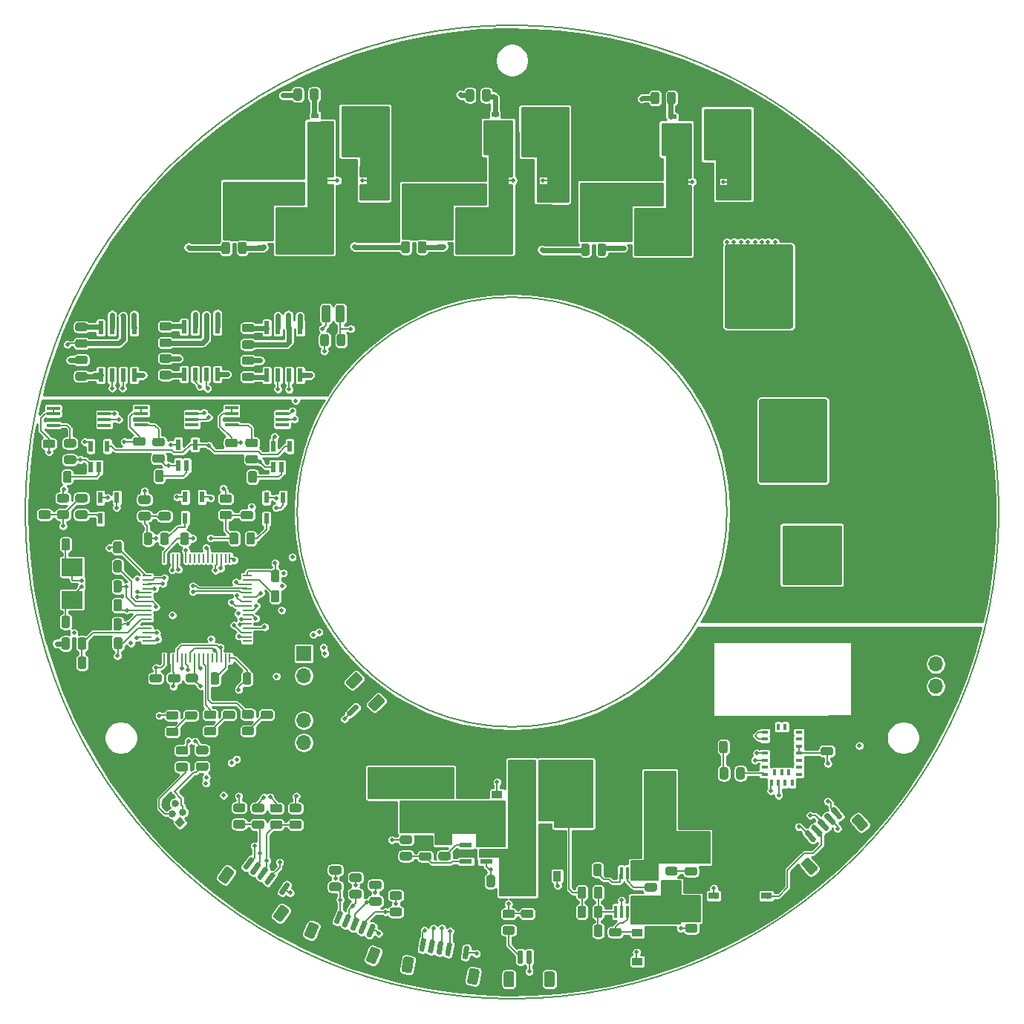
<source format=gbr>
%TF.GenerationSoftware,KiCad,Pcbnew,5.1.6+dfsg1-1*%
%TF.CreationDate,2021-01-27T11:44:38+01:00*%
%TF.ProjectId,gesc,67657363-2e6b-4696-9361-645f70636258,6*%
%TF.SameCoordinates,Original*%
%TF.FileFunction,Copper,L1,Top*%
%TF.FilePolarity,Positive*%
%FSLAX46Y46*%
G04 Gerber Fmt 4.6, Leading zero omitted, Abs format (unit mm)*
G04 Created by KiCad (PCBNEW 5.1.6+dfsg1-1) date 2021-01-27 11:44:38*
%MOMM*%
%LPD*%
G01*
G04 APERTURE LIST*
%TA.AperFunction,Profile*%
%ADD10C,0.200000*%
%TD*%
%TA.AperFunction,Conductor*%
%ADD11R,4.550000X4.410000*%
%TD*%
%TA.AperFunction,SMDPad,CuDef*%
%ADD12R,0.850000X0.500000*%
%TD*%
%TA.AperFunction,SMDPad,CuDef*%
%ADD13R,0.600000X1.550000*%
%TD*%
%TA.AperFunction,SMDPad,CuDef*%
%ADD14R,2.500000X1.900000*%
%TD*%
%TA.AperFunction,SMDPad,CuDef*%
%ADD15R,1.200000X0.900000*%
%TD*%
%TA.AperFunction,SMDPad,CuDef*%
%ADD16R,0.900000X1.200000*%
%TD*%
%TA.AperFunction,SMDPad,CuDef*%
%ADD17R,1.450000X0.590000*%
%TD*%
%TA.AperFunction,SMDPad,CuDef*%
%ADD18R,0.550000X0.800000*%
%TD*%
%TA.AperFunction,SMDPad,CuDef*%
%ADD19R,0.800000X0.400000*%
%TD*%
%TA.AperFunction,SMDPad,CuDef*%
%ADD20R,0.800000X0.550000*%
%TD*%
%TA.AperFunction,SMDPad,CuDef*%
%ADD21R,0.400000X0.800000*%
%TD*%
%TA.AperFunction,SMDPad,CuDef*%
%ADD22R,1.500000X2.800000*%
%TD*%
%TA.AperFunction,SMDPad,CuDef*%
%ADD23R,1.200000X0.800000*%
%TD*%
%TA.AperFunction,SMDPad,CuDef*%
%ADD24R,0.568000X1.309599*%
%TD*%
%TA.AperFunction,SMDPad,CuDef*%
%ADD25R,1.498600X0.457200*%
%TD*%
%TA.AperFunction,SMDPad,CuDef*%
%ADD26R,2.900000X5.400000*%
%TD*%
%TA.AperFunction,SMDPad,CuDef*%
%ADD27R,5.000000X5.000000*%
%TD*%
%TA.AperFunction,SMDPad,CuDef*%
%ADD28R,1.800000X2.500000*%
%TD*%
%TA.AperFunction,ComponentPad*%
%ADD29R,1.700000X1.700000*%
%TD*%
%TA.AperFunction,ComponentPad*%
%ADD30O,1.700000X1.700000*%
%TD*%
%TA.AperFunction,SMDPad,CuDef*%
%ADD31R,2.400000X2.000000*%
%TD*%
%TA.AperFunction,SMDPad,CuDef*%
%ADD32R,0.250000X1.000000*%
%TD*%
%TA.AperFunction,SMDPad,CuDef*%
%ADD33R,1.000000X0.250000*%
%TD*%
%TA.AperFunction,SMDPad,CuDef*%
%ADD34R,0.450000X1.450000*%
%TD*%
%TA.AperFunction,ComponentPad*%
%ADD35C,1.850000*%
%TD*%
%TA.AperFunction,ComponentPad*%
%ADD36C,0.840000*%
%TD*%
%TA.AperFunction,ComponentPad*%
%ADD37C,0.100000*%
%TD*%
%TA.AperFunction,ViaPad*%
%ADD38C,0.500000*%
%TD*%
%TA.AperFunction,Conductor*%
%ADD39C,0.150000*%
%TD*%
%TA.AperFunction,Conductor*%
%ADD40C,0.600000*%
%TD*%
%TA.AperFunction,Conductor*%
%ADD41C,0.200000*%
%TD*%
%TA.AperFunction,Conductor*%
%ADD42C,0.254000*%
%TD*%
G04 APERTURE END LIST*
D10*
X155499800Y-99999800D02*
G75*
G03*
X155499800Y-99999800I-55500000J0D01*
G01*
X124500000Y-100000000D02*
G75*
G03*
X124500000Y-100000000I-24500000J0D01*
G01*
D11*
X95849800Y-67799800D03*
D12*
X91899800Y-69704800D03*
X91899800Y-68434800D03*
X91899800Y-67164800D03*
X91899800Y-65894800D03*
D11*
X94099800Y-56599800D03*
D12*
X98049800Y-54694800D03*
X98049800Y-55964800D03*
X98049800Y-57234800D03*
X98049800Y-58504800D03*
D11*
X116299800Y-67999800D03*
D12*
X112349800Y-69904800D03*
X112349800Y-68634800D03*
X112349800Y-67364800D03*
X112349800Y-66094800D03*
D11*
X114349800Y-56849800D03*
D12*
X118299800Y-54944800D03*
X118299800Y-56214800D03*
X118299800Y-57484800D03*
X118299800Y-58754800D03*
D11*
X75399800Y-67899800D03*
D12*
X71449800Y-69804800D03*
X71449800Y-68534800D03*
X71449800Y-67264800D03*
X71449800Y-65994800D03*
D11*
X73599800Y-56699800D03*
D12*
X77549800Y-54794800D03*
X77549800Y-56064800D03*
X77549800Y-57334800D03*
X77549800Y-58604800D03*
D13*
X53094800Y-78999800D03*
X54364800Y-78999800D03*
X55634800Y-78999800D03*
X56904800Y-78999800D03*
X56904800Y-84399800D03*
X55634800Y-84399800D03*
X54364800Y-84399800D03*
X53094800Y-84399800D03*
D14*
X90299800Y-134949800D03*
X90299800Y-130849800D03*
D15*
X98299800Y-132199800D03*
X98299800Y-135499800D03*
X114299800Y-151249800D03*
X114299800Y-147949800D03*
D16*
X105149800Y-141499800D03*
X101849800Y-141499800D03*
D17*
X94744800Y-137949800D03*
X94744800Y-138899800D03*
X94744800Y-139849800D03*
X97054800Y-139849800D03*
X97054800Y-138899800D03*
X97054800Y-137949800D03*
D18*
X132824800Y-130899800D03*
D19*
X132699800Y-129899800D03*
X132699800Y-129099800D03*
X132699800Y-128299800D03*
X132699800Y-127499800D03*
X132699800Y-126699800D03*
X132699800Y-125899800D03*
X132699800Y-125099800D03*
D20*
X132699800Y-124224800D03*
D21*
X131149800Y-124499800D03*
X130349800Y-124499800D03*
D18*
X128674800Y-130899800D03*
D19*
X128799800Y-129899800D03*
X128799800Y-129099800D03*
X128799800Y-128299800D03*
X128799800Y-127499800D03*
X128799800Y-126699800D03*
X128799800Y-125899800D03*
X128799800Y-125099800D03*
D20*
X128799800Y-124224800D03*
D21*
X129549800Y-130899800D03*
X130349800Y-130899800D03*
X131149800Y-130899800D03*
X131949800Y-130899800D03*
X129949800Y-129699800D03*
X130749800Y-129699800D03*
X131549800Y-129699800D03*
D22*
X130749800Y-127099800D03*
D23*
X122999800Y-141229800D03*
X128999800Y-141229800D03*
X128999800Y-143769800D03*
X122999800Y-143769800D03*
D24*
X71981799Y-100761800D03*
X72931800Y-100761800D03*
X73881801Y-100761800D03*
X73881801Y-98374200D03*
X71981799Y-98374200D03*
X62727799Y-100685600D03*
X63677800Y-100685600D03*
X64627801Y-100685600D03*
X64627801Y-98298000D03*
X62727799Y-98298000D03*
X72755999Y-94893600D03*
X73706000Y-94893600D03*
X74656001Y-94893600D03*
X74656001Y-92506000D03*
X72755999Y-92506000D03*
X61949799Y-94693600D03*
X62899800Y-94693600D03*
X63849801Y-94693600D03*
X63849801Y-92306000D03*
X61949799Y-92306000D03*
X51949799Y-94893600D03*
X52899800Y-94893600D03*
X53849801Y-94893600D03*
X53849801Y-92506000D03*
X51949799Y-92506000D03*
D25*
X63499799Y-90074799D03*
X63499799Y-89424801D03*
X63499799Y-88774799D03*
X63499799Y-88124801D03*
X57699801Y-88124801D03*
X57699801Y-88774799D03*
X57699801Y-89424801D03*
X57699801Y-90074799D03*
X73799799Y-90074799D03*
X73799799Y-89424801D03*
X73799799Y-88774799D03*
X73799799Y-88124801D03*
X67999801Y-88124801D03*
X67999801Y-88774799D03*
X67999801Y-89424801D03*
X67999801Y-90074799D03*
X53499798Y-90099800D03*
X53499798Y-89449802D03*
X53499798Y-88799800D03*
X53499798Y-88149802D03*
X47699800Y-88149802D03*
X47699800Y-88799800D03*
X47699800Y-89449802D03*
X47699800Y-90099800D03*
D24*
X53049799Y-100761800D03*
X53999800Y-100761800D03*
X54949801Y-100761800D03*
X54949801Y-98374200D03*
X53049799Y-98374200D03*
%TA.AperFunction,SMDPad,CuDef*%
G36*
G01*
X87443550Y-138749800D02*
X88356050Y-138749800D01*
G75*
G02*
X88599800Y-138993550I0J-243750D01*
G01*
X88599800Y-139481050D01*
G75*
G02*
X88356050Y-139724800I-243750J0D01*
G01*
X87443550Y-139724800D01*
G75*
G02*
X87199800Y-139481050I0J243750D01*
G01*
X87199800Y-138993550D01*
G75*
G02*
X87443550Y-138749800I243750J0D01*
G01*
G37*
%TD.AperFunction*%
%TA.AperFunction,SMDPad,CuDef*%
G36*
G01*
X87443550Y-136874800D02*
X88356050Y-136874800D01*
G75*
G02*
X88599800Y-137118550I0J-243750D01*
G01*
X88599800Y-137606050D01*
G75*
G02*
X88356050Y-137849800I-243750J0D01*
G01*
X87443550Y-137849800D01*
G75*
G02*
X87199800Y-137606050I0J243750D01*
G01*
X87199800Y-137118550D01*
G75*
G02*
X87443550Y-136874800I243750J0D01*
G01*
G37*
%TD.AperFunction*%
D26*
X116999800Y-132799800D03*
X107099800Y-132799800D03*
%TA.AperFunction,SMDPad,CuDef*%
G36*
G01*
X79899800Y-78149800D02*
X79899800Y-76649800D01*
G75*
G02*
X80149800Y-76399800I250000J0D01*
G01*
X80649800Y-76399800D01*
G75*
G02*
X80899800Y-76649800I0J-250000D01*
G01*
X80899800Y-78149800D01*
G75*
G02*
X80649800Y-78399800I-250000J0D01*
G01*
X80149800Y-78399800D01*
G75*
G02*
X79899800Y-78149800I0J250000D01*
G01*
G37*
%TD.AperFunction*%
%TA.AperFunction,SMDPad,CuDef*%
G36*
G01*
X78299800Y-78149800D02*
X78299800Y-76649800D01*
G75*
G02*
X78549800Y-76399800I250000J0D01*
G01*
X79049800Y-76399800D01*
G75*
G02*
X79299800Y-76649800I0J-250000D01*
G01*
X79299800Y-78149800D01*
G75*
G02*
X79049800Y-78399800I-250000J0D01*
G01*
X78549800Y-78399800D01*
G75*
G02*
X78299800Y-78149800I0J250000D01*
G01*
G37*
%TD.AperFunction*%
D27*
X103799800Y-56549800D03*
X124499800Y-56799800D03*
X83299800Y-56449800D03*
X134199800Y-104899800D03*
X147399800Y-104699800D03*
D28*
X95299800Y-130699800D03*
X95299800Y-134699800D03*
%TA.AperFunction,SMDPad,CuDef*%
G36*
G01*
X88024800Y-62874800D02*
X90174800Y-62874800D01*
G75*
G02*
X90424800Y-63124800I0J-250000D01*
G01*
X90424800Y-63874800D01*
G75*
G02*
X90174800Y-64124800I-250000J0D01*
G01*
X88024800Y-64124800D01*
G75*
G02*
X87774800Y-63874800I0J250000D01*
G01*
X87774800Y-63124800D01*
G75*
G02*
X88024800Y-62874800I250000J0D01*
G01*
G37*
%TD.AperFunction*%
%TA.AperFunction,SMDPad,CuDef*%
G36*
G01*
X88024800Y-60074800D02*
X90174800Y-60074800D01*
G75*
G02*
X90424800Y-60324800I0J-250000D01*
G01*
X90424800Y-61074800D01*
G75*
G02*
X90174800Y-61324800I-250000J0D01*
G01*
X88024800Y-61324800D01*
G75*
G02*
X87774800Y-61074800I0J250000D01*
G01*
X87774800Y-60324800D01*
G75*
G02*
X88024800Y-60074800I250000J0D01*
G01*
G37*
%TD.AperFunction*%
%TA.AperFunction,SMDPad,CuDef*%
G36*
G01*
X108224800Y-63174800D02*
X110374800Y-63174800D01*
G75*
G02*
X110624800Y-63424800I0J-250000D01*
G01*
X110624800Y-64174800D01*
G75*
G02*
X110374800Y-64424800I-250000J0D01*
G01*
X108224800Y-64424800D01*
G75*
G02*
X107974800Y-64174800I0J250000D01*
G01*
X107974800Y-63424800D01*
G75*
G02*
X108224800Y-63174800I250000J0D01*
G01*
G37*
%TD.AperFunction*%
%TA.AperFunction,SMDPad,CuDef*%
G36*
G01*
X108224800Y-60374800D02*
X110374800Y-60374800D01*
G75*
G02*
X110624800Y-60624800I0J-250000D01*
G01*
X110624800Y-61374800D01*
G75*
G02*
X110374800Y-61624800I-250000J0D01*
G01*
X108224800Y-61624800D01*
G75*
G02*
X107974800Y-61374800I0J250000D01*
G01*
X107974800Y-60624800D01*
G75*
G02*
X108224800Y-60374800I250000J0D01*
G01*
G37*
%TD.AperFunction*%
%TA.AperFunction,SMDPad,CuDef*%
G36*
G01*
X67424800Y-63074800D02*
X69574800Y-63074800D01*
G75*
G02*
X69824800Y-63324800I0J-250000D01*
G01*
X69824800Y-64074800D01*
G75*
G02*
X69574800Y-64324800I-250000J0D01*
G01*
X67424800Y-64324800D01*
G75*
G02*
X67174800Y-64074800I0J250000D01*
G01*
X67174800Y-63324800D01*
G75*
G02*
X67424800Y-63074800I250000J0D01*
G01*
G37*
%TD.AperFunction*%
%TA.AperFunction,SMDPad,CuDef*%
G36*
G01*
X67424800Y-60274800D02*
X69574800Y-60274800D01*
G75*
G02*
X69824800Y-60524800I0J-250000D01*
G01*
X69824800Y-61274800D01*
G75*
G02*
X69574800Y-61524800I-250000J0D01*
G01*
X67424800Y-61524800D01*
G75*
G02*
X67174800Y-61274800I0J250000D01*
G01*
X67174800Y-60524800D01*
G75*
G02*
X67424800Y-60274800I250000J0D01*
G01*
G37*
%TD.AperFunction*%
%TA.AperFunction,SMDPad,CuDef*%
G36*
G01*
X85643550Y-133212300D02*
X86556050Y-133212300D01*
G75*
G02*
X86799800Y-133456050I0J-243750D01*
G01*
X86799800Y-133943550D01*
G75*
G02*
X86556050Y-134187300I-243750J0D01*
G01*
X85643550Y-134187300D01*
G75*
G02*
X85399800Y-133943550I0J243750D01*
G01*
X85399800Y-133456050D01*
G75*
G02*
X85643550Y-133212300I243750J0D01*
G01*
G37*
%TD.AperFunction*%
%TA.AperFunction,SMDPad,CuDef*%
G36*
G01*
X85643550Y-131337300D02*
X86556050Y-131337300D01*
G75*
G02*
X86799800Y-131581050I0J-243750D01*
G01*
X86799800Y-132068550D01*
G75*
G02*
X86556050Y-132312300I-243750J0D01*
G01*
X85643550Y-132312300D01*
G75*
G02*
X85399800Y-132068550I0J243750D01*
G01*
X85399800Y-131581050D01*
G75*
G02*
X85643550Y-131337300I243750J0D01*
G01*
G37*
%TD.AperFunction*%
%TA.AperFunction,SMDPad,CuDef*%
G36*
G01*
X86556050Y-128612300D02*
X85643550Y-128612300D01*
G75*
G02*
X85399800Y-128368550I0J243750D01*
G01*
X85399800Y-127881050D01*
G75*
G02*
X85643550Y-127637300I243750J0D01*
G01*
X86556050Y-127637300D01*
G75*
G02*
X86799800Y-127881050I0J-243750D01*
G01*
X86799800Y-128368550D01*
G75*
G02*
X86556050Y-128612300I-243750J0D01*
G01*
G37*
%TD.AperFunction*%
%TA.AperFunction,SMDPad,CuDef*%
G36*
G01*
X86556050Y-130487300D02*
X85643550Y-130487300D01*
G75*
G02*
X85399800Y-130243550I0J243750D01*
G01*
X85399800Y-129756050D01*
G75*
G02*
X85643550Y-129512300I243750J0D01*
G01*
X86556050Y-129512300D01*
G75*
G02*
X86799800Y-129756050I0J-243750D01*
G01*
X86799800Y-130243550D01*
G75*
G02*
X86556050Y-130487300I-243750J0D01*
G01*
G37*
%TD.AperFunction*%
%TA.AperFunction,SMDPad,CuDef*%
G36*
G01*
X92756050Y-137849800D02*
X91843550Y-137849800D01*
G75*
G02*
X91599800Y-137606050I0J243750D01*
G01*
X91599800Y-137118550D01*
G75*
G02*
X91843550Y-136874800I243750J0D01*
G01*
X92756050Y-136874800D01*
G75*
G02*
X92999800Y-137118550I0J-243750D01*
G01*
X92999800Y-137606050D01*
G75*
G02*
X92756050Y-137849800I-243750J0D01*
G01*
G37*
%TD.AperFunction*%
%TA.AperFunction,SMDPad,CuDef*%
G36*
G01*
X92756050Y-139724800D02*
X91843550Y-139724800D01*
G75*
G02*
X91599800Y-139481050I0J243750D01*
G01*
X91599800Y-138993550D01*
G75*
G02*
X91843550Y-138749800I243750J0D01*
G01*
X92756050Y-138749800D01*
G75*
G02*
X92999800Y-138993550I0J-243750D01*
G01*
X92999800Y-139481050D01*
G75*
G02*
X92756050Y-139724800I-243750J0D01*
G01*
G37*
%TD.AperFunction*%
%TA.AperFunction,SMDPad,CuDef*%
G36*
G01*
X68443550Y-135112300D02*
X69356050Y-135112300D01*
G75*
G02*
X69599800Y-135356050I0J-243750D01*
G01*
X69599800Y-135843550D01*
G75*
G02*
X69356050Y-136087300I-243750J0D01*
G01*
X68443550Y-136087300D01*
G75*
G02*
X68199800Y-135843550I0J243750D01*
G01*
X68199800Y-135356050D01*
G75*
G02*
X68443550Y-135112300I243750J0D01*
G01*
G37*
%TD.AperFunction*%
%TA.AperFunction,SMDPad,CuDef*%
G36*
G01*
X68443550Y-133237300D02*
X69356050Y-133237300D01*
G75*
G02*
X69599800Y-133481050I0J-243750D01*
G01*
X69599800Y-133968550D01*
G75*
G02*
X69356050Y-134212300I-243750J0D01*
G01*
X68443550Y-134212300D01*
G75*
G02*
X68199800Y-133968550I0J243750D01*
G01*
X68199800Y-133481050D01*
G75*
G02*
X68443550Y-133237300I243750J0D01*
G01*
G37*
%TD.AperFunction*%
%TA.AperFunction,SMDPad,CuDef*%
G36*
G01*
X74843550Y-135149800D02*
X75756050Y-135149800D01*
G75*
G02*
X75999800Y-135393550I0J-243750D01*
G01*
X75999800Y-135881050D01*
G75*
G02*
X75756050Y-136124800I-243750J0D01*
G01*
X74843550Y-136124800D01*
G75*
G02*
X74599800Y-135881050I0J243750D01*
G01*
X74599800Y-135393550D01*
G75*
G02*
X74843550Y-135149800I243750J0D01*
G01*
G37*
%TD.AperFunction*%
%TA.AperFunction,SMDPad,CuDef*%
G36*
G01*
X74843550Y-133274800D02*
X75756050Y-133274800D01*
G75*
G02*
X75999800Y-133518550I0J-243750D01*
G01*
X75999800Y-134006050D01*
G75*
G02*
X75756050Y-134249800I-243750J0D01*
G01*
X74843550Y-134249800D01*
G75*
G02*
X74599800Y-134006050I0J243750D01*
G01*
X74599800Y-133518550D01*
G75*
G02*
X74843550Y-133274800I243750J0D01*
G01*
G37*
%TD.AperFunction*%
%TA.AperFunction,SMDPad,CuDef*%
G36*
G01*
X135949800Y-87349797D02*
X135949800Y-96449803D01*
G75*
G02*
X135699803Y-96699800I-249997J0D01*
G01*
X128399797Y-96699800D01*
G75*
G02*
X128149800Y-96449803I0J249997D01*
G01*
X128149800Y-87349797D01*
G75*
G02*
X128399797Y-87099800I249997J0D01*
G01*
X135699803Y-87099800D01*
G75*
G02*
X135949800Y-87349797I0J-249997D01*
G01*
G37*
%TD.AperFunction*%
%TA.AperFunction,SMDPad,CuDef*%
G36*
G01*
X148449800Y-87349797D02*
X148449800Y-96449803D01*
G75*
G02*
X148199803Y-96699800I-249997J0D01*
G01*
X140899797Y-96699800D01*
G75*
G02*
X140649800Y-96449803I0J249997D01*
G01*
X140649800Y-87349797D01*
G75*
G02*
X140899797Y-87099800I249997J0D01*
G01*
X148199803Y-87099800D01*
G75*
G02*
X148449800Y-87349797I0J-249997D01*
G01*
G37*
%TD.AperFunction*%
%TA.AperFunction,SMDPad,CuDef*%
G36*
G01*
X144549800Y-69749797D02*
X144549800Y-78849803D01*
G75*
G02*
X144299803Y-79099800I-249997J0D01*
G01*
X136999797Y-79099800D01*
G75*
G02*
X136749800Y-78849803I0J249997D01*
G01*
X136749800Y-69749797D01*
G75*
G02*
X136999797Y-69499800I249997J0D01*
G01*
X144299803Y-69499800D01*
G75*
G02*
X144549800Y-69749797I0J-249997D01*
G01*
G37*
%TD.AperFunction*%
%TA.AperFunction,SMDPad,CuDef*%
G36*
G01*
X132049800Y-69749797D02*
X132049800Y-78849803D01*
G75*
G02*
X131799803Y-79099800I-249997J0D01*
G01*
X124499797Y-79099800D01*
G75*
G02*
X124249800Y-78849803I0J249997D01*
G01*
X124249800Y-69749797D01*
G75*
G02*
X124499797Y-69499800I249997J0D01*
G01*
X131799803Y-69499800D01*
G75*
G02*
X132049800Y-69749797I0J-249997D01*
G01*
G37*
%TD.AperFunction*%
%TA.AperFunction,SMDPad,CuDef*%
G36*
G01*
X120074800Y-60924799D02*
X120074800Y-63774801D01*
G75*
G02*
X119824801Y-64024800I-249999J0D01*
G01*
X118974799Y-64024800D01*
G75*
G02*
X118724800Y-63774801I0J249999D01*
G01*
X118724800Y-60924799D01*
G75*
G02*
X118974799Y-60674800I249999J0D01*
G01*
X119824801Y-60674800D01*
G75*
G02*
X120074800Y-60924799I0J-249999D01*
G01*
G37*
%TD.AperFunction*%
%TA.AperFunction,SMDPad,CuDef*%
G36*
G01*
X125874800Y-60924799D02*
X125874800Y-63774801D01*
G75*
G02*
X125624801Y-64024800I-249999J0D01*
G01*
X124774799Y-64024800D01*
G75*
G02*
X124524800Y-63774801I0J249999D01*
G01*
X124524800Y-60924799D01*
G75*
G02*
X124774799Y-60674800I249999J0D01*
G01*
X125624801Y-60674800D01*
G75*
G02*
X125874800Y-60924799I0J-249999D01*
G01*
G37*
%TD.AperFunction*%
%TA.AperFunction,SMDPad,CuDef*%
G36*
G01*
X72643550Y-133287300D02*
X73556050Y-133287300D01*
G75*
G02*
X73799800Y-133531050I0J-243750D01*
G01*
X73799800Y-134018550D01*
G75*
G02*
X73556050Y-134262300I-243750J0D01*
G01*
X72643550Y-134262300D01*
G75*
G02*
X72399800Y-134018550I0J243750D01*
G01*
X72399800Y-133531050D01*
G75*
G02*
X72643550Y-133287300I243750J0D01*
G01*
G37*
%TD.AperFunction*%
%TA.AperFunction,SMDPad,CuDef*%
G36*
G01*
X72643550Y-135162300D02*
X73556050Y-135162300D01*
G75*
G02*
X73799800Y-135406050I0J-243750D01*
G01*
X73799800Y-135893550D01*
G75*
G02*
X73556050Y-136137300I-243750J0D01*
G01*
X72643550Y-136137300D01*
G75*
G02*
X72399800Y-135893550I0J243750D01*
G01*
X72399800Y-135406050D01*
G75*
G02*
X72643550Y-135162300I243750J0D01*
G01*
G37*
%TD.AperFunction*%
D29*
X148299800Y-114799800D03*
D30*
X148299800Y-117339800D03*
X148299800Y-119879800D03*
%TA.AperFunction,SMDPad,CuDef*%
G36*
G01*
X126524800Y-129343550D02*
X126524800Y-130256050D01*
G75*
G02*
X126281050Y-130499800I-243750J0D01*
G01*
X125793550Y-130499800D01*
G75*
G02*
X125549800Y-130256050I0J243750D01*
G01*
X125549800Y-129343550D01*
G75*
G02*
X125793550Y-129099800I243750J0D01*
G01*
X126281050Y-129099800D01*
G75*
G02*
X126524800Y-129343550I0J-243750D01*
G01*
G37*
%TD.AperFunction*%
%TA.AperFunction,SMDPad,CuDef*%
G36*
G01*
X124649800Y-129343550D02*
X124649800Y-130256050D01*
G75*
G02*
X124406050Y-130499800I-243750J0D01*
G01*
X123918550Y-130499800D01*
G75*
G02*
X123674800Y-130256050I0J243750D01*
G01*
X123674800Y-129343550D01*
G75*
G02*
X123918550Y-129099800I243750J0D01*
G01*
X124406050Y-129099800D01*
G75*
G02*
X124649800Y-129343550I0J-243750D01*
G01*
G37*
%TD.AperFunction*%
%TA.AperFunction,SMDPad,CuDef*%
G36*
G01*
X136356050Y-127762300D02*
X135443550Y-127762300D01*
G75*
G02*
X135199800Y-127518550I0J243750D01*
G01*
X135199800Y-127031050D01*
G75*
G02*
X135443550Y-126787300I243750J0D01*
G01*
X136356050Y-126787300D01*
G75*
G02*
X136599800Y-127031050I0J-243750D01*
G01*
X136599800Y-127518550D01*
G75*
G02*
X136356050Y-127762300I-243750J0D01*
G01*
G37*
%TD.AperFunction*%
%TA.AperFunction,SMDPad,CuDef*%
G36*
G01*
X136356050Y-125887300D02*
X135443550Y-125887300D01*
G75*
G02*
X135199800Y-125643550I0J243750D01*
G01*
X135199800Y-125156050D01*
G75*
G02*
X135443550Y-124912300I243750J0D01*
G01*
X136356050Y-124912300D01*
G75*
G02*
X136599800Y-125156050I0J-243750D01*
G01*
X136599800Y-125643550D01*
G75*
G02*
X136356050Y-125887300I-243750J0D01*
G01*
G37*
%TD.AperFunction*%
%TA.AperFunction,SMDPad,CuDef*%
G36*
G01*
X126462300Y-126343550D02*
X126462300Y-127256050D01*
G75*
G02*
X126218550Y-127499800I-243750J0D01*
G01*
X125731050Y-127499800D01*
G75*
G02*
X125487300Y-127256050I0J243750D01*
G01*
X125487300Y-126343550D01*
G75*
G02*
X125731050Y-126099800I243750J0D01*
G01*
X126218550Y-126099800D01*
G75*
G02*
X126462300Y-126343550I0J-243750D01*
G01*
G37*
%TD.AperFunction*%
%TA.AperFunction,SMDPad,CuDef*%
G36*
G01*
X124587300Y-126343550D02*
X124587300Y-127256050D01*
G75*
G02*
X124343550Y-127499800I-243750J0D01*
G01*
X123856050Y-127499800D01*
G75*
G02*
X123612300Y-127256050I0J243750D01*
G01*
X123612300Y-126343550D01*
G75*
G02*
X123856050Y-126099800I243750J0D01*
G01*
X124343550Y-126099800D01*
G75*
G02*
X124587300Y-126343550I0J-243750D01*
G01*
G37*
%TD.AperFunction*%
%TA.AperFunction,SMDPad,CuDef*%
G36*
G01*
X133945561Y-139514279D02*
X134798439Y-140495403D01*
G75*
G02*
X134773776Y-140848094I-188677J-164014D01*
G01*
X134245478Y-141307336D01*
G75*
G02*
X133892787Y-141282673I-164014J188677D01*
G01*
X133039909Y-140301549D01*
G75*
G02*
X133064572Y-139948858I188677J164014D01*
G01*
X133592870Y-139489616D01*
G75*
G02*
X133945561Y-139514279I164014J-188677D01*
G01*
G37*
%TD.AperFunction*%
%TA.AperFunction,SMDPad,CuDef*%
G36*
G01*
X139681354Y-134528230D02*
X140534232Y-135509354D01*
G75*
G02*
X140509569Y-135862045I-188677J-164014D01*
G01*
X139981271Y-136321287D01*
G75*
G02*
X139628580Y-136296624I-164014J188677D01*
G01*
X138775702Y-135315500D01*
G75*
G02*
X138800365Y-134962809I188677J164014D01*
G01*
X139328663Y-134503567D01*
G75*
G02*
X139681354Y-134528230I164014J-188677D01*
G01*
G37*
%TD.AperFunction*%
%TA.AperFunction,SMDPad,CuDef*%
G36*
G01*
X133060124Y-136971446D02*
X133880197Y-137914833D01*
G75*
G02*
X133865400Y-138126448I-113206J-98409D01*
G01*
X133638987Y-138323265D01*
G75*
G02*
X133427372Y-138308468I-98409J113206D01*
G01*
X132607299Y-137365081D01*
G75*
G02*
X132622096Y-137153466I113206J98409D01*
G01*
X132848509Y-136956649D01*
G75*
G02*
X133060124Y-136971446I98409J-113206D01*
G01*
G37*
%TD.AperFunction*%
%TA.AperFunction,SMDPad,CuDef*%
G36*
G01*
X133814833Y-136315387D02*
X134634906Y-137258774D01*
G75*
G02*
X134620109Y-137470389I-113206J-98409D01*
G01*
X134393696Y-137667206D01*
G75*
G02*
X134182081Y-137652409I-98409J113206D01*
G01*
X133362008Y-136709022D01*
G75*
G02*
X133376805Y-136497407I113206J98409D01*
G01*
X133603218Y-136300590D01*
G75*
G02*
X133814833Y-136315387I98409J-113206D01*
G01*
G37*
%TD.AperFunction*%
%TA.AperFunction,SMDPad,CuDef*%
G36*
G01*
X134569543Y-135659328D02*
X135389616Y-136602715D01*
G75*
G02*
X135374819Y-136814330I-113206J-98409D01*
G01*
X135148406Y-137011147D01*
G75*
G02*
X134936791Y-136996350I-98409J113206D01*
G01*
X134116718Y-136052963D01*
G75*
G02*
X134131515Y-135841348I113206J98409D01*
G01*
X134357928Y-135644531D01*
G75*
G02*
X134569543Y-135659328I98409J-113206D01*
G01*
G37*
%TD.AperFunction*%
%TA.AperFunction,SMDPad,CuDef*%
G36*
G01*
X135324253Y-135003269D02*
X136144326Y-135946656D01*
G75*
G02*
X136129529Y-136158271I-113206J-98409D01*
G01*
X135903116Y-136355088D01*
G75*
G02*
X135691501Y-136340291I-98409J113206D01*
G01*
X134871428Y-135396904D01*
G75*
G02*
X134886225Y-135185289I113206J98409D01*
G01*
X135112638Y-134988472D01*
G75*
G02*
X135324253Y-135003269I98409J-113206D01*
G01*
G37*
%TD.AperFunction*%
%TA.AperFunction,SMDPad,CuDef*%
G36*
G01*
X136078962Y-134347210D02*
X136899035Y-135290597D01*
G75*
G02*
X136884238Y-135502212I-113206J-98409D01*
G01*
X136657825Y-135699029D01*
G75*
G02*
X136446210Y-135684232I-98409J113206D01*
G01*
X135626137Y-134740845D01*
G75*
G02*
X135640934Y-134529230I113206J98409D01*
G01*
X135867347Y-134332413D01*
G75*
G02*
X136078962Y-134347210I98409J-113206D01*
G01*
G37*
%TD.AperFunction*%
%TA.AperFunction,SMDPad,CuDef*%
G36*
G01*
X136833672Y-133691151D02*
X137653745Y-134634538D01*
G75*
G02*
X137638948Y-134846153I-113206J-98409D01*
G01*
X137412535Y-135042970D01*
G75*
G02*
X137200920Y-135028173I-98409J113206D01*
G01*
X136380847Y-134084786D01*
G75*
G02*
X136395644Y-133873171I113206J98409D01*
G01*
X136622057Y-133676354D01*
G75*
G02*
X136833672Y-133691151I98409J-113206D01*
G01*
G37*
%TD.AperFunction*%
%TA.AperFunction,SMDPad,CuDef*%
G36*
G01*
X83661500Y-121780740D02*
X84580740Y-120861500D01*
G75*
G02*
X84934292Y-120861500I176776J-176776D01*
G01*
X85429268Y-121356476D01*
G75*
G02*
X85429268Y-121710028I-176776J-176776D01*
G01*
X84510028Y-122629268D01*
G75*
G02*
X84156476Y-122629268I-176776J176776D01*
G01*
X83661500Y-122134292D01*
G75*
G02*
X83661500Y-121780740I176776J176776D01*
G01*
G37*
%TD.AperFunction*%
%TA.AperFunction,SMDPad,CuDef*%
G36*
G01*
X81115916Y-119235156D02*
X82035156Y-118315916D01*
G75*
G02*
X82388708Y-118315916I176776J-176776D01*
G01*
X82883684Y-118810892D01*
G75*
G02*
X82883684Y-119164444I-176776J-176776D01*
G01*
X81964444Y-120083684D01*
G75*
G02*
X81610892Y-120083684I-176776J176776D01*
G01*
X81115916Y-119588708D01*
G75*
G02*
X81115916Y-119235156I176776J176776D01*
G01*
G37*
%TD.AperFunction*%
%TA.AperFunction,SMDPad,CuDef*%
G36*
G01*
X81186627Y-122841400D02*
X82070511Y-121957516D01*
G75*
G02*
X82282643Y-121957516I106066J-106066D01*
G01*
X82494775Y-122169648D01*
G75*
G02*
X82494775Y-122381780I-106066J-106066D01*
G01*
X81610891Y-123265664D01*
G75*
G02*
X81398759Y-123265664I-106066J106066D01*
G01*
X81186627Y-123053532D01*
G75*
G02*
X81186627Y-122841400I106066J106066D01*
G01*
G37*
%TD.AperFunction*%
%TA.AperFunction,SMDPad,CuDef*%
G36*
G01*
X80479520Y-122134293D02*
X81363404Y-121250409D01*
G75*
G02*
X81575536Y-121250409I106066J-106066D01*
G01*
X81787668Y-121462541D01*
G75*
G02*
X81787668Y-121674673I-106066J-106066D01*
G01*
X80903784Y-122558557D01*
G75*
G02*
X80691652Y-122558557I-106066J106066D01*
G01*
X80479520Y-122346425D01*
G75*
G02*
X80479520Y-122134293I106066J106066D01*
G01*
G37*
%TD.AperFunction*%
%TA.AperFunction,SMDPad,CuDef*%
G36*
G01*
X70593550Y-133274800D02*
X71506050Y-133274800D01*
G75*
G02*
X71749800Y-133518550I0J-243750D01*
G01*
X71749800Y-134006050D01*
G75*
G02*
X71506050Y-134249800I-243750J0D01*
G01*
X70593550Y-134249800D01*
G75*
G02*
X70349800Y-134006050I0J243750D01*
G01*
X70349800Y-133518550D01*
G75*
G02*
X70593550Y-133274800I243750J0D01*
G01*
G37*
%TD.AperFunction*%
%TA.AperFunction,SMDPad,CuDef*%
G36*
G01*
X70593550Y-135149800D02*
X71506050Y-135149800D01*
G75*
G02*
X71749800Y-135393550I0J-243750D01*
G01*
X71749800Y-135881050D01*
G75*
G02*
X71506050Y-136124800I-243750J0D01*
G01*
X70593550Y-136124800D01*
G75*
G02*
X70349800Y-135881050I0J243750D01*
G01*
X70349800Y-135393550D01*
G75*
G02*
X70593550Y-135149800I243750J0D01*
G01*
G37*
%TD.AperFunction*%
%TA.AperFunction,SMDPad,CuDef*%
G36*
G01*
X47912300Y-95543550D02*
X47912300Y-96456050D01*
G75*
G02*
X47668550Y-96699800I-243750J0D01*
G01*
X47181050Y-96699800D01*
G75*
G02*
X46937300Y-96456050I0J243750D01*
G01*
X46937300Y-95543550D01*
G75*
G02*
X47181050Y-95299800I243750J0D01*
G01*
X47668550Y-95299800D01*
G75*
G02*
X47912300Y-95543550I0J-243750D01*
G01*
G37*
%TD.AperFunction*%
%TA.AperFunction,SMDPad,CuDef*%
G36*
G01*
X49787300Y-95543550D02*
X49787300Y-96456050D01*
G75*
G02*
X49543550Y-96699800I-243750J0D01*
G01*
X49056050Y-96699800D01*
G75*
G02*
X48812300Y-96456050I0J243750D01*
G01*
X48812300Y-95543550D01*
G75*
G02*
X49056050Y-95299800I243750J0D01*
G01*
X49543550Y-95299800D01*
G75*
G02*
X49787300Y-95543550I0J-243750D01*
G01*
G37*
%TD.AperFunction*%
%TA.AperFunction,SMDPad,CuDef*%
G36*
G01*
X60262300Y-95443550D02*
X60262300Y-96356050D01*
G75*
G02*
X60018550Y-96599800I-243750J0D01*
G01*
X59531050Y-96599800D01*
G75*
G02*
X59287300Y-96356050I0J243750D01*
G01*
X59287300Y-95443550D01*
G75*
G02*
X59531050Y-95199800I243750J0D01*
G01*
X60018550Y-95199800D01*
G75*
G02*
X60262300Y-95443550I0J-243750D01*
G01*
G37*
%TD.AperFunction*%
%TA.AperFunction,SMDPad,CuDef*%
G36*
G01*
X58387300Y-95443550D02*
X58387300Y-96356050D01*
G75*
G02*
X58143550Y-96599800I-243750J0D01*
G01*
X57656050Y-96599800D01*
G75*
G02*
X57412300Y-96356050I0J243750D01*
G01*
X57412300Y-95443550D01*
G75*
G02*
X57656050Y-95199800I243750J0D01*
G01*
X58143550Y-95199800D01*
G75*
G02*
X58387300Y-95443550I0J-243750D01*
G01*
G37*
%TD.AperFunction*%
%TA.AperFunction,SMDPad,CuDef*%
G36*
G01*
X69012300Y-95543550D02*
X69012300Y-96456050D01*
G75*
G02*
X68768550Y-96699800I-243750J0D01*
G01*
X68281050Y-96699800D01*
G75*
G02*
X68037300Y-96456050I0J243750D01*
G01*
X68037300Y-95543550D01*
G75*
G02*
X68281050Y-95299800I243750J0D01*
G01*
X68768550Y-95299800D01*
G75*
G02*
X69012300Y-95543550I0J-243750D01*
G01*
G37*
%TD.AperFunction*%
%TA.AperFunction,SMDPad,CuDef*%
G36*
G01*
X70887300Y-95543550D02*
X70887300Y-96456050D01*
G75*
G02*
X70643550Y-96699800I-243750J0D01*
G01*
X70156050Y-96699800D01*
G75*
G02*
X69912300Y-96456050I0J243750D01*
G01*
X69912300Y-95543550D01*
G75*
G02*
X70156050Y-95299800I243750J0D01*
G01*
X70643550Y-95299800D01*
G75*
G02*
X70887300Y-95543550I0J-243750D01*
G01*
G37*
%TD.AperFunction*%
%TA.AperFunction,SMDPad,CuDef*%
G36*
G01*
X46743550Y-93612300D02*
X47656050Y-93612300D01*
G75*
G02*
X47899800Y-93856050I0J-243750D01*
G01*
X47899800Y-94343550D01*
G75*
G02*
X47656050Y-94587300I-243750J0D01*
G01*
X46743550Y-94587300D01*
G75*
G02*
X46499800Y-94343550I0J243750D01*
G01*
X46499800Y-93856050D01*
G75*
G02*
X46743550Y-93612300I243750J0D01*
G01*
G37*
%TD.AperFunction*%
%TA.AperFunction,SMDPad,CuDef*%
G36*
G01*
X46743550Y-91737300D02*
X47656050Y-91737300D01*
G75*
G02*
X47899800Y-91981050I0J-243750D01*
G01*
X47899800Y-92468550D01*
G75*
G02*
X47656050Y-92712300I-243750J0D01*
G01*
X46743550Y-92712300D01*
G75*
G02*
X46499800Y-92468550I0J243750D01*
G01*
X46499800Y-91981050D01*
G75*
G02*
X46743550Y-91737300I243750J0D01*
G01*
G37*
%TD.AperFunction*%
%TA.AperFunction,SMDPad,CuDef*%
G36*
G01*
X67543550Y-93512300D02*
X68456050Y-93512300D01*
G75*
G02*
X68699800Y-93756050I0J-243750D01*
G01*
X68699800Y-94243550D01*
G75*
G02*
X68456050Y-94487300I-243750J0D01*
G01*
X67543550Y-94487300D01*
G75*
G02*
X67299800Y-94243550I0J243750D01*
G01*
X67299800Y-93756050D01*
G75*
G02*
X67543550Y-93512300I243750J0D01*
G01*
G37*
%TD.AperFunction*%
%TA.AperFunction,SMDPad,CuDef*%
G36*
G01*
X67543550Y-91637300D02*
X68456050Y-91637300D01*
G75*
G02*
X68699800Y-91881050I0J-243750D01*
G01*
X68699800Y-92368550D01*
G75*
G02*
X68456050Y-92612300I-243750J0D01*
G01*
X67543550Y-92612300D01*
G75*
G02*
X67299800Y-92368550I0J243750D01*
G01*
X67299800Y-91881050D01*
G75*
G02*
X67543550Y-91637300I243750J0D01*
G01*
G37*
%TD.AperFunction*%
%TA.AperFunction,SMDPad,CuDef*%
G36*
G01*
X94624800Y-62874800D02*
X96774800Y-62874800D01*
G75*
G02*
X97024800Y-63124800I0J-250000D01*
G01*
X97024800Y-63874800D01*
G75*
G02*
X96774800Y-64124800I-250000J0D01*
G01*
X94624800Y-64124800D01*
G75*
G02*
X94374800Y-63874800I0J250000D01*
G01*
X94374800Y-63124800D01*
G75*
G02*
X94624800Y-62874800I250000J0D01*
G01*
G37*
%TD.AperFunction*%
%TA.AperFunction,SMDPad,CuDef*%
G36*
G01*
X94624800Y-60074800D02*
X96774800Y-60074800D01*
G75*
G02*
X97024800Y-60324800I0J-250000D01*
G01*
X97024800Y-61074800D01*
G75*
G02*
X96774800Y-61324800I-250000J0D01*
G01*
X94624800Y-61324800D01*
G75*
G02*
X94374800Y-61074800I0J250000D01*
G01*
X94374800Y-60324800D01*
G75*
G02*
X94624800Y-60074800I250000J0D01*
G01*
G37*
%TD.AperFunction*%
%TA.AperFunction,SMDPad,CuDef*%
G36*
G01*
X111524800Y-63174800D02*
X113674800Y-63174800D01*
G75*
G02*
X113924800Y-63424800I0J-250000D01*
G01*
X113924800Y-64174800D01*
G75*
G02*
X113674800Y-64424800I-250000J0D01*
G01*
X111524800Y-64424800D01*
G75*
G02*
X111274800Y-64174800I0J250000D01*
G01*
X111274800Y-63424800D01*
G75*
G02*
X111524800Y-63174800I250000J0D01*
G01*
G37*
%TD.AperFunction*%
%TA.AperFunction,SMDPad,CuDef*%
G36*
G01*
X111524800Y-60374800D02*
X113674800Y-60374800D01*
G75*
G02*
X113924800Y-60624800I0J-250000D01*
G01*
X113924800Y-61374800D01*
G75*
G02*
X113674800Y-61624800I-250000J0D01*
G01*
X111524800Y-61624800D01*
G75*
G02*
X111274800Y-61374800I0J250000D01*
G01*
X111274800Y-60624800D01*
G75*
G02*
X111524800Y-60374800I250000J0D01*
G01*
G37*
%TD.AperFunction*%
%TA.AperFunction,SMDPad,CuDef*%
G36*
G01*
X70724800Y-63074800D02*
X72874800Y-63074800D01*
G75*
G02*
X73124800Y-63324800I0J-250000D01*
G01*
X73124800Y-64074800D01*
G75*
G02*
X72874800Y-64324800I-250000J0D01*
G01*
X70724800Y-64324800D01*
G75*
G02*
X70474800Y-64074800I0J250000D01*
G01*
X70474800Y-63324800D01*
G75*
G02*
X70724800Y-63074800I250000J0D01*
G01*
G37*
%TD.AperFunction*%
%TA.AperFunction,SMDPad,CuDef*%
G36*
G01*
X70724800Y-60274800D02*
X72874800Y-60274800D01*
G75*
G02*
X73124800Y-60524800I0J-250000D01*
G01*
X73124800Y-61274800D01*
G75*
G02*
X72874800Y-61524800I-250000J0D01*
G01*
X70724800Y-61524800D01*
G75*
G02*
X70474800Y-61274800I0J250000D01*
G01*
X70474800Y-60524800D01*
G75*
G02*
X70724800Y-60274800I250000J0D01*
G01*
G37*
%TD.AperFunction*%
%TA.AperFunction,SMDPad,CuDef*%
G36*
G01*
X114824800Y-63174800D02*
X116974800Y-63174800D01*
G75*
G02*
X117224800Y-63424800I0J-250000D01*
G01*
X117224800Y-64174800D01*
G75*
G02*
X116974800Y-64424800I-250000J0D01*
G01*
X114824800Y-64424800D01*
G75*
G02*
X114574800Y-64174800I0J250000D01*
G01*
X114574800Y-63424800D01*
G75*
G02*
X114824800Y-63174800I250000J0D01*
G01*
G37*
%TD.AperFunction*%
%TA.AperFunction,SMDPad,CuDef*%
G36*
G01*
X114824800Y-60374800D02*
X116974800Y-60374800D01*
G75*
G02*
X117224800Y-60624800I0J-250000D01*
G01*
X117224800Y-61374800D01*
G75*
G02*
X116974800Y-61624800I-250000J0D01*
G01*
X114824800Y-61624800D01*
G75*
G02*
X114574800Y-61374800I0J250000D01*
G01*
X114574800Y-60624800D01*
G75*
G02*
X114824800Y-60374800I250000J0D01*
G01*
G37*
%TD.AperFunction*%
%TA.AperFunction,SMDPad,CuDef*%
G36*
G01*
X91324800Y-62874800D02*
X93474800Y-62874800D01*
G75*
G02*
X93724800Y-63124800I0J-250000D01*
G01*
X93724800Y-63874800D01*
G75*
G02*
X93474800Y-64124800I-250000J0D01*
G01*
X91324800Y-64124800D01*
G75*
G02*
X91074800Y-63874800I0J250000D01*
G01*
X91074800Y-63124800D01*
G75*
G02*
X91324800Y-62874800I250000J0D01*
G01*
G37*
%TD.AperFunction*%
%TA.AperFunction,SMDPad,CuDef*%
G36*
G01*
X91324800Y-60074800D02*
X93474800Y-60074800D01*
G75*
G02*
X93724800Y-60324800I0J-250000D01*
G01*
X93724800Y-61074800D01*
G75*
G02*
X93474800Y-61324800I-250000J0D01*
G01*
X91324800Y-61324800D01*
G75*
G02*
X91074800Y-61074800I0J250000D01*
G01*
X91074800Y-60324800D01*
G75*
G02*
X91324800Y-60074800I250000J0D01*
G01*
G37*
%TD.AperFunction*%
%TA.AperFunction,SMDPad,CuDef*%
G36*
G01*
X74024800Y-63074800D02*
X76174800Y-63074800D01*
G75*
G02*
X76424800Y-63324800I0J-250000D01*
G01*
X76424800Y-64074800D01*
G75*
G02*
X76174800Y-64324800I-250000J0D01*
G01*
X74024800Y-64324800D01*
G75*
G02*
X73774800Y-64074800I0J250000D01*
G01*
X73774800Y-63324800D01*
G75*
G02*
X74024800Y-63074800I250000J0D01*
G01*
G37*
%TD.AperFunction*%
%TA.AperFunction,SMDPad,CuDef*%
G36*
G01*
X74024800Y-60274800D02*
X76174800Y-60274800D01*
G75*
G02*
X76424800Y-60524800I0J-250000D01*
G01*
X76424800Y-61274800D01*
G75*
G02*
X76174800Y-61524800I-250000J0D01*
G01*
X74024800Y-61524800D01*
G75*
G02*
X73774800Y-61274800I0J250000D01*
G01*
X73774800Y-60524800D01*
G75*
G02*
X74024800Y-60274800I250000J0D01*
G01*
G37*
%TD.AperFunction*%
%TA.AperFunction,SMDPad,CuDef*%
G36*
G01*
X69843550Y-93512300D02*
X70756050Y-93512300D01*
G75*
G02*
X70999800Y-93756050I0J-243750D01*
G01*
X70999800Y-94243550D01*
G75*
G02*
X70756050Y-94487300I-243750J0D01*
G01*
X69843550Y-94487300D01*
G75*
G02*
X69599800Y-94243550I0J243750D01*
G01*
X69599800Y-93756050D01*
G75*
G02*
X69843550Y-93512300I243750J0D01*
G01*
G37*
%TD.AperFunction*%
%TA.AperFunction,SMDPad,CuDef*%
G36*
G01*
X69843550Y-91637300D02*
X70756050Y-91637300D01*
G75*
G02*
X70999800Y-91881050I0J-243750D01*
G01*
X70999800Y-92368550D01*
G75*
G02*
X70756050Y-92612300I-243750J0D01*
G01*
X69843550Y-92612300D01*
G75*
G02*
X69599800Y-92368550I0J243750D01*
G01*
X69599800Y-91881050D01*
G75*
G02*
X69843550Y-91637300I243750J0D01*
G01*
G37*
%TD.AperFunction*%
%TA.AperFunction,SMDPad,CuDef*%
G36*
G01*
X79112300Y-79943550D02*
X79112300Y-80856050D01*
G75*
G02*
X78868550Y-81099800I-243750J0D01*
G01*
X78381050Y-81099800D01*
G75*
G02*
X78137300Y-80856050I0J243750D01*
G01*
X78137300Y-79943550D01*
G75*
G02*
X78381050Y-79699800I243750J0D01*
G01*
X78868550Y-79699800D01*
G75*
G02*
X79112300Y-79943550I0J-243750D01*
G01*
G37*
%TD.AperFunction*%
%TA.AperFunction,SMDPad,CuDef*%
G36*
G01*
X80987300Y-79943550D02*
X80987300Y-80856050D01*
G75*
G02*
X80743550Y-81099800I-243750J0D01*
G01*
X80256050Y-81099800D01*
G75*
G02*
X80012300Y-80856050I0J243750D01*
G01*
X80012300Y-79943550D01*
G75*
G02*
X80256050Y-79699800I243750J0D01*
G01*
X80743550Y-79699800D01*
G75*
G02*
X80987300Y-79943550I0J-243750D01*
G01*
G37*
%TD.AperFunction*%
%TA.AperFunction,SMDPad,CuDef*%
G36*
G01*
X116787300Y-52343550D02*
X116787300Y-53256050D01*
G75*
G02*
X116543550Y-53499800I-243750J0D01*
G01*
X116056050Y-53499800D01*
G75*
G02*
X115812300Y-53256050I0J243750D01*
G01*
X115812300Y-52343550D01*
G75*
G02*
X116056050Y-52099800I243750J0D01*
G01*
X116543550Y-52099800D01*
G75*
G02*
X116787300Y-52343550I0J-243750D01*
G01*
G37*
%TD.AperFunction*%
%TA.AperFunction,SMDPad,CuDef*%
G36*
G01*
X118662300Y-52343550D02*
X118662300Y-53256050D01*
G75*
G02*
X118418550Y-53499800I-243750J0D01*
G01*
X117931050Y-53499800D01*
G75*
G02*
X117687300Y-53256050I0J243750D01*
G01*
X117687300Y-52343550D01*
G75*
G02*
X117931050Y-52099800I243750J0D01*
G01*
X118418550Y-52099800D01*
G75*
G02*
X118662300Y-52343550I0J-243750D01*
G01*
G37*
%TD.AperFunction*%
%TA.AperFunction,SMDPad,CuDef*%
G36*
G01*
X108849800Y-69643550D02*
X108849800Y-70556050D01*
G75*
G02*
X108606050Y-70799800I-243750J0D01*
G01*
X108118550Y-70799800D01*
G75*
G02*
X107874800Y-70556050I0J243750D01*
G01*
X107874800Y-69643550D01*
G75*
G02*
X108118550Y-69399800I243750J0D01*
G01*
X108606050Y-69399800D01*
G75*
G02*
X108849800Y-69643550I0J-243750D01*
G01*
G37*
%TD.AperFunction*%
%TA.AperFunction,SMDPad,CuDef*%
G36*
G01*
X110724800Y-69643550D02*
X110724800Y-70556050D01*
G75*
G02*
X110481050Y-70799800I-243750J0D01*
G01*
X109993550Y-70799800D01*
G75*
G02*
X109749800Y-70556050I0J243750D01*
G01*
X109749800Y-69643550D01*
G75*
G02*
X109993550Y-69399800I243750J0D01*
G01*
X110481050Y-69399800D01*
G75*
G02*
X110724800Y-69643550I0J-243750D01*
G01*
G37*
%TD.AperFunction*%
%TA.AperFunction,SMDPad,CuDef*%
G36*
G01*
X76049800Y-51943550D02*
X76049800Y-52856050D01*
G75*
G02*
X75806050Y-53099800I-243750J0D01*
G01*
X75318550Y-53099800D01*
G75*
G02*
X75074800Y-52856050I0J243750D01*
G01*
X75074800Y-51943550D01*
G75*
G02*
X75318550Y-51699800I243750J0D01*
G01*
X75806050Y-51699800D01*
G75*
G02*
X76049800Y-51943550I0J-243750D01*
G01*
G37*
%TD.AperFunction*%
%TA.AperFunction,SMDPad,CuDef*%
G36*
G01*
X77924800Y-51943550D02*
X77924800Y-52856050D01*
G75*
G02*
X77681050Y-53099800I-243750J0D01*
G01*
X77193550Y-53099800D01*
G75*
G02*
X76949800Y-52856050I0J243750D01*
G01*
X76949800Y-51943550D01*
G75*
G02*
X77193550Y-51699800I243750J0D01*
G01*
X77681050Y-51699800D01*
G75*
G02*
X77924800Y-51943550I0J-243750D01*
G01*
G37*
%TD.AperFunction*%
%TA.AperFunction,SMDPad,CuDef*%
G36*
G01*
X49143550Y-93549800D02*
X50056050Y-93549800D01*
G75*
G02*
X50299800Y-93793550I0J-243750D01*
G01*
X50299800Y-94281050D01*
G75*
G02*
X50056050Y-94524800I-243750J0D01*
G01*
X49143550Y-94524800D01*
G75*
G02*
X48899800Y-94281050I0J243750D01*
G01*
X48899800Y-93793550D01*
G75*
G02*
X49143550Y-93549800I243750J0D01*
G01*
G37*
%TD.AperFunction*%
%TA.AperFunction,SMDPad,CuDef*%
G36*
G01*
X49143550Y-91674800D02*
X50056050Y-91674800D01*
G75*
G02*
X50299800Y-91918550I0J-243750D01*
G01*
X50299800Y-92406050D01*
G75*
G02*
X50056050Y-92649800I-243750J0D01*
G01*
X49143550Y-92649800D01*
G75*
G02*
X48899800Y-92406050I0J243750D01*
G01*
X48899800Y-91918550D01*
G75*
G02*
X49143550Y-91674800I243750J0D01*
G01*
G37*
%TD.AperFunction*%
%TA.AperFunction,SMDPad,CuDef*%
G36*
G01*
X59243550Y-91537300D02*
X60156050Y-91537300D01*
G75*
G02*
X60399800Y-91781050I0J-243750D01*
G01*
X60399800Y-92268550D01*
G75*
G02*
X60156050Y-92512300I-243750J0D01*
G01*
X59243550Y-92512300D01*
G75*
G02*
X58999800Y-92268550I0J243750D01*
G01*
X58999800Y-91781050D01*
G75*
G02*
X59243550Y-91537300I243750J0D01*
G01*
G37*
%TD.AperFunction*%
%TA.AperFunction,SMDPad,CuDef*%
G36*
G01*
X59243550Y-93412300D02*
X60156050Y-93412300D01*
G75*
G02*
X60399800Y-93656050I0J-243750D01*
G01*
X60399800Y-94143550D01*
G75*
G02*
X60156050Y-94387300I-243750J0D01*
G01*
X59243550Y-94387300D01*
G75*
G02*
X58999800Y-94143550I0J243750D01*
G01*
X58999800Y-93656050D01*
G75*
G02*
X59243550Y-93412300I243750J0D01*
G01*
G37*
%TD.AperFunction*%
%TA.AperFunction,SMDPad,CuDef*%
G36*
G01*
X67849800Y-69443550D02*
X67849800Y-70356050D01*
G75*
G02*
X67606050Y-70599800I-243750J0D01*
G01*
X67118550Y-70599800D01*
G75*
G02*
X66874800Y-70356050I0J243750D01*
G01*
X66874800Y-69443550D01*
G75*
G02*
X67118550Y-69199800I243750J0D01*
G01*
X67606050Y-69199800D01*
G75*
G02*
X67849800Y-69443550I0J-243750D01*
G01*
G37*
%TD.AperFunction*%
%TA.AperFunction,SMDPad,CuDef*%
G36*
G01*
X69724800Y-69443550D02*
X69724800Y-70356050D01*
G75*
G02*
X69481050Y-70599800I-243750J0D01*
G01*
X68993550Y-70599800D01*
G75*
G02*
X68749800Y-70356050I0J243750D01*
G01*
X68749800Y-69443550D01*
G75*
G02*
X68993550Y-69199800I243750J0D01*
G01*
X69481050Y-69199800D01*
G75*
G02*
X69724800Y-69443550I0J-243750D01*
G01*
G37*
%TD.AperFunction*%
%TA.AperFunction,SMDPad,CuDef*%
G36*
G01*
X57043550Y-91474800D02*
X57956050Y-91474800D01*
G75*
G02*
X58199800Y-91718550I0J-243750D01*
G01*
X58199800Y-92206050D01*
G75*
G02*
X57956050Y-92449800I-243750J0D01*
G01*
X57043550Y-92449800D01*
G75*
G02*
X56799800Y-92206050I0J243750D01*
G01*
X56799800Y-91718550D01*
G75*
G02*
X57043550Y-91474800I243750J0D01*
G01*
G37*
%TD.AperFunction*%
%TA.AperFunction,SMDPad,CuDef*%
G36*
G01*
X57043550Y-93349800D02*
X57956050Y-93349800D01*
G75*
G02*
X58199800Y-93593550I0J-243750D01*
G01*
X58199800Y-94081050D01*
G75*
G02*
X57956050Y-94324800I-243750J0D01*
G01*
X57043550Y-94324800D01*
G75*
G02*
X56799800Y-94081050I0J243750D01*
G01*
X56799800Y-93593550D01*
G75*
G02*
X57043550Y-93349800I243750J0D01*
G01*
G37*
%TD.AperFunction*%
%TA.AperFunction,SMDPad,CuDef*%
G36*
G01*
X88349800Y-69343550D02*
X88349800Y-70256050D01*
G75*
G02*
X88106050Y-70499800I-243750J0D01*
G01*
X87618550Y-70499800D01*
G75*
G02*
X87374800Y-70256050I0J243750D01*
G01*
X87374800Y-69343550D01*
G75*
G02*
X87618550Y-69099800I243750J0D01*
G01*
X88106050Y-69099800D01*
G75*
G02*
X88349800Y-69343550I0J-243750D01*
G01*
G37*
%TD.AperFunction*%
%TA.AperFunction,SMDPad,CuDef*%
G36*
G01*
X90224800Y-69343550D02*
X90224800Y-70256050D01*
G75*
G02*
X89981050Y-70499800I-243750J0D01*
G01*
X89493550Y-70499800D01*
G75*
G02*
X89249800Y-70256050I0J243750D01*
G01*
X89249800Y-69343550D01*
G75*
G02*
X89493550Y-69099800I243750J0D01*
G01*
X89981050Y-69099800D01*
G75*
G02*
X90224800Y-69343550I0J-243750D01*
G01*
G37*
%TD.AperFunction*%
%TA.AperFunction,SMDPad,CuDef*%
G36*
G01*
X95687300Y-52043550D02*
X95687300Y-52956050D01*
G75*
G02*
X95443550Y-53199800I-243750J0D01*
G01*
X94956050Y-53199800D01*
G75*
G02*
X94712300Y-52956050I0J243750D01*
G01*
X94712300Y-52043550D01*
G75*
G02*
X94956050Y-51799800I243750J0D01*
G01*
X95443550Y-51799800D01*
G75*
G02*
X95687300Y-52043550I0J-243750D01*
G01*
G37*
%TD.AperFunction*%
%TA.AperFunction,SMDPad,CuDef*%
G36*
G01*
X97562300Y-52043550D02*
X97562300Y-52956050D01*
G75*
G02*
X97318550Y-53199800I-243750J0D01*
G01*
X96831050Y-53199800D01*
G75*
G02*
X96587300Y-52956050I0J243750D01*
G01*
X96587300Y-52043550D01*
G75*
G02*
X96831050Y-51799800I243750J0D01*
G01*
X97318550Y-51799800D01*
G75*
G02*
X97562300Y-52043550I0J-243750D01*
G01*
G37*
%TD.AperFunction*%
%TA.AperFunction,SMDPad,CuDef*%
G36*
G01*
X78974800Y-60774799D02*
X78974800Y-63624801D01*
G75*
G02*
X78724801Y-63874800I-249999J0D01*
G01*
X77874799Y-63874800D01*
G75*
G02*
X77624800Y-63624801I0J249999D01*
G01*
X77624800Y-60774799D01*
G75*
G02*
X77874799Y-60524800I249999J0D01*
G01*
X78724801Y-60524800D01*
G75*
G02*
X78974800Y-60774799I0J-249999D01*
G01*
G37*
%TD.AperFunction*%
%TA.AperFunction,SMDPad,CuDef*%
G36*
G01*
X84774800Y-60774799D02*
X84774800Y-63624801D01*
G75*
G02*
X84524801Y-63874800I-249999J0D01*
G01*
X83674799Y-63874800D01*
G75*
G02*
X83424800Y-63624801I0J249999D01*
G01*
X83424800Y-60774799D01*
G75*
G02*
X83674799Y-60524800I249999J0D01*
G01*
X84524801Y-60524800D01*
G75*
G02*
X84774800Y-60774799I0J-249999D01*
G01*
G37*
%TD.AperFunction*%
%TA.AperFunction,SMDPad,CuDef*%
G36*
G01*
X105374800Y-60774799D02*
X105374800Y-63624801D01*
G75*
G02*
X105124801Y-63874800I-249999J0D01*
G01*
X104274799Y-63874800D01*
G75*
G02*
X104024800Y-63624801I0J249999D01*
G01*
X104024800Y-60774799D01*
G75*
G02*
X104274799Y-60524800I249999J0D01*
G01*
X105124801Y-60524800D01*
G75*
G02*
X105374800Y-60774799I0J-249999D01*
G01*
G37*
%TD.AperFunction*%
%TA.AperFunction,SMDPad,CuDef*%
G36*
G01*
X99574800Y-60774799D02*
X99574800Y-63624801D01*
G75*
G02*
X99324801Y-63874800I-249999J0D01*
G01*
X98474799Y-63874800D01*
G75*
G02*
X98224800Y-63624801I0J249999D01*
G01*
X98224800Y-60774799D01*
G75*
G02*
X98474799Y-60524800I249999J0D01*
G01*
X99324801Y-60524800D01*
G75*
G02*
X99574800Y-60774799I0J-249999D01*
G01*
G37*
%TD.AperFunction*%
%TA.AperFunction,SMDPad,CuDef*%
G36*
G01*
X60956050Y-82987300D02*
X60043550Y-82987300D01*
G75*
G02*
X59799800Y-82743550I0J243750D01*
G01*
X59799800Y-82256050D01*
G75*
G02*
X60043550Y-82012300I243750J0D01*
G01*
X60956050Y-82012300D01*
G75*
G02*
X61199800Y-82256050I0J-243750D01*
G01*
X61199800Y-82743550D01*
G75*
G02*
X60956050Y-82987300I-243750J0D01*
G01*
G37*
%TD.AperFunction*%
%TA.AperFunction,SMDPad,CuDef*%
G36*
G01*
X60956050Y-84862300D02*
X60043550Y-84862300D01*
G75*
G02*
X59799800Y-84618550I0J243750D01*
G01*
X59799800Y-84131050D01*
G75*
G02*
X60043550Y-83887300I243750J0D01*
G01*
X60956050Y-83887300D01*
G75*
G02*
X61199800Y-84131050I0J-243750D01*
G01*
X61199800Y-84618550D01*
G75*
G02*
X60956050Y-84862300I-243750J0D01*
G01*
G37*
%TD.AperFunction*%
%TA.AperFunction,SMDPad,CuDef*%
G36*
G01*
X60043550Y-80212300D02*
X60956050Y-80212300D01*
G75*
G02*
X61199800Y-80456050I0J-243750D01*
G01*
X61199800Y-80943550D01*
G75*
G02*
X60956050Y-81187300I-243750J0D01*
G01*
X60043550Y-81187300D01*
G75*
G02*
X59799800Y-80943550I0J243750D01*
G01*
X59799800Y-80456050D01*
G75*
G02*
X60043550Y-80212300I243750J0D01*
G01*
G37*
%TD.AperFunction*%
%TA.AperFunction,SMDPad,CuDef*%
G36*
G01*
X60043550Y-78337300D02*
X60956050Y-78337300D01*
G75*
G02*
X61199800Y-78581050I0J-243750D01*
G01*
X61199800Y-79068550D01*
G75*
G02*
X60956050Y-79312300I-243750J0D01*
G01*
X60043550Y-79312300D01*
G75*
G02*
X59799800Y-79068550I0J243750D01*
G01*
X59799800Y-78581050D01*
G75*
G02*
X60043550Y-78337300I243750J0D01*
G01*
G37*
%TD.AperFunction*%
%TA.AperFunction,SMDPad,CuDef*%
G36*
G01*
X70356050Y-83212300D02*
X69443550Y-83212300D01*
G75*
G02*
X69199800Y-82968550I0J243750D01*
G01*
X69199800Y-82481050D01*
G75*
G02*
X69443550Y-82237300I243750J0D01*
G01*
X70356050Y-82237300D01*
G75*
G02*
X70599800Y-82481050I0J-243750D01*
G01*
X70599800Y-82968550D01*
G75*
G02*
X70356050Y-83212300I-243750J0D01*
G01*
G37*
%TD.AperFunction*%
%TA.AperFunction,SMDPad,CuDef*%
G36*
G01*
X70356050Y-85087300D02*
X69443550Y-85087300D01*
G75*
G02*
X69199800Y-84843550I0J243750D01*
G01*
X69199800Y-84356050D01*
G75*
G02*
X69443550Y-84112300I243750J0D01*
G01*
X70356050Y-84112300D01*
G75*
G02*
X70599800Y-84356050I0J-243750D01*
G01*
X70599800Y-84843550D01*
G75*
G02*
X70356050Y-85087300I-243750J0D01*
G01*
G37*
%TD.AperFunction*%
D13*
X72029800Y-78999800D03*
X73299800Y-78999800D03*
X74569800Y-78999800D03*
X75839800Y-78999800D03*
X75839800Y-84399800D03*
X74569800Y-84399800D03*
X73299800Y-84399800D03*
X72029800Y-84399800D03*
X62594800Y-78899800D03*
X63864800Y-78899800D03*
X65134800Y-78899800D03*
X66404800Y-78899800D03*
X66404800Y-84299800D03*
X65134800Y-84299800D03*
X63864800Y-84299800D03*
X62594800Y-84299800D03*
%TA.AperFunction,SMDPad,CuDef*%
G36*
G01*
X51356050Y-83149800D02*
X50443550Y-83149800D01*
G75*
G02*
X50199800Y-82906050I0J243750D01*
G01*
X50199800Y-82418550D01*
G75*
G02*
X50443550Y-82174800I243750J0D01*
G01*
X51356050Y-82174800D01*
G75*
G02*
X51599800Y-82418550I0J-243750D01*
G01*
X51599800Y-82906050D01*
G75*
G02*
X51356050Y-83149800I-243750J0D01*
G01*
G37*
%TD.AperFunction*%
%TA.AperFunction,SMDPad,CuDef*%
G36*
G01*
X51356050Y-85024800D02*
X50443550Y-85024800D01*
G75*
G02*
X50199800Y-84781050I0J243750D01*
G01*
X50199800Y-84293550D01*
G75*
G02*
X50443550Y-84049800I243750J0D01*
G01*
X51356050Y-84049800D01*
G75*
G02*
X51599800Y-84293550I0J-243750D01*
G01*
X51599800Y-84781050D01*
G75*
G02*
X51356050Y-85024800I-243750J0D01*
G01*
G37*
%TD.AperFunction*%
%TA.AperFunction,SMDPad,CuDef*%
G36*
G01*
X69443550Y-80412300D02*
X70356050Y-80412300D01*
G75*
G02*
X70599800Y-80656050I0J-243750D01*
G01*
X70599800Y-81143550D01*
G75*
G02*
X70356050Y-81387300I-243750J0D01*
G01*
X69443550Y-81387300D01*
G75*
G02*
X69199800Y-81143550I0J243750D01*
G01*
X69199800Y-80656050D01*
G75*
G02*
X69443550Y-80412300I243750J0D01*
G01*
G37*
%TD.AperFunction*%
%TA.AperFunction,SMDPad,CuDef*%
G36*
G01*
X69443550Y-78537300D02*
X70356050Y-78537300D01*
G75*
G02*
X70599800Y-78781050I0J-243750D01*
G01*
X70599800Y-79268550D01*
G75*
G02*
X70356050Y-79512300I-243750J0D01*
G01*
X69443550Y-79512300D01*
G75*
G02*
X69199800Y-79268550I0J243750D01*
G01*
X69199800Y-78781050D01*
G75*
G02*
X69443550Y-78537300I243750J0D01*
G01*
G37*
%TD.AperFunction*%
%TA.AperFunction,SMDPad,CuDef*%
G36*
G01*
X50443550Y-80287300D02*
X51356050Y-80287300D01*
G75*
G02*
X51599800Y-80531050I0J-243750D01*
G01*
X51599800Y-81018550D01*
G75*
G02*
X51356050Y-81262300I-243750J0D01*
G01*
X50443550Y-81262300D01*
G75*
G02*
X50199800Y-81018550I0J243750D01*
G01*
X50199800Y-80531050D01*
G75*
G02*
X50443550Y-80287300I243750J0D01*
G01*
G37*
%TD.AperFunction*%
%TA.AperFunction,SMDPad,CuDef*%
G36*
G01*
X50443550Y-78412300D02*
X51356050Y-78412300D01*
G75*
G02*
X51599800Y-78656050I0J-243750D01*
G01*
X51599800Y-79143550D01*
G75*
G02*
X51356050Y-79387300I-243750J0D01*
G01*
X50443550Y-79387300D01*
G75*
G02*
X50199800Y-79143550I0J243750D01*
G01*
X50199800Y-78656050D01*
G75*
G02*
X50443550Y-78412300I243750J0D01*
G01*
G37*
%TD.AperFunction*%
D30*
X76249800Y-126284800D03*
X76249800Y-123744800D03*
X76249800Y-121204800D03*
X76249800Y-118664800D03*
D29*
X76249800Y-116124800D03*
D31*
X49825400Y-106299800D03*
X49825400Y-109999800D03*
D32*
X60321600Y-105281200D03*
X60821600Y-105281200D03*
X61321600Y-105281200D03*
X61821600Y-105281200D03*
X62321600Y-105281200D03*
X62821600Y-105281200D03*
X63321600Y-105281200D03*
X63821600Y-105281200D03*
X64321600Y-105281200D03*
X64821600Y-105281200D03*
X65321600Y-105281200D03*
X65821600Y-105281200D03*
X66321600Y-105281200D03*
X66821600Y-105281200D03*
X67321600Y-105281200D03*
X67821600Y-105281200D03*
D33*
X69771600Y-107231200D03*
X69771600Y-107731200D03*
X69771600Y-108231200D03*
X69771600Y-108731200D03*
X69771600Y-109231200D03*
X69771600Y-109731200D03*
X69771600Y-110231200D03*
X69771600Y-110731200D03*
X69771600Y-111231200D03*
X69771600Y-111731200D03*
X69771600Y-112231200D03*
X69771600Y-112731200D03*
X69771600Y-113231200D03*
X69771600Y-113731200D03*
X69771600Y-114231200D03*
X69771600Y-114731200D03*
D32*
X67821600Y-116681200D03*
X67321600Y-116681200D03*
X66821600Y-116681200D03*
X66321600Y-116681200D03*
X65821600Y-116681200D03*
X65321600Y-116681200D03*
X64821600Y-116681200D03*
X64321600Y-116681200D03*
X63821600Y-116681200D03*
X63321600Y-116681200D03*
X62821600Y-116681200D03*
X62321600Y-116681200D03*
X61821600Y-116681200D03*
X61321600Y-116681200D03*
X60821600Y-116681200D03*
X60321600Y-116681200D03*
D33*
X58371600Y-114731200D03*
X58371600Y-114231200D03*
X58371600Y-113731200D03*
X58371600Y-113231200D03*
X58371600Y-112731200D03*
X58371600Y-112231200D03*
X58371600Y-111731200D03*
X58371600Y-111231200D03*
X58371600Y-110731200D03*
X58371600Y-110231200D03*
X58371600Y-109731200D03*
X58371600Y-109231200D03*
X58371600Y-108731200D03*
X58371600Y-108231200D03*
X58371600Y-107731200D03*
X58371600Y-107231200D03*
%TA.AperFunction,SMDPad,CuDef*%
G36*
G01*
X50487300Y-115456050D02*
X50487300Y-114543550D01*
G75*
G02*
X50731050Y-114299800I243750J0D01*
G01*
X51218550Y-114299800D01*
G75*
G02*
X51462300Y-114543550I0J-243750D01*
G01*
X51462300Y-115456050D01*
G75*
G02*
X51218550Y-115699800I-243750J0D01*
G01*
X50731050Y-115699800D01*
G75*
G02*
X50487300Y-115456050I0J243750D01*
G01*
G37*
%TD.AperFunction*%
%TA.AperFunction,SMDPad,CuDef*%
G36*
G01*
X48612300Y-115456050D02*
X48612300Y-114543550D01*
G75*
G02*
X48856050Y-114299800I243750J0D01*
G01*
X49343550Y-114299800D01*
G75*
G02*
X49587300Y-114543550I0J-243750D01*
G01*
X49587300Y-115456050D01*
G75*
G02*
X49343550Y-115699800I-243750J0D01*
G01*
X48856050Y-115699800D01*
G75*
G02*
X48612300Y-115456050I0J243750D01*
G01*
G37*
%TD.AperFunction*%
%TA.AperFunction,SMDPad,CuDef*%
G36*
G01*
X66603800Y-118528550D02*
X66603800Y-119441050D01*
G75*
G02*
X66360050Y-119684800I-243750J0D01*
G01*
X65872550Y-119684800D01*
G75*
G02*
X65628800Y-119441050I0J243750D01*
G01*
X65628800Y-118528550D01*
G75*
G02*
X65872550Y-118284800I243750J0D01*
G01*
X66360050Y-118284800D01*
G75*
G02*
X66603800Y-118528550I0J-243750D01*
G01*
G37*
%TD.AperFunction*%
%TA.AperFunction,SMDPad,CuDef*%
G36*
G01*
X68478800Y-118528550D02*
X68478800Y-119441050D01*
G75*
G02*
X68235050Y-119684800I-243750J0D01*
G01*
X67747550Y-119684800D01*
G75*
G02*
X67503800Y-119441050I0J243750D01*
G01*
X67503800Y-118528550D01*
G75*
G02*
X67747550Y-118284800I243750J0D01*
G01*
X68235050Y-118284800D01*
G75*
G02*
X68478800Y-118528550I0J-243750D01*
G01*
G37*
%TD.AperFunction*%
%TA.AperFunction,SMDPad,CuDef*%
G36*
G01*
X72497050Y-123605799D02*
X71584550Y-123605799D01*
G75*
G02*
X71340800Y-123362049I0J243750D01*
G01*
X71340800Y-122874549D01*
G75*
G02*
X71584550Y-122630799I243750J0D01*
G01*
X72497050Y-122630799D01*
G75*
G02*
X72740800Y-122874549I0J-243750D01*
G01*
X72740800Y-123362049D01*
G75*
G02*
X72497050Y-123605799I-243750J0D01*
G01*
G37*
%TD.AperFunction*%
%TA.AperFunction,SMDPad,CuDef*%
G36*
G01*
X72497050Y-125480799D02*
X71584550Y-125480799D01*
G75*
G02*
X71340800Y-125237049I0J243750D01*
G01*
X71340800Y-124749549D01*
G75*
G02*
X71584550Y-124505799I243750J0D01*
G01*
X72497050Y-124505799D01*
G75*
G02*
X72740800Y-124749549I0J-243750D01*
G01*
X72740800Y-125237049D01*
G75*
G02*
X72497050Y-125480799I-243750J0D01*
G01*
G37*
%TD.AperFunction*%
%TA.AperFunction,SMDPad,CuDef*%
G36*
G01*
X103349800Y-132306050D02*
X103349800Y-131393550D01*
G75*
G02*
X103593550Y-131149800I243750J0D01*
G01*
X104081050Y-131149800D01*
G75*
G02*
X104324800Y-131393550I0J-243750D01*
G01*
X104324800Y-132306050D01*
G75*
G02*
X104081050Y-132549800I-243750J0D01*
G01*
X103593550Y-132549800D01*
G75*
G02*
X103349800Y-132306050I0J243750D01*
G01*
G37*
%TD.AperFunction*%
%TA.AperFunction,SMDPad,CuDef*%
G36*
G01*
X101474800Y-132306050D02*
X101474800Y-131393550D01*
G75*
G02*
X101718550Y-131149800I243750J0D01*
G01*
X102206050Y-131149800D01*
G75*
G02*
X102449800Y-131393550I0J-243750D01*
G01*
X102449800Y-132306050D01*
G75*
G02*
X102206050Y-132549800I-243750J0D01*
G01*
X101718550Y-132549800D01*
G75*
G02*
X101474800Y-132306050I0J243750D01*
G01*
G37*
%TD.AperFunction*%
%TA.AperFunction,SMDPad,CuDef*%
G36*
G01*
X98049800Y-141643550D02*
X98049800Y-142556050D01*
G75*
G02*
X97806050Y-142799800I-243750J0D01*
G01*
X97318550Y-142799800D01*
G75*
G02*
X97074800Y-142556050I0J243750D01*
G01*
X97074800Y-141643550D01*
G75*
G02*
X97318550Y-141399800I243750J0D01*
G01*
X97806050Y-141399800D01*
G75*
G02*
X98049800Y-141643550I0J-243750D01*
G01*
G37*
%TD.AperFunction*%
%TA.AperFunction,SMDPad,CuDef*%
G36*
G01*
X99924800Y-141643550D02*
X99924800Y-142556050D01*
G75*
G02*
X99681050Y-142799800I-243750J0D01*
G01*
X99193550Y-142799800D01*
G75*
G02*
X98949800Y-142556050I0J243750D01*
G01*
X98949800Y-141643550D01*
G75*
G02*
X99193550Y-141399800I243750J0D01*
G01*
X99681050Y-141399800D01*
G75*
G02*
X99924800Y-141643550I0J-243750D01*
G01*
G37*
%TD.AperFunction*%
%TA.AperFunction,SMDPad,CuDef*%
G36*
G01*
X89643550Y-138787300D02*
X90556050Y-138787300D01*
G75*
G02*
X90799800Y-139031050I0J-243750D01*
G01*
X90799800Y-139518550D01*
G75*
G02*
X90556050Y-139762300I-243750J0D01*
G01*
X89643550Y-139762300D01*
G75*
G02*
X89399800Y-139518550I0J243750D01*
G01*
X89399800Y-139031050D01*
G75*
G02*
X89643550Y-138787300I243750J0D01*
G01*
G37*
%TD.AperFunction*%
%TA.AperFunction,SMDPad,CuDef*%
G36*
G01*
X89643550Y-136912300D02*
X90556050Y-136912300D01*
G75*
G02*
X90799800Y-137156050I0J-243750D01*
G01*
X90799800Y-137643550D01*
G75*
G02*
X90556050Y-137887300I-243750J0D01*
G01*
X89643550Y-137887300D01*
G75*
G02*
X89399800Y-137643550I0J243750D01*
G01*
X89399800Y-137156050D01*
G75*
G02*
X89643550Y-136912300I243750J0D01*
G01*
G37*
%TD.AperFunction*%
%TA.AperFunction,SMDPad,CuDef*%
G36*
G01*
X101253550Y-147189800D02*
X102166050Y-147189800D01*
G75*
G02*
X102409800Y-147433550I0J-243750D01*
G01*
X102409800Y-147921050D01*
G75*
G02*
X102166050Y-148164800I-243750J0D01*
G01*
X101253550Y-148164800D01*
G75*
G02*
X101009800Y-147921050I0J243750D01*
G01*
X101009800Y-147433550D01*
G75*
G02*
X101253550Y-147189800I243750J0D01*
G01*
G37*
%TD.AperFunction*%
%TA.AperFunction,SMDPad,CuDef*%
G36*
G01*
X101253550Y-145314800D02*
X102166050Y-145314800D01*
G75*
G02*
X102409800Y-145558550I0J-243750D01*
G01*
X102409800Y-146046050D01*
G75*
G02*
X102166050Y-146289800I-243750J0D01*
G01*
X101253550Y-146289800D01*
G75*
G02*
X101009800Y-146046050I0J243750D01*
G01*
X101009800Y-145558550D01*
G75*
G02*
X101253550Y-145314800I243750J0D01*
G01*
G37*
%TD.AperFunction*%
%TA.AperFunction,SMDPad,CuDef*%
G36*
G01*
X79391545Y-142237300D02*
X80304045Y-142237300D01*
G75*
G02*
X80547795Y-142481050I0J-243750D01*
G01*
X80547795Y-142968550D01*
G75*
G02*
X80304045Y-143212300I-243750J0D01*
G01*
X79391545Y-143212300D01*
G75*
G02*
X79147795Y-142968550I0J243750D01*
G01*
X79147795Y-142481050D01*
G75*
G02*
X79391545Y-142237300I243750J0D01*
G01*
G37*
%TD.AperFunction*%
%TA.AperFunction,SMDPad,CuDef*%
G36*
G01*
X79391545Y-140362300D02*
X80304045Y-140362300D01*
G75*
G02*
X80547795Y-140606050I0J-243750D01*
G01*
X80547795Y-141093550D01*
G75*
G02*
X80304045Y-141337300I-243750J0D01*
G01*
X79391545Y-141337300D01*
G75*
G02*
X79147795Y-141093550I0J243750D01*
G01*
X79147795Y-140606050D01*
G75*
G02*
X79391545Y-140362300I243750J0D01*
G01*
G37*
%TD.AperFunction*%
%TA.AperFunction,SMDPad,CuDef*%
G36*
G01*
X99153550Y-147212299D02*
X100066050Y-147212299D01*
G75*
G02*
X100309800Y-147456049I0J-243750D01*
G01*
X100309800Y-147943549D01*
G75*
G02*
X100066050Y-148187299I-243750J0D01*
G01*
X99153550Y-148187299D01*
G75*
G02*
X98909800Y-147943549I0J243750D01*
G01*
X98909800Y-147456049D01*
G75*
G02*
X99153550Y-147212299I243750J0D01*
G01*
G37*
%TD.AperFunction*%
%TA.AperFunction,SMDPad,CuDef*%
G36*
G01*
X99153550Y-145337299D02*
X100066050Y-145337299D01*
G75*
G02*
X100309800Y-145581049I0J-243750D01*
G01*
X100309800Y-146068549D01*
G75*
G02*
X100066050Y-146312299I-243750J0D01*
G01*
X99153550Y-146312299D01*
G75*
G02*
X98909800Y-146068549I0J243750D01*
G01*
X98909800Y-145581049D01*
G75*
G02*
X99153550Y-145337299I243750J0D01*
G01*
G37*
%TD.AperFunction*%
%TA.AperFunction,SMDPad,CuDef*%
G36*
G01*
X81693550Y-143087300D02*
X82606050Y-143087300D01*
G75*
G02*
X82849800Y-143331050I0J-243750D01*
G01*
X82849800Y-143818550D01*
G75*
G02*
X82606050Y-144062300I-243750J0D01*
G01*
X81693550Y-144062300D01*
G75*
G02*
X81449800Y-143818550I0J243750D01*
G01*
X81449800Y-143331050D01*
G75*
G02*
X81693550Y-143087300I243750J0D01*
G01*
G37*
%TD.AperFunction*%
%TA.AperFunction,SMDPad,CuDef*%
G36*
G01*
X81693550Y-141212300D02*
X82606050Y-141212300D01*
G75*
G02*
X82849800Y-141456050I0J-243750D01*
G01*
X82849800Y-141943550D01*
G75*
G02*
X82606050Y-142187300I-243750J0D01*
G01*
X81693550Y-142187300D01*
G75*
G02*
X81449800Y-141943550I0J243750D01*
G01*
X81449800Y-141456050D01*
G75*
G02*
X81693550Y-141212300I243750J0D01*
G01*
G37*
%TD.AperFunction*%
%TA.AperFunction,SMDPad,CuDef*%
G36*
G01*
X83968550Y-143912300D02*
X84881050Y-143912300D01*
G75*
G02*
X85124800Y-144156050I0J-243750D01*
G01*
X85124800Y-144643550D01*
G75*
G02*
X84881050Y-144887300I-243750J0D01*
G01*
X83968550Y-144887300D01*
G75*
G02*
X83724800Y-144643550I0J243750D01*
G01*
X83724800Y-144156050D01*
G75*
G02*
X83968550Y-143912300I243750J0D01*
G01*
G37*
%TD.AperFunction*%
%TA.AperFunction,SMDPad,CuDef*%
G36*
G01*
X83968550Y-142037300D02*
X84881050Y-142037300D01*
G75*
G02*
X85124800Y-142281050I0J-243750D01*
G01*
X85124800Y-142768550D01*
G75*
G02*
X84881050Y-143012300I-243750J0D01*
G01*
X83968550Y-143012300D01*
G75*
G02*
X83724800Y-142768550I0J243750D01*
G01*
X83724800Y-142281050D01*
G75*
G02*
X83968550Y-142037300I243750J0D01*
G01*
G37*
%TD.AperFunction*%
%TA.AperFunction,SMDPad,CuDef*%
G36*
G01*
X86293550Y-145112300D02*
X87206050Y-145112300D01*
G75*
G02*
X87449800Y-145356050I0J-243750D01*
G01*
X87449800Y-145843550D01*
G75*
G02*
X87206050Y-146087300I-243750J0D01*
G01*
X86293550Y-146087300D01*
G75*
G02*
X86049800Y-145843550I0J243750D01*
G01*
X86049800Y-145356050D01*
G75*
G02*
X86293550Y-145112300I243750J0D01*
G01*
G37*
%TD.AperFunction*%
%TA.AperFunction,SMDPad,CuDef*%
G36*
G01*
X86293550Y-143237300D02*
X87206050Y-143237300D01*
G75*
G02*
X87449800Y-143481050I0J-243750D01*
G01*
X87449800Y-143968550D01*
G75*
G02*
X87206050Y-144212300I-243750J0D01*
G01*
X86293550Y-144212300D01*
G75*
G02*
X86049800Y-143968550I0J243750D01*
G01*
X86049800Y-143481050D01*
G75*
G02*
X86293550Y-143237300I243750J0D01*
G01*
G37*
%TD.AperFunction*%
%TA.AperFunction,SMDPad,CuDef*%
G36*
G01*
X103349800Y-129956050D02*
X103349800Y-129043550D01*
G75*
G02*
X103593550Y-128799800I243750J0D01*
G01*
X104081050Y-128799800D01*
G75*
G02*
X104324800Y-129043550I0J-243750D01*
G01*
X104324800Y-129956050D01*
G75*
G02*
X104081050Y-130199800I-243750J0D01*
G01*
X103593550Y-130199800D01*
G75*
G02*
X103349800Y-129956050I0J243750D01*
G01*
G37*
%TD.AperFunction*%
%TA.AperFunction,SMDPad,CuDef*%
G36*
G01*
X101474800Y-129956050D02*
X101474800Y-129043550D01*
G75*
G02*
X101718550Y-128799800I243750J0D01*
G01*
X102206050Y-128799800D01*
G75*
G02*
X102449800Y-129043550I0J-243750D01*
G01*
X102449800Y-129956050D01*
G75*
G02*
X102206050Y-130199800I-243750J0D01*
G01*
X101718550Y-130199800D01*
G75*
G02*
X101474800Y-129956050I0J243750D01*
G01*
G37*
%TD.AperFunction*%
%TA.AperFunction,SMDPad,CuDef*%
G36*
G01*
X108429801Y-147293550D02*
X108429801Y-148206050D01*
G75*
G02*
X108186051Y-148449800I-243750J0D01*
G01*
X107698551Y-148449800D01*
G75*
G02*
X107454801Y-148206050I0J243750D01*
G01*
X107454801Y-147293550D01*
G75*
G02*
X107698551Y-147049800I243750J0D01*
G01*
X108186051Y-147049800D01*
G75*
G02*
X108429801Y-147293550I0J-243750D01*
G01*
G37*
%TD.AperFunction*%
%TA.AperFunction,SMDPad,CuDef*%
G36*
G01*
X110304801Y-147293550D02*
X110304801Y-148206050D01*
G75*
G02*
X110061051Y-148449800I-243750J0D01*
G01*
X109573551Y-148449800D01*
G75*
G02*
X109329801Y-148206050I0J243750D01*
G01*
X109329801Y-147293550D01*
G75*
G02*
X109573551Y-147049800I243750J0D01*
G01*
X110061051Y-147049800D01*
G75*
G02*
X110304801Y-147293550I0J-243750D01*
G01*
G37*
%TD.AperFunction*%
%TA.AperFunction,SMDPad,CuDef*%
G36*
G01*
X109349800Y-143856050D02*
X109349800Y-142943550D01*
G75*
G02*
X109593550Y-142699800I243750J0D01*
G01*
X110081050Y-142699800D01*
G75*
G02*
X110324800Y-142943550I0J-243750D01*
G01*
X110324800Y-143856050D01*
G75*
G02*
X110081050Y-144099800I-243750J0D01*
G01*
X109593550Y-144099800D01*
G75*
G02*
X109349800Y-143856050I0J243750D01*
G01*
G37*
%TD.AperFunction*%
%TA.AperFunction,SMDPad,CuDef*%
G36*
G01*
X107474800Y-143856050D02*
X107474800Y-142943550D01*
G75*
G02*
X107718550Y-142699800I243750J0D01*
G01*
X108206050Y-142699800D01*
G75*
G02*
X108449800Y-142943550I0J-243750D01*
G01*
X108449800Y-143856050D01*
G75*
G02*
X108206050Y-144099800I-243750J0D01*
G01*
X107718550Y-144099800D01*
G75*
G02*
X107474800Y-143856050I0J243750D01*
G01*
G37*
%TD.AperFunction*%
%TA.AperFunction,SMDPad,CuDef*%
G36*
G01*
X119943550Y-142349800D02*
X120856050Y-142349800D01*
G75*
G02*
X121099800Y-142593550I0J-243750D01*
G01*
X121099800Y-143081050D01*
G75*
G02*
X120856050Y-143324800I-243750J0D01*
G01*
X119943550Y-143324800D01*
G75*
G02*
X119699800Y-143081050I0J243750D01*
G01*
X119699800Y-142593550D01*
G75*
G02*
X119943550Y-142349800I243750J0D01*
G01*
G37*
%TD.AperFunction*%
%TA.AperFunction,SMDPad,CuDef*%
G36*
G01*
X119943550Y-140474800D02*
X120856050Y-140474800D01*
G75*
G02*
X121099800Y-140718550I0J-243750D01*
G01*
X121099800Y-141206050D01*
G75*
G02*
X120856050Y-141449800I-243750J0D01*
G01*
X119943550Y-141449800D01*
G75*
G02*
X119699800Y-141206050I0J243750D01*
G01*
X119699800Y-140718550D01*
G75*
G02*
X119943550Y-140474800I243750J0D01*
G01*
G37*
%TD.AperFunction*%
%TA.AperFunction,SMDPad,CuDef*%
G36*
G01*
X103299800Y-134656050D02*
X103299800Y-133743550D01*
G75*
G02*
X103543550Y-133499800I243750J0D01*
G01*
X104031050Y-133499800D01*
G75*
G02*
X104274800Y-133743550I0J-243750D01*
G01*
X104274800Y-134656050D01*
G75*
G02*
X104031050Y-134899800I-243750J0D01*
G01*
X103543550Y-134899800D01*
G75*
G02*
X103299800Y-134656050I0J243750D01*
G01*
G37*
%TD.AperFunction*%
%TA.AperFunction,SMDPad,CuDef*%
G36*
G01*
X101424800Y-134656050D02*
X101424800Y-133743550D01*
G75*
G02*
X101668550Y-133499800I243750J0D01*
G01*
X102156050Y-133499800D01*
G75*
G02*
X102399800Y-133743550I0J-243750D01*
G01*
X102399800Y-134656050D01*
G75*
G02*
X102156050Y-134899800I-243750J0D01*
G01*
X101668550Y-134899800D01*
G75*
G02*
X101424800Y-134656050I0J243750D01*
G01*
G37*
%TD.AperFunction*%
%TA.AperFunction,SMDPad,CuDef*%
G36*
G01*
X103324800Y-136956050D02*
X103324800Y-136043550D01*
G75*
G02*
X103568550Y-135799800I243750J0D01*
G01*
X104056050Y-135799800D01*
G75*
G02*
X104299800Y-136043550I0J-243750D01*
G01*
X104299800Y-136956050D01*
G75*
G02*
X104056050Y-137199800I-243750J0D01*
G01*
X103568550Y-137199800D01*
G75*
G02*
X103324800Y-136956050I0J243750D01*
G01*
G37*
%TD.AperFunction*%
%TA.AperFunction,SMDPad,CuDef*%
G36*
G01*
X101449800Y-136956050D02*
X101449800Y-136043550D01*
G75*
G02*
X101693550Y-135799800I243750J0D01*
G01*
X102181050Y-135799800D01*
G75*
G02*
X102424800Y-136043550I0J-243750D01*
G01*
X102424800Y-136956050D01*
G75*
G02*
X102181050Y-137199800I-243750J0D01*
G01*
X101693550Y-137199800D01*
G75*
G02*
X101449800Y-136956050I0J243750D01*
G01*
G37*
%TD.AperFunction*%
D34*
X113774800Y-141174800D03*
X113124800Y-141174800D03*
X112474800Y-141174800D03*
X111824800Y-141174800D03*
X111824800Y-145574800D03*
X112474800Y-145574800D03*
X113124800Y-145574800D03*
X113774800Y-145574800D03*
%TA.AperFunction,SMDPad,CuDef*%
G36*
G01*
X109329801Y-146056050D02*
X109329801Y-145143550D01*
G75*
G02*
X109573551Y-144899800I243750J0D01*
G01*
X110061051Y-144899800D01*
G75*
G02*
X110304801Y-145143550I0J-243750D01*
G01*
X110304801Y-146056050D01*
G75*
G02*
X110061051Y-146299800I-243750J0D01*
G01*
X109573551Y-146299800D01*
G75*
G02*
X109329801Y-146056050I0J243750D01*
G01*
G37*
%TD.AperFunction*%
%TA.AperFunction,SMDPad,CuDef*%
G36*
G01*
X107454801Y-146056050D02*
X107454801Y-145143550D01*
G75*
G02*
X107698551Y-144899800I243750J0D01*
G01*
X108186051Y-144899800D01*
G75*
G02*
X108429801Y-145143550I0J-243750D01*
G01*
X108429801Y-146056050D01*
G75*
G02*
X108186051Y-146299800I-243750J0D01*
G01*
X107698551Y-146299800D01*
G75*
G02*
X107454801Y-146056050I0J243750D01*
G01*
G37*
%TD.AperFunction*%
%TA.AperFunction,SMDPad,CuDef*%
G36*
G01*
X108349800Y-140343550D02*
X108349800Y-141256050D01*
G75*
G02*
X108106050Y-141499800I-243750J0D01*
G01*
X107618550Y-141499800D01*
G75*
G02*
X107374800Y-141256050I0J243750D01*
G01*
X107374800Y-140343550D01*
G75*
G02*
X107618550Y-140099800I243750J0D01*
G01*
X108106050Y-140099800D01*
G75*
G02*
X108349800Y-140343550I0J-243750D01*
G01*
G37*
%TD.AperFunction*%
%TA.AperFunction,SMDPad,CuDef*%
G36*
G01*
X110224800Y-140343550D02*
X110224800Y-141256050D01*
G75*
G02*
X109981050Y-141499800I-243750J0D01*
G01*
X109493550Y-141499800D01*
G75*
G02*
X109249800Y-141256050I0J243750D01*
G01*
X109249800Y-140343550D01*
G75*
G02*
X109493550Y-140099800I243750J0D01*
G01*
X109981050Y-140099800D01*
G75*
G02*
X110224800Y-140343550I0J-243750D01*
G01*
G37*
%TD.AperFunction*%
%TA.AperFunction,SMDPad,CuDef*%
G36*
G01*
X111318550Y-149299800D02*
X112231050Y-149299800D01*
G75*
G02*
X112474800Y-149543550I0J-243750D01*
G01*
X112474800Y-150031050D01*
G75*
G02*
X112231050Y-150274800I-243750J0D01*
G01*
X111318550Y-150274800D01*
G75*
G02*
X111074800Y-150031050I0J243750D01*
G01*
X111074800Y-149543550D01*
G75*
G02*
X111318550Y-149299800I243750J0D01*
G01*
G37*
%TD.AperFunction*%
%TA.AperFunction,SMDPad,CuDef*%
G36*
G01*
X111318550Y-147424800D02*
X112231050Y-147424800D01*
G75*
G02*
X112474800Y-147668550I0J-243750D01*
G01*
X112474800Y-148156050D01*
G75*
G02*
X112231050Y-148399800I-243750J0D01*
G01*
X111318550Y-148399800D01*
G75*
G02*
X111074800Y-148156050I0J243750D01*
G01*
X111074800Y-147668550D01*
G75*
G02*
X111318550Y-147424800I243750J0D01*
G01*
G37*
%TD.AperFunction*%
%TA.AperFunction,SMDPad,CuDef*%
G36*
G01*
X116281050Y-141399800D02*
X115368550Y-141399800D01*
G75*
G02*
X115124800Y-141156050I0J243750D01*
G01*
X115124800Y-140668550D01*
G75*
G02*
X115368550Y-140424800I243750J0D01*
G01*
X116281050Y-140424800D01*
G75*
G02*
X116524800Y-140668550I0J-243750D01*
G01*
X116524800Y-141156050D01*
G75*
G02*
X116281050Y-141399800I-243750J0D01*
G01*
G37*
%TD.AperFunction*%
%TA.AperFunction,SMDPad,CuDef*%
G36*
G01*
X116281050Y-143274800D02*
X115368550Y-143274800D01*
G75*
G02*
X115124800Y-143031050I0J243750D01*
G01*
X115124800Y-142543550D01*
G75*
G02*
X115368550Y-142299800I243750J0D01*
G01*
X116281050Y-142299800D01*
G75*
G02*
X116524800Y-142543550I0J-243750D01*
G01*
X116524800Y-143031050D01*
G75*
G02*
X116281050Y-143274800I-243750J0D01*
G01*
G37*
%TD.AperFunction*%
%TA.AperFunction,SMDPad,CuDef*%
G36*
G01*
X103324800Y-139456050D02*
X103324800Y-138543550D01*
G75*
G02*
X103568550Y-138299800I243750J0D01*
G01*
X104056050Y-138299800D01*
G75*
G02*
X104299800Y-138543550I0J-243750D01*
G01*
X104299800Y-139456050D01*
G75*
G02*
X104056050Y-139699800I-243750J0D01*
G01*
X103568550Y-139699800D01*
G75*
G02*
X103324800Y-139456050I0J243750D01*
G01*
G37*
%TD.AperFunction*%
%TA.AperFunction,SMDPad,CuDef*%
G36*
G01*
X101449800Y-139456050D02*
X101449800Y-138543550D01*
G75*
G02*
X101693550Y-138299800I243750J0D01*
G01*
X102181050Y-138299800D01*
G75*
G02*
X102424800Y-138543550I0J-243750D01*
G01*
X102424800Y-139456050D01*
G75*
G02*
X102181050Y-139699800I-243750J0D01*
G01*
X101693550Y-139699800D01*
G75*
G02*
X101449800Y-139456050I0J243750D01*
G01*
G37*
%TD.AperFunction*%
%TA.AperFunction,SMDPad,CuDef*%
G36*
G01*
X64218550Y-128537300D02*
X65131050Y-128537300D01*
G75*
G02*
X65374800Y-128781050I0J-243750D01*
G01*
X65374800Y-129268550D01*
G75*
G02*
X65131050Y-129512300I-243750J0D01*
G01*
X64218550Y-129512300D01*
G75*
G02*
X63974800Y-129268550I0J243750D01*
G01*
X63974800Y-128781050D01*
G75*
G02*
X64218550Y-128537300I243750J0D01*
G01*
G37*
%TD.AperFunction*%
%TA.AperFunction,SMDPad,CuDef*%
G36*
G01*
X64218550Y-126662300D02*
X65131050Y-126662300D01*
G75*
G02*
X65374800Y-126906050I0J-243750D01*
G01*
X65374800Y-127393550D01*
G75*
G02*
X65131050Y-127637300I-243750J0D01*
G01*
X64218550Y-127637300D01*
G75*
G02*
X63974800Y-127393550I0J243750D01*
G01*
X63974800Y-126906050D01*
G75*
G02*
X64218550Y-126662300I243750J0D01*
G01*
G37*
%TD.AperFunction*%
%TA.AperFunction,SMDPad,CuDef*%
G36*
G01*
X103249800Y-150124800D02*
X103249800Y-151374800D01*
G75*
G02*
X103099800Y-151524800I-150000J0D01*
G01*
X102799800Y-151524800D01*
G75*
G02*
X102649800Y-151374800I0J150000D01*
G01*
X102649800Y-150124800D01*
G75*
G02*
X102799800Y-149974800I150000J0D01*
G01*
X103099800Y-149974800D01*
G75*
G02*
X103249800Y-150124800I0J-150000D01*
G01*
G37*
%TD.AperFunction*%
%TA.AperFunction,SMDPad,CuDef*%
G36*
G01*
X102249800Y-150124800D02*
X102249800Y-151374800D01*
G75*
G02*
X102099800Y-151524800I-150000J0D01*
G01*
X101799800Y-151524800D01*
G75*
G02*
X101649800Y-151374800I0J150000D01*
G01*
X101649800Y-150124800D01*
G75*
G02*
X101799800Y-149974800I150000J0D01*
G01*
X102099800Y-149974800D01*
G75*
G02*
X102249800Y-150124800I0J-150000D01*
G01*
G37*
%TD.AperFunction*%
%TA.AperFunction,SMDPad,CuDef*%
G36*
G01*
X101249800Y-150124800D02*
X101249800Y-151374800D01*
G75*
G02*
X101099800Y-151524800I-150000J0D01*
G01*
X100799800Y-151524800D01*
G75*
G02*
X100649800Y-151374800I0J150000D01*
G01*
X100649800Y-150124800D01*
G75*
G02*
X100799800Y-149974800I150000J0D01*
G01*
X101099800Y-149974800D01*
G75*
G02*
X101249800Y-150124800I0J-150000D01*
G01*
G37*
%TD.AperFunction*%
%TA.AperFunction,SMDPad,CuDef*%
G36*
G01*
X104849800Y-152624799D02*
X104849800Y-153924801D01*
G75*
G02*
X104599801Y-154174800I-249999J0D01*
G01*
X103899799Y-154174800D01*
G75*
G02*
X103649800Y-153924801I0J249999D01*
G01*
X103649800Y-152624799D01*
G75*
G02*
X103899799Y-152374800I249999J0D01*
G01*
X104599801Y-152374800D01*
G75*
G02*
X104849800Y-152624799I0J-249999D01*
G01*
G37*
%TD.AperFunction*%
%TA.AperFunction,SMDPad,CuDef*%
G36*
G01*
X100249800Y-152624799D02*
X100249800Y-153924801D01*
G75*
G02*
X99999801Y-154174800I-249999J0D01*
G01*
X99299799Y-154174800D01*
G75*
G02*
X99049800Y-153924801I0J249999D01*
G01*
X99049800Y-152624799D01*
G75*
G02*
X99299799Y-152374800I249999J0D01*
G01*
X99999801Y-152374800D01*
G75*
G02*
X100249800Y-152624799I0J-249999D01*
G01*
G37*
%TD.AperFunction*%
%TA.AperFunction,SMDPad,CuDef*%
G36*
G01*
X84426397Y-147265690D02*
X83958139Y-148424670D01*
G75*
G02*
X83762870Y-148507557I-139078J56191D01*
G01*
X83484715Y-148395175D01*
G75*
G02*
X83401828Y-148199906I56191J139078D01*
G01*
X83870087Y-147040926D01*
G75*
G02*
X84065356Y-146958039I139078J-56191D01*
G01*
X84343511Y-147070421D01*
G75*
G02*
X84426398Y-147265690I-56191J-139078D01*
G01*
G37*
%TD.AperFunction*%
%TA.AperFunction,SMDPad,CuDef*%
G36*
G01*
X83499214Y-146891083D02*
X83030956Y-148050063D01*
G75*
G02*
X82835687Y-148132950I-139078J56191D01*
G01*
X82557532Y-148020568D01*
G75*
G02*
X82474645Y-147825299I56191J139078D01*
G01*
X82942904Y-146666319D01*
G75*
G02*
X83138173Y-146583432I139078J-56191D01*
G01*
X83416328Y-146695814D01*
G75*
G02*
X83499215Y-146891083I-56191J-139078D01*
G01*
G37*
%TD.AperFunction*%
%TA.AperFunction,SMDPad,CuDef*%
G36*
G01*
X82572030Y-146516477D02*
X82103772Y-147675457D01*
G75*
G02*
X81908503Y-147758344I-139078J56191D01*
G01*
X81630348Y-147645962D01*
G75*
G02*
X81547461Y-147450693I56191J139078D01*
G01*
X82015720Y-146291713D01*
G75*
G02*
X82210989Y-146208826I139078J-56191D01*
G01*
X82489144Y-146321208D01*
G75*
G02*
X82572031Y-146516477I-56191J-139078D01*
G01*
G37*
%TD.AperFunction*%
%TA.AperFunction,SMDPad,CuDef*%
G36*
G01*
X81644846Y-146141870D02*
X81176588Y-147300850D01*
G75*
G02*
X80981319Y-147383737I-139078J56191D01*
G01*
X80703164Y-147271355D01*
G75*
G02*
X80620277Y-147076086I56191J139078D01*
G01*
X81088536Y-145917106D01*
G75*
G02*
X81283805Y-145834219I139078J-56191D01*
G01*
X81561960Y-145946601D01*
G75*
G02*
X81644847Y-146141870I-56191J-139078D01*
G01*
G37*
%TD.AperFunction*%
%TA.AperFunction,SMDPad,CuDef*%
G36*
G01*
X80717662Y-145767264D02*
X80249404Y-146926244D01*
G75*
G02*
X80054135Y-147009131I-139078J56191D01*
G01*
X79775980Y-146896749D01*
G75*
G02*
X79693093Y-146701480I56191J139078D01*
G01*
X80161352Y-145542500D01*
G75*
G02*
X80356621Y-145459613I139078J-56191D01*
G01*
X80634776Y-145571995D01*
G75*
G02*
X80717663Y-145767264I-56191J-139078D01*
G01*
G37*
%TD.AperFunction*%
%TA.AperFunction,SMDPad,CuDef*%
G36*
G01*
X79790478Y-145392657D02*
X79322220Y-146551637D01*
G75*
G02*
X79126951Y-146634524I-139078J56191D01*
G01*
X78848796Y-146522142D01*
G75*
G02*
X78765909Y-146326873I56191J139078D01*
G01*
X79234168Y-145167893D01*
G75*
G02*
X79429437Y-145085006I139078J-56191D01*
G01*
X79707592Y-145197388D01*
G75*
G02*
X79790479Y-145392657I-56191J-139078D01*
G01*
G37*
%TD.AperFunction*%
%TA.AperFunction,SMDPad,CuDef*%
G36*
G01*
X84973376Y-150183020D02*
X84486387Y-151388360D01*
G75*
G02*
X84160941Y-151526504I-231795J93651D01*
G01*
X83511910Y-151264279D01*
G75*
G02*
X83373766Y-150938833I93651J231795D01*
G01*
X83860755Y-149733492D01*
G75*
G02*
X84186201Y-149595348I231795J-93651D01*
G01*
X84835232Y-149857573D01*
G75*
G02*
X84973376Y-150183019I-93651J-231795D01*
G01*
G37*
%TD.AperFunction*%
%TA.AperFunction,SMDPad,CuDef*%
G36*
G01*
X77926778Y-147336010D02*
X77439789Y-148541350D01*
G75*
G02*
X77114343Y-148679494I-231795J93651D01*
G01*
X76465312Y-148417269D01*
G75*
G02*
X76327168Y-148091823I93651J231795D01*
G01*
X76814157Y-146886482D01*
G75*
G02*
X77139603Y-146748338I231795J-93651D01*
G01*
X77788634Y-147010563D01*
G75*
G02*
X77926778Y-147336009I-93651J-231795D01*
G01*
G37*
%TD.AperFunction*%
%TA.AperFunction,SMDPad,CuDef*%
G36*
G01*
X95145875Y-149665640D02*
X94928815Y-150896649D01*
G75*
G02*
X94755047Y-151018323I-147721J26047D01*
G01*
X94459605Y-150966229D01*
G75*
G02*
X94337931Y-150792461I26047J147721D01*
G01*
X94554991Y-149561451D01*
G75*
G02*
X94728759Y-149439777I147721J-26047D01*
G01*
X95024201Y-149491871D01*
G75*
G02*
X95145875Y-149665639I-26047J-147721D01*
G01*
G37*
%TD.AperFunction*%
%TA.AperFunction,SMDPad,CuDef*%
G36*
G01*
X94161067Y-149491992D02*
X93944007Y-150723001D01*
G75*
G02*
X93770239Y-150844675I-147721J26047D01*
G01*
X93474797Y-150792581D01*
G75*
G02*
X93353123Y-150618813I26047J147721D01*
G01*
X93570183Y-149387803D01*
G75*
G02*
X93743951Y-149266129I147721J-26047D01*
G01*
X94039393Y-149318223D01*
G75*
G02*
X94161067Y-149491991I-26047J-147721D01*
G01*
G37*
%TD.AperFunction*%
%TA.AperFunction,SMDPad,CuDef*%
G36*
G01*
X93176260Y-149318344D02*
X92959200Y-150549353D01*
G75*
G02*
X92785432Y-150671027I-147721J26047D01*
G01*
X92489990Y-150618933D01*
G75*
G02*
X92368316Y-150445165I26047J147721D01*
G01*
X92585376Y-149214155D01*
G75*
G02*
X92759144Y-149092481I147721J-26047D01*
G01*
X93054586Y-149144575D01*
G75*
G02*
X93176260Y-149318343I-26047J-147721D01*
G01*
G37*
%TD.AperFunction*%
%TA.AperFunction,SMDPad,CuDef*%
G36*
G01*
X92191452Y-149144696D02*
X91974392Y-150375705D01*
G75*
G02*
X91800624Y-150497379I-147721J26047D01*
G01*
X91505182Y-150445285D01*
G75*
G02*
X91383508Y-150271517I26047J147721D01*
G01*
X91600568Y-149040507D01*
G75*
G02*
X91774336Y-148918833I147721J-26047D01*
G01*
X92069778Y-148970927D01*
G75*
G02*
X92191452Y-149144695I-26047J-147721D01*
G01*
G37*
%TD.AperFunction*%
%TA.AperFunction,SMDPad,CuDef*%
G36*
G01*
X91206644Y-148971047D02*
X90989584Y-150202056D01*
G75*
G02*
X90815816Y-150323730I-147721J26047D01*
G01*
X90520374Y-150271636D01*
G75*
G02*
X90398700Y-150097868I26047J147721D01*
G01*
X90615760Y-148866858D01*
G75*
G02*
X90789528Y-148745184I147721J-26047D01*
G01*
X91084970Y-148797278D01*
G75*
G02*
X91206644Y-148971046I-26047J-147721D01*
G01*
G37*
%TD.AperFunction*%
%TA.AperFunction,SMDPad,CuDef*%
G36*
G01*
X90221836Y-148797399D02*
X90004776Y-150028408D01*
G75*
G02*
X89831008Y-150150082I-147721J26047D01*
G01*
X89535566Y-150097988D01*
G75*
G02*
X89413892Y-149924220I26047J147721D01*
G01*
X89630952Y-148693210D01*
G75*
G02*
X89804720Y-148571536I147721J-26047D01*
G01*
X90100162Y-148623630D01*
G75*
G02*
X90221836Y-148797398I-26047J-147721D01*
G01*
G37*
%TD.AperFunction*%
%TA.AperFunction,SMDPad,CuDef*%
G36*
G01*
X96287448Y-152405495D02*
X96061705Y-153685747D01*
G75*
G02*
X95772092Y-153888536I-246201J43412D01*
G01*
X95082725Y-153766982D01*
G75*
G02*
X94879936Y-153477369I43412J246201D01*
G01*
X95105679Y-152197117D01*
G75*
G02*
X95395292Y-151994328I246201J-43412D01*
G01*
X96084659Y-152115882D01*
G75*
G02*
X96287448Y-152405495I-43412J-246201D01*
G01*
G37*
%TD.AperFunction*%
%TA.AperFunction,SMDPad,CuDef*%
G36*
G01*
X88802909Y-151085769D02*
X88577166Y-152366021D01*
G75*
G02*
X88287553Y-152568810I-246201J43412D01*
G01*
X87598186Y-152447256D01*
G75*
G02*
X87395397Y-152157643I43412J246201D01*
G01*
X87621140Y-150877391D01*
G75*
G02*
X87910753Y-150674602I246201J-43412D01*
G01*
X88600120Y-150796156D01*
G75*
G02*
X88802909Y-151085769I-43412J-246201D01*
G01*
G37*
%TD.AperFunction*%
%TA.AperFunction,SMDPad,CuDef*%
G36*
G01*
X74636900Y-142608468D02*
X73919930Y-143632407D01*
G75*
G02*
X73711021Y-143669244I-122873J86036D01*
G01*
X73465275Y-143497172D01*
G75*
G02*
X73428438Y-143288263I86036J122873D01*
G01*
X74145408Y-142264323D01*
G75*
G02*
X74354317Y-142227486I122873J-86036D01*
G01*
X74600063Y-142399558D01*
G75*
G02*
X74636900Y-142608467I-86036J-122873D01*
G01*
G37*
%TD.AperFunction*%
%TA.AperFunction,SMDPad,CuDef*%
G36*
G01*
X73817748Y-142034891D02*
X73100778Y-143058830D01*
G75*
G02*
X72891869Y-143095667I-122873J86036D01*
G01*
X72646123Y-142923595D01*
G75*
G02*
X72609286Y-142714686I86036J122873D01*
G01*
X73326256Y-141690746D01*
G75*
G02*
X73535165Y-141653909I122873J-86036D01*
G01*
X73780911Y-141825981D01*
G75*
G02*
X73817748Y-142034890I-86036J-122873D01*
G01*
G37*
%TD.AperFunction*%
%TA.AperFunction,SMDPad,CuDef*%
G36*
G01*
X72998596Y-141461315D02*
X72281626Y-142485254D01*
G75*
G02*
X72072717Y-142522091I-122873J86036D01*
G01*
X71826971Y-142350019D01*
G75*
G02*
X71790134Y-142141110I86036J122873D01*
G01*
X72507104Y-141117170D01*
G75*
G02*
X72716013Y-141080333I122873J-86036D01*
G01*
X72961759Y-141252405D01*
G75*
G02*
X72998596Y-141461314I-86036J-122873D01*
G01*
G37*
%TD.AperFunction*%
%TA.AperFunction,SMDPad,CuDef*%
G36*
G01*
X72179444Y-140887738D02*
X71462474Y-141911677D01*
G75*
G02*
X71253565Y-141948514I-122873J86036D01*
G01*
X71007819Y-141776442D01*
G75*
G02*
X70970982Y-141567533I86036J122873D01*
G01*
X71687952Y-140543593D01*
G75*
G02*
X71896861Y-140506756I122873J-86036D01*
G01*
X72142607Y-140678828D01*
G75*
G02*
X72179444Y-140887737I-86036J-122873D01*
G01*
G37*
%TD.AperFunction*%
%TA.AperFunction,SMDPad,CuDef*%
G36*
G01*
X71360292Y-140314162D02*
X70643322Y-141338101D01*
G75*
G02*
X70434413Y-141374938I-122873J86036D01*
G01*
X70188667Y-141202866D01*
G75*
G02*
X70151830Y-140993957I86036J122873D01*
G01*
X70868800Y-139970017D01*
G75*
G02*
X71077709Y-139933180I122873J-86036D01*
G01*
X71323455Y-140105252D01*
G75*
G02*
X71360292Y-140314161I-86036J-122873D01*
G01*
G37*
%TD.AperFunction*%
%TA.AperFunction,SMDPad,CuDef*%
G36*
G01*
X70541140Y-139740585D02*
X69824170Y-140764524D01*
G75*
G02*
X69615261Y-140801361I-122873J86036D01*
G01*
X69369515Y-140629289D01*
G75*
G02*
X69332678Y-140420380I86036J122873D01*
G01*
X70049648Y-139396440D01*
G75*
G02*
X70258557Y-139359603I122873J-86036D01*
G01*
X70504303Y-139531675D01*
G75*
G02*
X70541140Y-139740584I-86036J-122873D01*
G01*
G37*
%TD.AperFunction*%
%TA.AperFunction,SMDPad,CuDef*%
G36*
G01*
X74513602Y-145574069D02*
X73767952Y-146638969D01*
G75*
G02*
X73419771Y-146700362I-204787J143394D01*
G01*
X72846363Y-146298857D01*
G75*
G02*
X72784970Y-145950676I143394J204787D01*
G01*
X73530620Y-144885777D01*
G75*
G02*
X73878801Y-144824384I204787J-143394D01*
G01*
X74452209Y-145225889D01*
G75*
G02*
X74513602Y-145574070I-143394J-204787D01*
G01*
G37*
%TD.AperFunction*%
%TA.AperFunction,SMDPad,CuDef*%
G36*
G01*
X68288047Y-141214888D02*
X67542397Y-142279788D01*
G75*
G02*
X67194216Y-142341181I-204787J143394D01*
G01*
X66620808Y-141939676D01*
G75*
G02*
X66559415Y-141591495I143394J204787D01*
G01*
X67305065Y-140526596D01*
G75*
G02*
X67653246Y-140465203I204787J-143394D01*
G01*
X68226654Y-140866708D01*
G75*
G02*
X68288047Y-141214889I-143394J-204787D01*
G01*
G37*
%TD.AperFunction*%
%TA.AperFunction,SMDPad,CuDef*%
G36*
G01*
X51356050Y-98912300D02*
X50443550Y-98912300D01*
G75*
G02*
X50199800Y-98668550I0J243750D01*
G01*
X50199800Y-98181050D01*
G75*
G02*
X50443550Y-97937300I243750J0D01*
G01*
X51356050Y-97937300D01*
G75*
G02*
X51599800Y-98181050I0J-243750D01*
G01*
X51599800Y-98668550D01*
G75*
G02*
X51356050Y-98912300I-243750J0D01*
G01*
G37*
%TD.AperFunction*%
%TA.AperFunction,SMDPad,CuDef*%
G36*
G01*
X51356050Y-100787300D02*
X50443550Y-100787300D01*
G75*
G02*
X50199800Y-100543550I0J243750D01*
G01*
X50199800Y-100056050D01*
G75*
G02*
X50443550Y-99812300I243750J0D01*
G01*
X51356050Y-99812300D01*
G75*
G02*
X51599800Y-100056050I0J-243750D01*
G01*
X51599800Y-100543550D01*
G75*
G02*
X51356050Y-100787300I-243750J0D01*
G01*
G37*
%TD.AperFunction*%
%TA.AperFunction,SMDPad,CuDef*%
G36*
G01*
X118631050Y-141424800D02*
X117718550Y-141424800D01*
G75*
G02*
X117474800Y-141181050I0J243750D01*
G01*
X117474800Y-140693550D01*
G75*
G02*
X117718550Y-140449800I243750J0D01*
G01*
X118631050Y-140449800D01*
G75*
G02*
X118874800Y-140693550I0J-243750D01*
G01*
X118874800Y-141181050D01*
G75*
G02*
X118631050Y-141424800I-243750J0D01*
G01*
G37*
%TD.AperFunction*%
%TA.AperFunction,SMDPad,CuDef*%
G36*
G01*
X118631050Y-143299800D02*
X117718550Y-143299800D01*
G75*
G02*
X117474800Y-143056050I0J243750D01*
G01*
X117474800Y-142568550D01*
G75*
G02*
X117718550Y-142324800I243750J0D01*
G01*
X118631050Y-142324800D01*
G75*
G02*
X118874800Y-142568550I0J-243750D01*
G01*
X118874800Y-143056050D01*
G75*
G02*
X118631050Y-143299800I-243750J0D01*
G01*
G37*
%TD.AperFunction*%
%TA.AperFunction,SMDPad,CuDef*%
G36*
G01*
X58988300Y-102591550D02*
X58988300Y-103504050D01*
G75*
G02*
X58744550Y-103747800I-243750J0D01*
G01*
X58257050Y-103747800D01*
G75*
G02*
X58013300Y-103504050I0J243750D01*
G01*
X58013300Y-102591550D01*
G75*
G02*
X58257050Y-102347800I243750J0D01*
G01*
X58744550Y-102347800D01*
G75*
G02*
X58988300Y-102591550I0J-243750D01*
G01*
G37*
%TD.AperFunction*%
%TA.AperFunction,SMDPad,CuDef*%
G36*
G01*
X60863300Y-102591550D02*
X60863300Y-103504050D01*
G75*
G02*
X60619550Y-103747800I-243750J0D01*
G01*
X60132050Y-103747800D01*
G75*
G02*
X59888300Y-103504050I0J243750D01*
G01*
X59888300Y-102591550D01*
G75*
G02*
X60132050Y-102347800I243750J0D01*
G01*
X60619550Y-102347800D01*
G75*
G02*
X60863300Y-102591550I0J-243750D01*
G01*
G37*
%TD.AperFunction*%
%TA.AperFunction,SMDPad,CuDef*%
G36*
G01*
X68795800Y-102571550D02*
X68795800Y-103484050D01*
G75*
G02*
X68552050Y-103727800I-243750J0D01*
G01*
X68064550Y-103727800D01*
G75*
G02*
X67820800Y-103484050I0J243750D01*
G01*
X67820800Y-102571550D01*
G75*
G02*
X68064550Y-102327800I243750J0D01*
G01*
X68552050Y-102327800D01*
G75*
G02*
X68795800Y-102571550I0J-243750D01*
G01*
G37*
%TD.AperFunction*%
%TA.AperFunction,SMDPad,CuDef*%
G36*
G01*
X70670800Y-102571550D02*
X70670800Y-103484050D01*
G75*
G02*
X70427050Y-103727800I-243750J0D01*
G01*
X69939550Y-103727800D01*
G75*
G02*
X69695800Y-103484050I0J243750D01*
G01*
X69695800Y-102571550D01*
G75*
G02*
X69939550Y-102327800I243750J0D01*
G01*
X70427050Y-102327800D01*
G75*
G02*
X70670800Y-102571550I0J-243750D01*
G01*
G37*
%TD.AperFunction*%
%TA.AperFunction,SMDPad,CuDef*%
G36*
G01*
X116324800Y-147874800D02*
X118474800Y-147874800D01*
G75*
G02*
X118724800Y-148124800I0J-250000D01*
G01*
X118724800Y-148874800D01*
G75*
G02*
X118474800Y-149124800I-250000J0D01*
G01*
X116324800Y-149124800D01*
G75*
G02*
X116074800Y-148874800I0J250000D01*
G01*
X116074800Y-148124800D01*
G75*
G02*
X116324800Y-147874800I250000J0D01*
G01*
G37*
%TD.AperFunction*%
%TA.AperFunction,SMDPad,CuDef*%
G36*
G01*
X116324800Y-145074800D02*
X118474800Y-145074800D01*
G75*
G02*
X118724800Y-145324800I0J-250000D01*
G01*
X118724800Y-146074800D01*
G75*
G02*
X118474800Y-146324800I-250000J0D01*
G01*
X116324800Y-146324800D01*
G75*
G02*
X116074800Y-146074800I0J250000D01*
G01*
X116074800Y-145324800D01*
G75*
G02*
X116324800Y-145074800I250000J0D01*
G01*
G37*
%TD.AperFunction*%
D28*
X121199800Y-133899800D03*
X121199800Y-137899800D03*
%TA.AperFunction,SMDPad,CuDef*%
G36*
G01*
X59919550Y-99981800D02*
X60832050Y-99981800D01*
G75*
G02*
X61075800Y-100225550I0J-243750D01*
G01*
X61075800Y-100713050D01*
G75*
G02*
X60832050Y-100956800I-243750J0D01*
G01*
X59919550Y-100956800D01*
G75*
G02*
X59675800Y-100713050I0J243750D01*
G01*
X59675800Y-100225550D01*
G75*
G02*
X59919550Y-99981800I243750J0D01*
G01*
G37*
%TD.AperFunction*%
%TA.AperFunction,SMDPad,CuDef*%
G36*
G01*
X59919550Y-98106800D02*
X60832050Y-98106800D01*
G75*
G02*
X61075800Y-98350550I0J-243750D01*
G01*
X61075800Y-98838050D01*
G75*
G02*
X60832050Y-99081800I-243750J0D01*
G01*
X59919550Y-99081800D01*
G75*
G02*
X59675800Y-98838050I0J243750D01*
G01*
X59675800Y-98350550D01*
G75*
G02*
X59919550Y-98106800I243750J0D01*
G01*
G37*
%TD.AperFunction*%
%TA.AperFunction,SMDPad,CuDef*%
G36*
G01*
X46243550Y-99812300D02*
X47156050Y-99812300D01*
G75*
G02*
X47399800Y-100056050I0J-243750D01*
G01*
X47399800Y-100543550D01*
G75*
G02*
X47156050Y-100787300I-243750J0D01*
G01*
X46243550Y-100787300D01*
G75*
G02*
X45999800Y-100543550I0J243750D01*
G01*
X45999800Y-100056050D01*
G75*
G02*
X46243550Y-99812300I243750J0D01*
G01*
G37*
%TD.AperFunction*%
%TA.AperFunction,SMDPad,CuDef*%
G36*
G01*
X46243550Y-97937300D02*
X47156050Y-97937300D01*
G75*
G02*
X47399800Y-98181050I0J-243750D01*
G01*
X47399800Y-98668550D01*
G75*
G02*
X47156050Y-98912300I-243750J0D01*
G01*
X46243550Y-98912300D01*
G75*
G02*
X45999800Y-98668550I0J243750D01*
G01*
X45999800Y-98181050D01*
G75*
G02*
X46243550Y-97937300I243750J0D01*
G01*
G37*
%TD.AperFunction*%
%TA.AperFunction,SMDPad,CuDef*%
G36*
G01*
X48343550Y-99812300D02*
X49256050Y-99812300D01*
G75*
G02*
X49499800Y-100056050I0J-243750D01*
G01*
X49499800Y-100543550D01*
G75*
G02*
X49256050Y-100787300I-243750J0D01*
G01*
X48343550Y-100787300D01*
G75*
G02*
X48099800Y-100543550I0J243750D01*
G01*
X48099800Y-100056050D01*
G75*
G02*
X48343550Y-99812300I243750J0D01*
G01*
G37*
%TD.AperFunction*%
%TA.AperFunction,SMDPad,CuDef*%
G36*
G01*
X48343550Y-97937300D02*
X49256050Y-97937300D01*
G75*
G02*
X49499800Y-98181050I0J-243750D01*
G01*
X49499800Y-98668550D01*
G75*
G02*
X49256050Y-98912300I-243750J0D01*
G01*
X48343550Y-98912300D01*
G75*
G02*
X48099800Y-98668550I0J243750D01*
G01*
X48099800Y-98181050D01*
G75*
G02*
X48343550Y-97937300I243750J0D01*
G01*
G37*
%TD.AperFunction*%
%TA.AperFunction,SMDPad,CuDef*%
G36*
G01*
X120906050Y-147949800D02*
X119993550Y-147949800D01*
G75*
G02*
X119749800Y-147706050I0J243750D01*
G01*
X119749800Y-147218550D01*
G75*
G02*
X119993550Y-146974800I243750J0D01*
G01*
X120906050Y-146974800D01*
G75*
G02*
X121149800Y-147218550I0J-243750D01*
G01*
X121149800Y-147706050D01*
G75*
G02*
X120906050Y-147949800I-243750J0D01*
G01*
G37*
%TD.AperFunction*%
%TA.AperFunction,SMDPad,CuDef*%
G36*
G01*
X120906050Y-146074800D02*
X119993550Y-146074800D01*
G75*
G02*
X119749800Y-145831050I0J243750D01*
G01*
X119749800Y-145343550D01*
G75*
G02*
X119993550Y-145099800I243750J0D01*
G01*
X120906050Y-145099800D01*
G75*
G02*
X121149800Y-145343550I0J-243750D01*
G01*
X121149800Y-145831050D01*
G75*
G02*
X120906050Y-146074800I-243750J0D01*
G01*
G37*
%TD.AperFunction*%
%TA.AperFunction,SMDPad,CuDef*%
G36*
G01*
X57633550Y-99981800D02*
X58546050Y-99981800D01*
G75*
G02*
X58789800Y-100225550I0J-243750D01*
G01*
X58789800Y-100713050D01*
G75*
G02*
X58546050Y-100956800I-243750J0D01*
G01*
X57633550Y-100956800D01*
G75*
G02*
X57389800Y-100713050I0J243750D01*
G01*
X57389800Y-100225550D01*
G75*
G02*
X57633550Y-99981800I243750J0D01*
G01*
G37*
%TD.AperFunction*%
%TA.AperFunction,SMDPad,CuDef*%
G36*
G01*
X57633550Y-98106800D02*
X58546050Y-98106800D01*
G75*
G02*
X58789800Y-98350550I0J-243750D01*
G01*
X58789800Y-98838050D01*
G75*
G02*
X58546050Y-99081800I-243750J0D01*
G01*
X57633550Y-99081800D01*
G75*
G02*
X57389800Y-98838050I0J243750D01*
G01*
X57389800Y-98350550D01*
G75*
G02*
X57633550Y-98106800I243750J0D01*
G01*
G37*
%TD.AperFunction*%
%TA.AperFunction,SMDPad,CuDef*%
G36*
G01*
X66905550Y-99863300D02*
X67818050Y-99863300D01*
G75*
G02*
X68061800Y-100107050I0J-243750D01*
G01*
X68061800Y-100594550D01*
G75*
G02*
X67818050Y-100838300I-243750J0D01*
G01*
X66905550Y-100838300D01*
G75*
G02*
X66661800Y-100594550I0J243750D01*
G01*
X66661800Y-100107050D01*
G75*
G02*
X66905550Y-99863300I243750J0D01*
G01*
G37*
%TD.AperFunction*%
%TA.AperFunction,SMDPad,CuDef*%
G36*
G01*
X66905550Y-97988300D02*
X67818050Y-97988300D01*
G75*
G02*
X68061800Y-98232050I0J-243750D01*
G01*
X68061800Y-98719550D01*
G75*
G02*
X67818050Y-98963300I-243750J0D01*
G01*
X66905550Y-98963300D01*
G75*
G02*
X66661800Y-98719550I0J243750D01*
G01*
X66661800Y-98232050D01*
G75*
G02*
X66905550Y-97988300I243750J0D01*
G01*
G37*
%TD.AperFunction*%
%TA.AperFunction,SMDPad,CuDef*%
G36*
G01*
X50487300Y-117656050D02*
X50487300Y-116743550D01*
G75*
G02*
X50731050Y-116499800I243750J0D01*
G01*
X51218550Y-116499800D01*
G75*
G02*
X51462300Y-116743550I0J-243750D01*
G01*
X51462300Y-117656050D01*
G75*
G02*
X51218550Y-117899800I-243750J0D01*
G01*
X50731050Y-117899800D01*
G75*
G02*
X50487300Y-117656050I0J243750D01*
G01*
G37*
%TD.AperFunction*%
%TA.AperFunction,SMDPad,CuDef*%
G36*
G01*
X48612300Y-117656050D02*
X48612300Y-116743550D01*
G75*
G02*
X48856050Y-116499800I243750J0D01*
G01*
X49343550Y-116499800D01*
G75*
G02*
X49587300Y-116743550I0J-243750D01*
G01*
X49587300Y-117656050D01*
G75*
G02*
X49343550Y-117899800I-243750J0D01*
G01*
X48856050Y-117899800D01*
G75*
G02*
X48612300Y-117656050I0J243750D01*
G01*
G37*
%TD.AperFunction*%
%TA.AperFunction,SMDPad,CuDef*%
G36*
G01*
X69317550Y-99863300D02*
X70230050Y-99863300D01*
G75*
G02*
X70473800Y-100107050I0J-243750D01*
G01*
X70473800Y-100594550D01*
G75*
G02*
X70230050Y-100838300I-243750J0D01*
G01*
X69317550Y-100838300D01*
G75*
G02*
X69073800Y-100594550I0J243750D01*
G01*
X69073800Y-100107050D01*
G75*
G02*
X69317550Y-99863300I243750J0D01*
G01*
G37*
%TD.AperFunction*%
%TA.AperFunction,SMDPad,CuDef*%
G36*
G01*
X69317550Y-97988300D02*
X70230050Y-97988300D01*
G75*
G02*
X70473800Y-98232050I0J-243750D01*
G01*
X70473800Y-98719550D01*
G75*
G02*
X70230050Y-98963300I-243750J0D01*
G01*
X69317550Y-98963300D01*
G75*
G02*
X69073800Y-98719550I0J243750D01*
G01*
X69073800Y-98232050D01*
G75*
G02*
X69317550Y-97988300I243750J0D01*
G01*
G37*
%TD.AperFunction*%
%TA.AperFunction,SMDPad,CuDef*%
G36*
G01*
X63861050Y-123669299D02*
X62948550Y-123669299D01*
G75*
G02*
X62704800Y-123425549I0J243750D01*
G01*
X62704800Y-122938049D01*
G75*
G02*
X62948550Y-122694299I243750J0D01*
G01*
X63861050Y-122694299D01*
G75*
G02*
X64104800Y-122938049I0J-243750D01*
G01*
X64104800Y-123425549D01*
G75*
G02*
X63861050Y-123669299I-243750J0D01*
G01*
G37*
%TD.AperFunction*%
%TA.AperFunction,SMDPad,CuDef*%
G36*
G01*
X63861050Y-125544299D02*
X62948550Y-125544299D01*
G75*
G02*
X62704800Y-125300549I0J243750D01*
G01*
X62704800Y-124813049D01*
G75*
G02*
X62948550Y-124569299I243750J0D01*
G01*
X63861050Y-124569299D01*
G75*
G02*
X64104800Y-124813049I0J-243750D01*
G01*
X64104800Y-125300549D01*
G75*
G02*
X63861050Y-125544299I-243750J0D01*
G01*
G37*
%TD.AperFunction*%
%TA.AperFunction,SMDPad,CuDef*%
G36*
G01*
X68179050Y-123605799D02*
X67266550Y-123605799D01*
G75*
G02*
X67022800Y-123362049I0J243750D01*
G01*
X67022800Y-122874549D01*
G75*
G02*
X67266550Y-122630799I243750J0D01*
G01*
X68179050Y-122630799D01*
G75*
G02*
X68422800Y-122874549I0J-243750D01*
G01*
X68422800Y-123362049D01*
G75*
G02*
X68179050Y-123605799I-243750J0D01*
G01*
G37*
%TD.AperFunction*%
%TA.AperFunction,SMDPad,CuDef*%
G36*
G01*
X68179050Y-125480799D02*
X67266550Y-125480799D01*
G75*
G02*
X67022800Y-125237049I0J243750D01*
G01*
X67022800Y-124749549D01*
G75*
G02*
X67266550Y-124505799I243750J0D01*
G01*
X68179050Y-124505799D01*
G75*
G02*
X68422800Y-124749549I0J-243750D01*
G01*
X68422800Y-125237049D01*
G75*
G02*
X68179050Y-125480799I-243750J0D01*
G01*
G37*
%TD.AperFunction*%
%TA.AperFunction,SMDPad,CuDef*%
G36*
G01*
X61702050Y-123669299D02*
X60789550Y-123669299D01*
G75*
G02*
X60545800Y-123425549I0J243750D01*
G01*
X60545800Y-122938049D01*
G75*
G02*
X60789550Y-122694299I243750J0D01*
G01*
X61702050Y-122694299D01*
G75*
G02*
X61945800Y-122938049I0J-243750D01*
G01*
X61945800Y-123425549D01*
G75*
G02*
X61702050Y-123669299I-243750J0D01*
G01*
G37*
%TD.AperFunction*%
%TA.AperFunction,SMDPad,CuDef*%
G36*
G01*
X61702050Y-125544299D02*
X60789550Y-125544299D01*
G75*
G02*
X60545800Y-125300549I0J243750D01*
G01*
X60545800Y-124813049D01*
G75*
G02*
X60789550Y-124569299I243750J0D01*
G01*
X61702050Y-124569299D01*
G75*
G02*
X61945800Y-124813049I0J-243750D01*
G01*
X61945800Y-125300549D01*
G75*
G02*
X61702050Y-125544299I-243750J0D01*
G01*
G37*
%TD.AperFunction*%
%TA.AperFunction,SMDPad,CuDef*%
G36*
G01*
X70338050Y-123567128D02*
X69425550Y-123567128D01*
G75*
G02*
X69181800Y-123323378I0J243750D01*
G01*
X69181800Y-122835878D01*
G75*
G02*
X69425550Y-122592128I243750J0D01*
G01*
X70338050Y-122592128D01*
G75*
G02*
X70581800Y-122835878I0J-243750D01*
G01*
X70581800Y-123323378D01*
G75*
G02*
X70338050Y-123567128I-243750J0D01*
G01*
G37*
%TD.AperFunction*%
%TA.AperFunction,SMDPad,CuDef*%
G36*
G01*
X70338050Y-125442128D02*
X69425550Y-125442128D01*
G75*
G02*
X69181800Y-125198378I0J243750D01*
G01*
X69181800Y-124710878D01*
G75*
G02*
X69425550Y-124467128I243750J0D01*
G01*
X70338050Y-124467128D01*
G75*
G02*
X70581800Y-124710878I0J-243750D01*
G01*
X70581800Y-125198378D01*
G75*
G02*
X70338050Y-125442128I-243750J0D01*
G01*
G37*
%TD.AperFunction*%
%TA.AperFunction,SMDPad,CuDef*%
G36*
G01*
X66020050Y-123605799D02*
X65107550Y-123605799D01*
G75*
G02*
X64863800Y-123362049I0J243750D01*
G01*
X64863800Y-122874549D01*
G75*
G02*
X65107550Y-122630799I243750J0D01*
G01*
X66020050Y-122630799D01*
G75*
G02*
X66263800Y-122874549I0J-243750D01*
G01*
X66263800Y-123362049D01*
G75*
G02*
X66020050Y-123605799I-243750J0D01*
G01*
G37*
%TD.AperFunction*%
%TA.AperFunction,SMDPad,CuDef*%
G36*
G01*
X66020050Y-125480799D02*
X65107550Y-125480799D01*
G75*
G02*
X64863800Y-125237049I0J243750D01*
G01*
X64863800Y-124749549D01*
G75*
G02*
X65107550Y-124505799I243750J0D01*
G01*
X66020050Y-124505799D01*
G75*
G02*
X66263800Y-124749549I0J-243750D01*
G01*
X66263800Y-125237049D01*
G75*
G02*
X66020050Y-125480799I-243750J0D01*
G01*
G37*
%TD.AperFunction*%
%TA.AperFunction,SMDPad,CuDef*%
G36*
G01*
X53632300Y-108026550D02*
X53632300Y-108939050D01*
G75*
G02*
X53388550Y-109182800I-243750J0D01*
G01*
X52901050Y-109182800D01*
G75*
G02*
X52657300Y-108939050I0J243750D01*
G01*
X52657300Y-108026550D01*
G75*
G02*
X52901050Y-107782800I243750J0D01*
G01*
X53388550Y-107782800D01*
G75*
G02*
X53632300Y-108026550I0J-243750D01*
G01*
G37*
%TD.AperFunction*%
%TA.AperFunction,SMDPad,CuDef*%
G36*
G01*
X55507300Y-108026550D02*
X55507300Y-108939050D01*
G75*
G02*
X55263550Y-109182800I-243750J0D01*
G01*
X54776050Y-109182800D01*
G75*
G02*
X54532300Y-108939050I0J243750D01*
G01*
X54532300Y-108026550D01*
G75*
G02*
X54776050Y-107782800I243750J0D01*
G01*
X55263550Y-107782800D01*
G75*
G02*
X55507300Y-108026550I0J-243750D01*
G01*
G37*
%TD.AperFunction*%
%TA.AperFunction,SMDPad,CuDef*%
G36*
G01*
X53632300Y-110185550D02*
X53632300Y-111098050D01*
G75*
G02*
X53388550Y-111341800I-243750J0D01*
G01*
X52901050Y-111341800D01*
G75*
G02*
X52657300Y-111098050I0J243750D01*
G01*
X52657300Y-110185550D01*
G75*
G02*
X52901050Y-109941800I243750J0D01*
G01*
X53388550Y-109941800D01*
G75*
G02*
X53632300Y-110185550I0J-243750D01*
G01*
G37*
%TD.AperFunction*%
%TA.AperFunction,SMDPad,CuDef*%
G36*
G01*
X55507300Y-110185550D02*
X55507300Y-111098050D01*
G75*
G02*
X55263550Y-111341800I-243750J0D01*
G01*
X54776050Y-111341800D01*
G75*
G02*
X54532300Y-111098050I0J243750D01*
G01*
X54532300Y-110185550D01*
G75*
G02*
X54776050Y-109941800I243750J0D01*
G01*
X55263550Y-109941800D01*
G75*
G02*
X55507300Y-110185550I0J-243750D01*
G01*
G37*
%TD.AperFunction*%
%TA.AperFunction,SMDPad,CuDef*%
G36*
G01*
X58914050Y-120338800D02*
X59826550Y-120338800D01*
G75*
G02*
X60070300Y-120582550I0J-243750D01*
G01*
X60070300Y-121070050D01*
G75*
G02*
X59826550Y-121313800I-243750J0D01*
G01*
X58914050Y-121313800D01*
G75*
G02*
X58670300Y-121070050I0J243750D01*
G01*
X58670300Y-120582550D01*
G75*
G02*
X58914050Y-120338800I243750J0D01*
G01*
G37*
%TD.AperFunction*%
%TA.AperFunction,SMDPad,CuDef*%
G36*
G01*
X58914050Y-118463800D02*
X59826550Y-118463800D01*
G75*
G02*
X60070300Y-118707550I0J-243750D01*
G01*
X60070300Y-119195050D01*
G75*
G02*
X59826550Y-119438800I-243750J0D01*
G01*
X58914050Y-119438800D01*
G75*
G02*
X58670300Y-119195050I0J243750D01*
G01*
X58670300Y-118707550D01*
G75*
G02*
X58914050Y-118463800I243750J0D01*
G01*
G37*
%TD.AperFunction*%
%TA.AperFunction,SMDPad,CuDef*%
G36*
G01*
X53632300Y-112344550D02*
X53632300Y-113257050D01*
G75*
G02*
X53388550Y-113500800I-243750J0D01*
G01*
X52901050Y-113500800D01*
G75*
G02*
X52657300Y-113257050I0J243750D01*
G01*
X52657300Y-112344550D01*
G75*
G02*
X52901050Y-112100800I243750J0D01*
G01*
X53388550Y-112100800D01*
G75*
G02*
X53632300Y-112344550I0J-243750D01*
G01*
G37*
%TD.AperFunction*%
%TA.AperFunction,SMDPad,CuDef*%
G36*
G01*
X55507300Y-112344550D02*
X55507300Y-113257050D01*
G75*
G02*
X55263550Y-113500800I-243750J0D01*
G01*
X54776050Y-113500800D01*
G75*
G02*
X54532300Y-113257050I0J243750D01*
G01*
X54532300Y-112344550D01*
G75*
G02*
X54776050Y-112100800I243750J0D01*
G01*
X55263550Y-112100800D01*
G75*
G02*
X55507300Y-112344550I0J-243750D01*
G01*
G37*
%TD.AperFunction*%
%TA.AperFunction,SMDPad,CuDef*%
G36*
G01*
X63041550Y-120323800D02*
X63954050Y-120323800D01*
G75*
G02*
X64197800Y-120567550I0J-243750D01*
G01*
X64197800Y-121055050D01*
G75*
G02*
X63954050Y-121298800I-243750J0D01*
G01*
X63041550Y-121298800D01*
G75*
G02*
X62797800Y-121055050I0J243750D01*
G01*
X62797800Y-120567550D01*
G75*
G02*
X63041550Y-120323800I243750J0D01*
G01*
G37*
%TD.AperFunction*%
%TA.AperFunction,SMDPad,CuDef*%
G36*
G01*
X63041550Y-118448800D02*
X63954050Y-118448800D01*
G75*
G02*
X64197800Y-118692550I0J-243750D01*
G01*
X64197800Y-119180050D01*
G75*
G02*
X63954050Y-119423800I-243750J0D01*
G01*
X63041550Y-119423800D01*
G75*
G02*
X62797800Y-119180050I0J243750D01*
G01*
X62797800Y-118692550D01*
G75*
G02*
X63041550Y-118448800I243750J0D01*
G01*
G37*
%TD.AperFunction*%
%TA.AperFunction,SMDPad,CuDef*%
G36*
G01*
X50495400Y-104156050D02*
X50495400Y-103243550D01*
G75*
G02*
X50739150Y-102999800I243750J0D01*
G01*
X51226650Y-102999800D01*
G75*
G02*
X51470400Y-103243550I0J-243750D01*
G01*
X51470400Y-104156050D01*
G75*
G02*
X51226650Y-104399800I-243750J0D01*
G01*
X50739150Y-104399800D01*
G75*
G02*
X50495400Y-104156050I0J243750D01*
G01*
G37*
%TD.AperFunction*%
%TA.AperFunction,SMDPad,CuDef*%
G36*
G01*
X48620400Y-104156050D02*
X48620400Y-103243550D01*
G75*
G02*
X48864150Y-102999800I243750J0D01*
G01*
X49351650Y-102999800D01*
G75*
G02*
X49595400Y-103243550I0J-243750D01*
G01*
X49595400Y-104156050D01*
G75*
G02*
X49351650Y-104399800I-243750J0D01*
G01*
X48864150Y-104399800D01*
G75*
G02*
X48620400Y-104156050I0J243750D01*
G01*
G37*
%TD.AperFunction*%
%TA.AperFunction,SMDPad,CuDef*%
G36*
G01*
X50495400Y-112979050D02*
X50495400Y-112066550D01*
G75*
G02*
X50739150Y-111822800I243750J0D01*
G01*
X51226650Y-111822800D01*
G75*
G02*
X51470400Y-112066550I0J-243750D01*
G01*
X51470400Y-112979050D01*
G75*
G02*
X51226650Y-113222800I-243750J0D01*
G01*
X50739150Y-113222800D01*
G75*
G02*
X50495400Y-112979050I0J243750D01*
G01*
G37*
%TD.AperFunction*%
%TA.AperFunction,SMDPad,CuDef*%
G36*
G01*
X48620400Y-112979050D02*
X48620400Y-112066550D01*
G75*
G02*
X48864150Y-111822800I243750J0D01*
G01*
X49351650Y-111822800D01*
G75*
G02*
X49595400Y-112066550I0J-243750D01*
G01*
X49595400Y-112979050D01*
G75*
G02*
X49351650Y-113222800I-243750J0D01*
G01*
X48864150Y-113222800D01*
G75*
G02*
X48620400Y-112979050I0J243750D01*
G01*
G37*
%TD.AperFunction*%
%TA.AperFunction,SMDPad,CuDef*%
G36*
G01*
X53623300Y-105732550D02*
X53623300Y-106645050D01*
G75*
G02*
X53379550Y-106888800I-243750J0D01*
G01*
X52892050Y-106888800D01*
G75*
G02*
X52648300Y-106645050I0J243750D01*
G01*
X52648300Y-105732550D01*
G75*
G02*
X52892050Y-105488800I243750J0D01*
G01*
X53379550Y-105488800D01*
G75*
G02*
X53623300Y-105732550I0J-243750D01*
G01*
G37*
%TD.AperFunction*%
%TA.AperFunction,SMDPad,CuDef*%
G36*
G01*
X55498300Y-105732550D02*
X55498300Y-106645050D01*
G75*
G02*
X55254550Y-106888800I-243750J0D01*
G01*
X54767050Y-106888800D01*
G75*
G02*
X54523300Y-106645050I0J243750D01*
G01*
X54523300Y-105732550D01*
G75*
G02*
X54767050Y-105488800I243750J0D01*
G01*
X55254550Y-105488800D01*
G75*
G02*
X55498300Y-105732550I0J-243750D01*
G01*
G37*
%TD.AperFunction*%
%TA.AperFunction,SMDPad,CuDef*%
G36*
G01*
X73459800Y-109163550D02*
X73459800Y-110076050D01*
G75*
G02*
X73216050Y-110319800I-243750J0D01*
G01*
X72728550Y-110319800D01*
G75*
G02*
X72484800Y-110076050I0J243750D01*
G01*
X72484800Y-109163550D01*
G75*
G02*
X72728550Y-108919800I243750J0D01*
G01*
X73216050Y-108919800D01*
G75*
G02*
X73459800Y-109163550I0J-243750D01*
G01*
G37*
%TD.AperFunction*%
%TA.AperFunction,SMDPad,CuDef*%
G36*
G01*
X75334800Y-109163550D02*
X75334800Y-110076050D01*
G75*
G02*
X75091050Y-110319800I-243750J0D01*
G01*
X74603550Y-110319800D01*
G75*
G02*
X74359800Y-110076050I0J243750D01*
G01*
X74359800Y-109163550D01*
G75*
G02*
X74603550Y-108919800I243750J0D01*
G01*
X75091050Y-108919800D01*
G75*
G02*
X75334800Y-109163550I0J-243750D01*
G01*
G37*
%TD.AperFunction*%
%TA.AperFunction,SMDPad,CuDef*%
G36*
G01*
X54523300Y-104486050D02*
X54523300Y-103573550D01*
G75*
G02*
X54767050Y-103329800I243750J0D01*
G01*
X55254550Y-103329800D01*
G75*
G02*
X55498300Y-103573550I0J-243750D01*
G01*
X55498300Y-104486050D01*
G75*
G02*
X55254550Y-104729800I-243750J0D01*
G01*
X54767050Y-104729800D01*
G75*
G02*
X54523300Y-104486050I0J243750D01*
G01*
G37*
%TD.AperFunction*%
%TA.AperFunction,SMDPad,CuDef*%
G36*
G01*
X52648300Y-104486050D02*
X52648300Y-103573550D01*
G75*
G02*
X52892050Y-103329800I243750J0D01*
G01*
X53379550Y-103329800D01*
G75*
G02*
X53623300Y-103573550I0J-243750D01*
G01*
X53623300Y-104486050D01*
G75*
G02*
X53379550Y-104729800I-243750J0D01*
G01*
X52892050Y-104729800D01*
G75*
G02*
X52648300Y-104486050I0J243750D01*
G01*
G37*
%TD.AperFunction*%
%TA.AperFunction,SMDPad,CuDef*%
G36*
G01*
X61922050Y-119438800D02*
X61009550Y-119438800D01*
G75*
G02*
X60765800Y-119195050I0J243750D01*
G01*
X60765800Y-118707550D01*
G75*
G02*
X61009550Y-118463800I243750J0D01*
G01*
X61922050Y-118463800D01*
G75*
G02*
X62165800Y-118707550I0J-243750D01*
G01*
X62165800Y-119195050D01*
G75*
G02*
X61922050Y-119438800I-243750J0D01*
G01*
G37*
%TD.AperFunction*%
%TA.AperFunction,SMDPad,CuDef*%
G36*
G01*
X61922050Y-121313800D02*
X61009550Y-121313800D01*
G75*
G02*
X60765800Y-121070050I0J243750D01*
G01*
X60765800Y-120582550D01*
G75*
G02*
X61009550Y-120338800I243750J0D01*
G01*
X61922050Y-120338800D01*
G75*
G02*
X62165800Y-120582550I0J-243750D01*
G01*
X62165800Y-121070050D01*
G75*
G02*
X61922050Y-121313800I-243750J0D01*
G01*
G37*
%TD.AperFunction*%
%TA.AperFunction,SMDPad,CuDef*%
G36*
G01*
X70271800Y-118528550D02*
X70271800Y-119441050D01*
G75*
G02*
X70028050Y-119684800I-243750J0D01*
G01*
X69540550Y-119684800D01*
G75*
G02*
X69296800Y-119441050I0J243750D01*
G01*
X69296800Y-118528550D01*
G75*
G02*
X69540550Y-118284800I243750J0D01*
G01*
X70028050Y-118284800D01*
G75*
G02*
X70271800Y-118528550I0J-243750D01*
G01*
G37*
%TD.AperFunction*%
%TA.AperFunction,SMDPad,CuDef*%
G36*
G01*
X72146800Y-118528550D02*
X72146800Y-119441050D01*
G75*
G02*
X71903050Y-119684800I-243750J0D01*
G01*
X71415550Y-119684800D01*
G75*
G02*
X71171800Y-119441050I0J243750D01*
G01*
X71171800Y-118528550D01*
G75*
G02*
X71415550Y-118284800I243750J0D01*
G01*
X71903050Y-118284800D01*
G75*
G02*
X72146800Y-118528550I0J-243750D01*
G01*
G37*
%TD.AperFunction*%
%TA.AperFunction,SMDPad,CuDef*%
G36*
G01*
X73489500Y-106844550D02*
X73489500Y-107757050D01*
G75*
G02*
X73245750Y-108000800I-243750J0D01*
G01*
X72758250Y-108000800D01*
G75*
G02*
X72514500Y-107757050I0J243750D01*
G01*
X72514500Y-106844550D01*
G75*
G02*
X72758250Y-106600800I243750J0D01*
G01*
X73245750Y-106600800D01*
G75*
G02*
X73489500Y-106844550I0J-243750D01*
G01*
G37*
%TD.AperFunction*%
%TA.AperFunction,SMDPad,CuDef*%
G36*
G01*
X75364500Y-106844550D02*
X75364500Y-107757050D01*
G75*
G02*
X75120750Y-108000800I-243750J0D01*
G01*
X74633250Y-108000800D01*
G75*
G02*
X74389500Y-107757050I0J243750D01*
G01*
X74389500Y-106844550D01*
G75*
G02*
X74633250Y-106600800I243750J0D01*
G01*
X75120750Y-106600800D01*
G75*
G02*
X75364500Y-106844550I0J-243750D01*
G01*
G37*
%TD.AperFunction*%
%TA.AperFunction,SMDPad,CuDef*%
G36*
G01*
X63149300Y-102591550D02*
X63149300Y-103504050D01*
G75*
G02*
X62905550Y-103747800I-243750J0D01*
G01*
X62418050Y-103747800D01*
G75*
G02*
X62174300Y-103504050I0J243750D01*
G01*
X62174300Y-102591550D01*
G75*
G02*
X62418050Y-102347800I243750J0D01*
G01*
X62905550Y-102347800D01*
G75*
G02*
X63149300Y-102591550I0J-243750D01*
G01*
G37*
%TD.AperFunction*%
%TA.AperFunction,SMDPad,CuDef*%
G36*
G01*
X65024300Y-102591550D02*
X65024300Y-103504050D01*
G75*
G02*
X64780550Y-103747800I-243750J0D01*
G01*
X64293050Y-103747800D01*
G75*
G02*
X64049300Y-103504050I0J243750D01*
G01*
X64049300Y-102591550D01*
G75*
G02*
X64293050Y-102347800I243750J0D01*
G01*
X64780550Y-102347800D01*
G75*
G02*
X65024300Y-102591550I0J-243750D01*
G01*
G37*
%TD.AperFunction*%
%TA.AperFunction,SMDPad,CuDef*%
G36*
G01*
X54595800Y-115416050D02*
X54595800Y-114503550D01*
G75*
G02*
X54839550Y-114259800I243750J0D01*
G01*
X55327050Y-114259800D01*
G75*
G02*
X55570800Y-114503550I0J-243750D01*
G01*
X55570800Y-115416050D01*
G75*
G02*
X55327050Y-115659800I-243750J0D01*
G01*
X54839550Y-115659800D01*
G75*
G02*
X54595800Y-115416050I0J243750D01*
G01*
G37*
%TD.AperFunction*%
%TA.AperFunction,SMDPad,CuDef*%
G36*
G01*
X52720800Y-115416050D02*
X52720800Y-114503550D01*
G75*
G02*
X52964550Y-114259800I243750J0D01*
G01*
X53452050Y-114259800D01*
G75*
G02*
X53695800Y-114503550I0J-243750D01*
G01*
X53695800Y-115416050D01*
G75*
G02*
X53452050Y-115659800I-243750J0D01*
G01*
X52964550Y-115659800D01*
G75*
G02*
X52720800Y-115416050I0J243750D01*
G01*
G37*
%TD.AperFunction*%
D35*
X59051280Y-131604760D03*
X63835564Y-136918246D03*
D36*
X60410060Y-133442623D03*
X61588140Y-133256537D03*
X61279930Y-134408712D03*
X62458010Y-134222625D03*
%TA.AperFunction,ComponentPad*%
D37*
G36*
X62742956Y-135405886D02*
G01*
X62118714Y-135967956D01*
X61556644Y-135343714D01*
X62180886Y-134781644D01*
X62742956Y-135405886D01*
G37*
%TD.AperFunction*%
%TA.AperFunction,SMDPad,CuDef*%
G36*
G01*
X61918550Y-128587300D02*
X62831050Y-128587300D01*
G75*
G02*
X63074800Y-128831050I0J-243750D01*
G01*
X63074800Y-129318550D01*
G75*
G02*
X62831050Y-129562300I-243750J0D01*
G01*
X61918550Y-129562300D01*
G75*
G02*
X61674800Y-129318550I0J243750D01*
G01*
X61674800Y-128831050D01*
G75*
G02*
X61918550Y-128587300I243750J0D01*
G01*
G37*
%TD.AperFunction*%
%TA.AperFunction,SMDPad,CuDef*%
G36*
G01*
X61918550Y-126712300D02*
X62831050Y-126712300D01*
G75*
G02*
X63074800Y-126956050I0J-243750D01*
G01*
X63074800Y-127443550D01*
G75*
G02*
X62831050Y-127687300I-243750J0D01*
G01*
X61918550Y-127687300D01*
G75*
G02*
X61674800Y-127443550I0J243750D01*
G01*
X61674800Y-126956050D01*
G75*
G02*
X61918550Y-126712300I243750J0D01*
G01*
G37*
%TD.AperFunction*%
D38*
X99599800Y-144689800D03*
X62799800Y-104399800D03*
X74949800Y-105149800D03*
X96499800Y-128699800D03*
X95599800Y-128699800D03*
X94799800Y-128699800D03*
X93999800Y-128699800D03*
X117399800Y-149699778D03*
X110299800Y-66099800D03*
X110299800Y-65199800D03*
X111099800Y-65199800D03*
X110299800Y-67899800D03*
X111099800Y-67899800D03*
X111099800Y-66099800D03*
X110299800Y-66999800D03*
X111099800Y-66999800D03*
X89899800Y-66899800D03*
X89899800Y-65999800D03*
X89899800Y-67799800D03*
X90699800Y-66899800D03*
X90699800Y-65099800D03*
X89899800Y-65099800D03*
X90699800Y-67799800D03*
X90699800Y-65999800D03*
X70199800Y-67699800D03*
X70199800Y-66799800D03*
X70199800Y-64999800D03*
X70199800Y-65899800D03*
X131399800Y-102099800D03*
X132199800Y-102099800D03*
X132999800Y-102099800D03*
X133799800Y-102099800D03*
X134599800Y-102099800D03*
X135399800Y-102099800D03*
X136199800Y-102099800D03*
X136999800Y-102099800D03*
X131399800Y-102899800D03*
X132199800Y-102899800D03*
X132999800Y-102899800D03*
X133799800Y-102899800D03*
X134599800Y-102899800D03*
X135399800Y-102899800D03*
X136199800Y-102899800D03*
X136999800Y-102899800D03*
X131399800Y-103699800D03*
X132199800Y-103699800D03*
X132999800Y-103699800D03*
X133799800Y-103699800D03*
X134599800Y-103699800D03*
X135399800Y-103699800D03*
X136199800Y-103699800D03*
X136999800Y-103699800D03*
X131399800Y-104499800D03*
X132199800Y-104499800D03*
X132999800Y-104499800D03*
X133799800Y-104499800D03*
X134599800Y-104499800D03*
X135399800Y-104499800D03*
X136199800Y-104499800D03*
X136999800Y-104499800D03*
X131399800Y-105299800D03*
X132199800Y-105299800D03*
X132999800Y-105299800D03*
X133799800Y-105299800D03*
X134599800Y-105299800D03*
X135399800Y-105299800D03*
X136199800Y-105299800D03*
X136999800Y-105299800D03*
X131399800Y-106099800D03*
X132199800Y-106099800D03*
X132999800Y-106099800D03*
X133799800Y-106099800D03*
X134599800Y-106099800D03*
X135399800Y-106099800D03*
X136199800Y-106099800D03*
X136999800Y-106099800D03*
X131399800Y-106899800D03*
X132199800Y-106899800D03*
X132999800Y-106899800D03*
X133799800Y-106899800D03*
X134599800Y-106899800D03*
X135399800Y-106899800D03*
X136199800Y-106899800D03*
X136999800Y-106899800D03*
X131399800Y-107699800D03*
X132199800Y-107699800D03*
X132999800Y-107699800D03*
X133799800Y-107699800D03*
X134599800Y-107699800D03*
X135399800Y-107699800D03*
X136199800Y-107699800D03*
X136999800Y-107699800D03*
X131799800Y-87499800D03*
X128599800Y-88299800D03*
X128599800Y-89099800D03*
X132599800Y-89099800D03*
X132599800Y-88299800D03*
X130999800Y-88299800D03*
X130999800Y-87499800D03*
X131799800Y-88299800D03*
X130199800Y-89099800D03*
X130199800Y-88299800D03*
X129399800Y-89099800D03*
X132599800Y-87499800D03*
X130999800Y-89099800D03*
X129399800Y-87499800D03*
X129399800Y-88299800D03*
X130199800Y-87499800D03*
X128599800Y-87499800D03*
X131799800Y-89099800D03*
X130199800Y-89899800D03*
X131799800Y-91499800D03*
X130999800Y-89899800D03*
X130199800Y-90699800D03*
X129399800Y-91499800D03*
X132599800Y-89899800D03*
X128599800Y-91499800D03*
X131799800Y-89899800D03*
X128599800Y-90699800D03*
X132599800Y-90699800D03*
X132599800Y-91499800D03*
X129399800Y-89899800D03*
X130199800Y-91499800D03*
X128599800Y-89899800D03*
X129399800Y-90699800D03*
X131799800Y-90699800D03*
X130999800Y-90699800D03*
X130999800Y-91499800D03*
X69449800Y-67699800D03*
X69449800Y-66799800D03*
X69449800Y-64999800D03*
X69449800Y-65899800D03*
X68699800Y-67699800D03*
X68699800Y-66799800D03*
X68699800Y-64999800D03*
X68699800Y-65899800D03*
X67949800Y-66799800D03*
X67949800Y-64999800D03*
X67949800Y-67699800D03*
X67949800Y-65899800D03*
X70199800Y-68449800D03*
X68699800Y-68449800D03*
X69449800Y-68449800D03*
X67949800Y-68449800D03*
X89899800Y-68599800D03*
X90699800Y-68599800D03*
X88299800Y-66899800D03*
X88299800Y-65999800D03*
X88299800Y-67799800D03*
X89099800Y-66899800D03*
X89099800Y-65099800D03*
X88299800Y-65099800D03*
X89099800Y-67799800D03*
X89099800Y-65999800D03*
X88299800Y-68599800D03*
X89099800Y-68599800D03*
X108699800Y-66099800D03*
X108699800Y-65199800D03*
X109499800Y-65199800D03*
X108699800Y-67899800D03*
X109499800Y-67899800D03*
X109499800Y-66099800D03*
X108699800Y-66999800D03*
X109499800Y-66999800D03*
X110299800Y-68699800D03*
X111099800Y-68699800D03*
X108699800Y-68699800D03*
X109499800Y-68699800D03*
X131799800Y-92299800D03*
X132599800Y-93899800D03*
X132599800Y-93099800D03*
X130999800Y-93099800D03*
X130999800Y-92299800D03*
X131799800Y-93099800D03*
X130199800Y-93899800D03*
X130199800Y-93099800D03*
X129399800Y-93899800D03*
X132599800Y-92299800D03*
X130999800Y-93899800D03*
X130199800Y-92299800D03*
X131799800Y-93899800D03*
X128599800Y-93099800D03*
X128599800Y-93899800D03*
X129399800Y-92299800D03*
X129399800Y-93099800D03*
X128599800Y-92299800D03*
X130199800Y-94699800D03*
X131799800Y-96299800D03*
X130999800Y-94699800D03*
X130199800Y-95499800D03*
X129399800Y-96299800D03*
X132599800Y-94699800D03*
X128599800Y-96299800D03*
X131799800Y-94699800D03*
X128599800Y-95499800D03*
X132599800Y-95499800D03*
X132599800Y-96299800D03*
X129399800Y-94699800D03*
X130199800Y-96299800D03*
X128599800Y-94699800D03*
X129399800Y-95499800D03*
X131799800Y-95499800D03*
X130999800Y-95499800D03*
X130999800Y-96299800D03*
X134099800Y-87499800D03*
X134899800Y-89099800D03*
X134899800Y-88299800D03*
X133299800Y-88299800D03*
X133299800Y-87499800D03*
X134099800Y-88299800D03*
X133299800Y-89099800D03*
X134099800Y-89099800D03*
X134099800Y-91499800D03*
X133299800Y-89899800D03*
X134899800Y-89899800D03*
X134099800Y-89899800D03*
X134899800Y-90699800D03*
X134899800Y-91499800D03*
X134099800Y-90699800D03*
X133299800Y-90699800D03*
X133299800Y-91499800D03*
X134099800Y-93899800D03*
X134099800Y-94699800D03*
X133299800Y-93099800D03*
X133299800Y-92299800D03*
X134099800Y-95499800D03*
X134899800Y-93099800D03*
X134899800Y-96299800D03*
X134099800Y-96299800D03*
X134099800Y-93099800D03*
X133299800Y-93899800D03*
X133299800Y-96299800D03*
X134899800Y-94699800D03*
X133299800Y-94699800D03*
X133299800Y-95499800D03*
X134899800Y-95499800D03*
X134899800Y-92299800D03*
X134899800Y-93899800D03*
X134099800Y-92299800D03*
X135699800Y-89899800D03*
X135699800Y-95499800D03*
X135699800Y-93099800D03*
X135699800Y-91499800D03*
X135699800Y-92299800D03*
X135699800Y-93899800D03*
X135699800Y-90699800D03*
X135699800Y-96299800D03*
X135699800Y-94699800D03*
X135699800Y-88299800D03*
X135699800Y-89099800D03*
X135699800Y-87499800D03*
X134899800Y-87499800D03*
X122899800Y-133099800D03*
X122899800Y-133799800D03*
X122899800Y-134499800D03*
X122899800Y-135299800D03*
X95899800Y-140999800D03*
X95199800Y-140999800D03*
X94499800Y-140999800D03*
X124499800Y-77899800D03*
X128499800Y-77899800D03*
X128499800Y-78699800D03*
X125299800Y-77099800D03*
X126099800Y-78699800D03*
X124499800Y-77099800D03*
X125299800Y-77899800D03*
X127699800Y-77899800D03*
X126899800Y-77899800D03*
X126899800Y-78699800D03*
X129999800Y-69199800D03*
X130799800Y-71499800D03*
X130799800Y-70699800D03*
X129199800Y-69999800D03*
X129199800Y-69199800D03*
X129999800Y-69999800D03*
X129199800Y-70799800D03*
X129999800Y-70799800D03*
X129999800Y-73899800D03*
X129199800Y-71599800D03*
X130799800Y-72299800D03*
X129999800Y-71599800D03*
X130799800Y-73099800D03*
X130799800Y-73899800D03*
X129999800Y-72399800D03*
X129199800Y-72399800D03*
X129199800Y-73899800D03*
X129999800Y-76299800D03*
X129999800Y-77099800D03*
X129199800Y-75499800D03*
X129199800Y-74699800D03*
X129999800Y-77899800D03*
X130799800Y-75499800D03*
X130799800Y-78699800D03*
X129999800Y-78699800D03*
X129999800Y-75499800D03*
X129199800Y-76299800D03*
X129199800Y-78699800D03*
X130799800Y-77099800D03*
X129199800Y-77099800D03*
X129199800Y-77899800D03*
X130799800Y-77899800D03*
X130799800Y-74699800D03*
X130799800Y-76299800D03*
X129999800Y-74699800D03*
X131599800Y-72299800D03*
X131599800Y-77899800D03*
X131599800Y-75499800D03*
X131599800Y-73899800D03*
X131599800Y-74699800D03*
X131599800Y-76299800D03*
X131599800Y-73099800D03*
X131599800Y-78699800D03*
X131599800Y-77099800D03*
X131599800Y-70699800D03*
X131599800Y-71499800D03*
X131599800Y-69899800D03*
X130799800Y-69899800D03*
X127699800Y-74699800D03*
X128499800Y-76299800D03*
X128499800Y-75499800D03*
X126899800Y-75499800D03*
X126899800Y-74699800D03*
X127699800Y-75499800D03*
X126099800Y-76299800D03*
X126099800Y-75499800D03*
X125299800Y-76299800D03*
X128499800Y-74699800D03*
X126899800Y-76299800D03*
X126099800Y-74699800D03*
X127699800Y-76299800D03*
X124499800Y-75499800D03*
X124499800Y-76299800D03*
X125299800Y-74699800D03*
X125299800Y-75499800D03*
X124499800Y-74699800D03*
X126099800Y-77099800D03*
X127699800Y-78699800D03*
X126899800Y-77099800D03*
X126099800Y-77899800D03*
X125299800Y-78699800D03*
X128499800Y-77099800D03*
X124499800Y-78699800D03*
X127699800Y-77099800D03*
X127699800Y-69199800D03*
X124499800Y-69999800D03*
X124499800Y-70799800D03*
X128499800Y-70799800D03*
X128499800Y-69999800D03*
X126899800Y-69999800D03*
X126899800Y-69199800D03*
X127699800Y-69999800D03*
X126099800Y-70799800D03*
X126099800Y-69999800D03*
X125299800Y-70799800D03*
X128499800Y-69199800D03*
X126899800Y-70799800D03*
X125299800Y-69199800D03*
X125299800Y-69999800D03*
X126099800Y-69199800D03*
X124499800Y-69199800D03*
X127699800Y-70799800D03*
X126099800Y-71599800D03*
X127699800Y-73899800D03*
X126899800Y-71599800D03*
X126099800Y-72399800D03*
X125299800Y-73899800D03*
X128499800Y-71599800D03*
X124499800Y-73899800D03*
X127699800Y-71599800D03*
X124499800Y-72399800D03*
X128499800Y-72399800D03*
X128499800Y-73899800D03*
X125299800Y-71599800D03*
X126099800Y-73899800D03*
X124499800Y-71599800D03*
X125299800Y-72399800D03*
X127699800Y-72399800D03*
X126899800Y-72399800D03*
X126899800Y-73899800D03*
X111099800Y-141199800D03*
X111799800Y-139899800D03*
X111099800Y-139899800D03*
X111099800Y-140599800D03*
X49599800Y-82699800D03*
X57899800Y-84399800D03*
X61999800Y-82499800D03*
X67499800Y-84299800D03*
X71299800Y-82699800D03*
X76999800Y-84399800D03*
X78599800Y-81649800D03*
X85599800Y-145599800D03*
X64469800Y-119849800D03*
X80899800Y-123599800D03*
X50899800Y-107799800D03*
X57299790Y-109069891D03*
X59381064Y-110818532D03*
X73724779Y-111199800D03*
X53874200Y-98374200D03*
X63599800Y-102999800D03*
X59779800Y-123219800D03*
X54059800Y-104099800D03*
X54999800Y-116409800D03*
X74699800Y-143429800D03*
X79849800Y-141769800D03*
X82149800Y-142569800D03*
X84409800Y-143389800D03*
X86759800Y-144669800D03*
X84789800Y-148049800D03*
X95939800Y-150359800D03*
X101959800Y-152399800D03*
X83899800Y-132399800D03*
X84649800Y-132399800D03*
X84649800Y-131399800D03*
X83899800Y-131399800D03*
X84649800Y-130399800D03*
X83899800Y-130399800D03*
X84649800Y-129399800D03*
X83899800Y-129399800D03*
X61799800Y-98299800D03*
X133999800Y-134599800D03*
X73099808Y-98399800D03*
X72974821Y-105824790D03*
X47199800Y-93199800D03*
X51265807Y-92006000D03*
X61099800Y-92299800D03*
X55799800Y-91999800D03*
X69074800Y-92124802D03*
X75399800Y-132399800D03*
X86299800Y-137399800D03*
X98299800Y-130799800D03*
X135999800Y-128699800D03*
X72924821Y-91399800D03*
X61374790Y-119879800D03*
X68824779Y-120249800D03*
X68824779Y-132399800D03*
X75313917Y-87313917D03*
X78399800Y-79099800D03*
X55999790Y-108529800D03*
X50799800Y-94037300D03*
X56099800Y-111199800D03*
X60799800Y-94693600D03*
X61274779Y-111749800D03*
X56199800Y-112769800D03*
X68799800Y-111599800D03*
X71274779Y-94299800D03*
X59417749Y-117749800D03*
X73129300Y-118729300D03*
X81599800Y-79099796D03*
X83419800Y-144499800D03*
X70762709Y-112118819D03*
X81859800Y-144879800D03*
X69132383Y-112231204D03*
X80409800Y-144199800D03*
X68958324Y-112857477D03*
X92929800Y-147789800D03*
X77990525Y-113693056D03*
X66731598Y-115416343D03*
X91989800Y-147429800D03*
X78506066Y-115443534D03*
X62369809Y-117819798D03*
X91029800Y-147479800D03*
X78654518Y-116127624D03*
X63050918Y-117981372D03*
X90019800Y-147709800D03*
X66126821Y-115768852D03*
X77349800Y-113974991D03*
X70629800Y-138099800D03*
X60358786Y-107519531D03*
X71239800Y-138879800D03*
X60199800Y-108149800D03*
X72049802Y-139769800D03*
X59265918Y-108723441D03*
X68324779Y-105499800D03*
X73949800Y-106949800D03*
X73770212Y-108439388D03*
X68524779Y-107999800D03*
X127699800Y-128299800D03*
X63089800Y-126119800D03*
X63599800Y-108449787D03*
X63869800Y-126159800D03*
X63599800Y-109099800D03*
X73509800Y-139949800D03*
X64489800Y-117849800D03*
X67999800Y-110299800D03*
X54399800Y-85899800D03*
X57249800Y-107649800D03*
X64399800Y-85699800D03*
X68656805Y-109547927D03*
X73299802Y-85999802D03*
X71349800Y-109249800D03*
X81199800Y-58449800D03*
X82799800Y-56849800D03*
X81199800Y-57649800D03*
X84399800Y-54449800D03*
X84399800Y-56049800D03*
X84399800Y-57649800D03*
X81199800Y-56849800D03*
X82799800Y-56049800D03*
X81199800Y-55249800D03*
X81999800Y-56849800D03*
X81999800Y-56049800D03*
X81999800Y-57649800D03*
X82799800Y-54449800D03*
X84399800Y-56849800D03*
X82799800Y-58449800D03*
X81199800Y-56049800D03*
X81999800Y-58449800D03*
X83599800Y-58449800D03*
X81999800Y-54449800D03*
X83599800Y-55249800D03*
X83599800Y-54449800D03*
X81999800Y-55249800D03*
X82799800Y-55249800D03*
X83599800Y-56849800D03*
X84399800Y-58449800D03*
X82799800Y-57649800D03*
X83599800Y-56049800D03*
X81199800Y-54449800D03*
X83599800Y-57649800D03*
X84399800Y-55249800D03*
X85249800Y-54449800D03*
X85249800Y-58449800D03*
X85249800Y-55249800D03*
X85249800Y-56849800D03*
X85249800Y-56049800D03*
X85249800Y-57649800D03*
X55149798Y-89449802D03*
X82899800Y-62199800D03*
X105699800Y-56049800D03*
X104899800Y-57649800D03*
X104899800Y-56849800D03*
X101699800Y-58449800D03*
X101699800Y-56049800D03*
X105699800Y-58449800D03*
X101699800Y-56849800D03*
X104099800Y-56049800D03*
X104099800Y-58449800D03*
X102499800Y-56049800D03*
X104099800Y-55249800D03*
X104899800Y-54449800D03*
X103299800Y-54449800D03*
X103299800Y-55249800D03*
X101699800Y-57649800D03*
X104099800Y-57649800D03*
X102499800Y-58449800D03*
X104099800Y-56849800D03*
X101699800Y-54449800D03*
X105699800Y-55249800D03*
X104899800Y-58449800D03*
X104899800Y-55249800D03*
X103299800Y-56849800D03*
X102499800Y-56849800D03*
X102499800Y-57649800D03*
X102499800Y-54449800D03*
X104899800Y-56049800D03*
X104099800Y-54449800D03*
X105699800Y-56849800D03*
X103299800Y-57649800D03*
X102499800Y-55249800D03*
X105699800Y-57649800D03*
X101699800Y-55249800D03*
X103299800Y-56049800D03*
X103299800Y-58449800D03*
X105699800Y-54449800D03*
X65399800Y-89199800D03*
X103499800Y-62199800D03*
X67999800Y-128599800D03*
X130399800Y-132299800D03*
X66189800Y-106648331D03*
X68599800Y-128199800D03*
X129499800Y-131799800D03*
X66799800Y-106399800D03*
X65399800Y-92399800D03*
X65124769Y-104083186D03*
X124899800Y-54799800D03*
X123299800Y-57199800D03*
X126499800Y-57199800D03*
X122499800Y-57999800D03*
X125699800Y-54799800D03*
X126499800Y-54799800D03*
X123299800Y-58799800D03*
X124099800Y-58799800D03*
X124899800Y-58799800D03*
X125699800Y-58799800D03*
X126499800Y-58799800D03*
X122499800Y-56399800D03*
X123299800Y-56399800D03*
X124099800Y-56399800D03*
X124899800Y-56399800D03*
X122499800Y-57199800D03*
X124099800Y-57199800D03*
X124899800Y-57199800D03*
X125699800Y-57199800D03*
X122499800Y-55599800D03*
X126499800Y-57999800D03*
X122499800Y-58799800D03*
X123299800Y-57999800D03*
X124099800Y-57999800D03*
X124899800Y-57999800D03*
X125699800Y-57999800D03*
X125699800Y-55599800D03*
X126499800Y-55599800D03*
X123299800Y-54799800D03*
X122499800Y-54799800D03*
X123299800Y-55599800D03*
X124099800Y-55599800D03*
X124899800Y-55599800D03*
X124099800Y-54799800D03*
X125699800Y-56399800D03*
X126499800Y-56399800D03*
X124049800Y-62349800D03*
X75199800Y-89399800D03*
X146999800Y-101899800D03*
X147799800Y-107499800D03*
X148599800Y-107499800D03*
X149399800Y-107499800D03*
X150199800Y-107499800D03*
X147799800Y-102699800D03*
X146199800Y-105099800D03*
X145399800Y-101899800D03*
X147799800Y-101899800D03*
X144599800Y-101899800D03*
X148599800Y-101899800D03*
X149399800Y-105099800D03*
X150199800Y-105099800D03*
X144599800Y-105899800D03*
X145399800Y-105899800D03*
X148599800Y-102699800D03*
X149399800Y-102699800D03*
X146199800Y-106699800D03*
X146999800Y-106699800D03*
X147799800Y-106699800D03*
X148599800Y-106699800D03*
X149399800Y-106699800D03*
X145399800Y-104299800D03*
X146199800Y-104299800D03*
X146999800Y-104299800D03*
X147799800Y-104299800D03*
X145399800Y-105099800D03*
X146999800Y-105099800D03*
X147799800Y-105099800D03*
X148599800Y-105099800D03*
X144599800Y-103499800D03*
X145399800Y-103499800D03*
X144599800Y-102699800D03*
X149399800Y-105899800D03*
X150199800Y-105899800D03*
X144599800Y-106699800D03*
X145399800Y-106699800D03*
X150199800Y-106699800D03*
X144599800Y-107499800D03*
X145399800Y-107499800D03*
X146199800Y-107499800D03*
X146999800Y-107499800D03*
X146199800Y-105899800D03*
X146999800Y-105899800D03*
X147799800Y-105899800D03*
X148599800Y-105899800D03*
X148599800Y-103499800D03*
X149399800Y-103499800D03*
X150199800Y-103499800D03*
X144599800Y-104299800D03*
X146199800Y-102699800D03*
X145399800Y-102699800D03*
X149399800Y-101899800D03*
X146199800Y-103499800D03*
X146999800Y-103499800D03*
X147799800Y-103499800D03*
X146999800Y-102699800D03*
X146199800Y-101899800D03*
X148599800Y-104299800D03*
X149399800Y-104299800D03*
X150199800Y-104299800D03*
X144599800Y-105099800D03*
X150199800Y-101899800D03*
X150199800Y-102699800D03*
X118999800Y-144249800D03*
X118249800Y-144249800D03*
X117499800Y-144249800D03*
X113749800Y-144249800D03*
X114499800Y-144249800D03*
X115249800Y-144249800D03*
X115999800Y-144249800D03*
X116749800Y-144249800D03*
X121249800Y-144249800D03*
X120499800Y-144249800D03*
X119749800Y-144249800D03*
X135999800Y-132999800D03*
X109699800Y-54999800D03*
X109699800Y-55899800D03*
X109699800Y-57699800D03*
X110599800Y-57699800D03*
X110599800Y-54999800D03*
X110599800Y-58599800D03*
X109699800Y-56799800D03*
X110599800Y-56799800D03*
X110599800Y-55899800D03*
X109699800Y-58599800D03*
X89549800Y-55699800D03*
X89549800Y-58399800D03*
X89549800Y-54799800D03*
X90449800Y-56599800D03*
X90449800Y-55699800D03*
X89549800Y-56599800D03*
X89549800Y-57499800D03*
X90449800Y-54799800D03*
X90449800Y-57499800D03*
X68849800Y-56099800D03*
X68849800Y-55199800D03*
X68849800Y-58799800D03*
X68849800Y-56999800D03*
X68849800Y-57899800D03*
X113199800Y-55599800D03*
X113999800Y-58799800D03*
X115599800Y-57199800D03*
X116399800Y-57999800D03*
X113999800Y-54799800D03*
X114799800Y-57999800D03*
X115599800Y-56399800D03*
X114799800Y-54799800D03*
X115599800Y-55599800D03*
X113199800Y-54799800D03*
X113199800Y-56399800D03*
X114799800Y-55599800D03*
X115599800Y-58799800D03*
X116399800Y-54799800D03*
X114799800Y-56399800D03*
X113999800Y-57999800D03*
X113999800Y-57199800D03*
X116399800Y-58799800D03*
X116399800Y-55599800D03*
X115599800Y-57999800D03*
X113999800Y-55599800D03*
X113199800Y-57199800D03*
X114799800Y-57199800D03*
X115599800Y-54799800D03*
X116399800Y-57199800D03*
X114799800Y-58799800D03*
X113199800Y-58799800D03*
X116399800Y-56399800D03*
X113199800Y-57999800D03*
X113999800Y-56399800D03*
X94499800Y-54599800D03*
X92899800Y-55399800D03*
X93699800Y-54599800D03*
X92899800Y-56199800D03*
X94499800Y-56199800D03*
X96099800Y-54599800D03*
X92899800Y-58599800D03*
X96099800Y-58599800D03*
X96099800Y-56999800D03*
X92899800Y-56999800D03*
X93699800Y-58599800D03*
X95299800Y-55399800D03*
X95299800Y-57799800D03*
X96099800Y-56199800D03*
X95299800Y-56199800D03*
X93699800Y-56199800D03*
X95299800Y-56999800D03*
X93699800Y-56999800D03*
X94499800Y-57799800D03*
X94499800Y-56999800D03*
X95299800Y-58599800D03*
X93699800Y-55399800D03*
X94499800Y-55399800D03*
X92899800Y-57799800D03*
X96099800Y-55399800D03*
X93699800Y-57799800D03*
X95299800Y-54599800D03*
X94499800Y-58599800D03*
X96099800Y-57799800D03*
X92899800Y-54599800D03*
X74799800Y-58699800D03*
X72399800Y-55499800D03*
X73199800Y-54699800D03*
X73199800Y-57099800D03*
X75599800Y-56299800D03*
X73199800Y-56299800D03*
X75599800Y-57899800D03*
X72399800Y-57899800D03*
X75599800Y-54699800D03*
X72399800Y-57099800D03*
X73999800Y-58699800D03*
X74799800Y-57099800D03*
X75599800Y-58699800D03*
X73199800Y-57899800D03*
X72399800Y-54699800D03*
X73999800Y-57099800D03*
X72399800Y-56299800D03*
X73999800Y-54699800D03*
X74799800Y-57899800D03*
X73199800Y-58699800D03*
X74799800Y-55499800D03*
X73999800Y-57899800D03*
X73999800Y-55499800D03*
X73199800Y-55499800D03*
X74799800Y-54699800D03*
X74799800Y-56299800D03*
X75599800Y-57099800D03*
X75599800Y-55499800D03*
X73999800Y-56299800D03*
X72399800Y-58699800D03*
X144299800Y-91399800D03*
X144299800Y-89799800D03*
X145099800Y-89799800D03*
X141899800Y-90599800D03*
X143499800Y-91399800D03*
X145099800Y-91399800D03*
X141899800Y-89799800D03*
X141099800Y-90599800D03*
X145099800Y-90599800D03*
X143499800Y-90599800D03*
X143499800Y-89799800D03*
X144299800Y-90599800D03*
X142699800Y-91399800D03*
X141099800Y-89799800D03*
X141899800Y-91399800D03*
X141099800Y-91399800D03*
X142699800Y-90599800D03*
X142699800Y-89799800D03*
X142699800Y-93799800D03*
X145099800Y-92999800D03*
X141899800Y-93799800D03*
X144299800Y-92199800D03*
X141099800Y-92199800D03*
X141899800Y-92199800D03*
X144299800Y-92999800D03*
X143499800Y-92999800D03*
X141899800Y-92999800D03*
X143499800Y-93799800D03*
X142699800Y-92999800D03*
X141099800Y-92999800D03*
X143499800Y-92199800D03*
X145099800Y-92199800D03*
X141099800Y-93799800D03*
X144299800Y-93799800D03*
X142699800Y-92199800D03*
X145099800Y-93799800D03*
X144299800Y-95499800D03*
X141899800Y-96299800D03*
X141899800Y-95499800D03*
X141899800Y-94699800D03*
X141099800Y-94699800D03*
X141099800Y-96299800D03*
X144299800Y-96299800D03*
X143499800Y-96299800D03*
X145099800Y-95499800D03*
X143499800Y-94699800D03*
X141099800Y-95499800D03*
X145099800Y-94699800D03*
X142699800Y-94699800D03*
X145099800Y-96299800D03*
X143499800Y-95499800D03*
X142699800Y-95499800D03*
X144299800Y-94699800D03*
X142699800Y-96299800D03*
X141099800Y-88199800D03*
X143499800Y-88999800D03*
X141899800Y-88199800D03*
X144299800Y-88999800D03*
X144299800Y-88199800D03*
X141899800Y-88999800D03*
X142699800Y-88199800D03*
X143499800Y-88199800D03*
X141099800Y-88999800D03*
X142699800Y-88999800D03*
X145099800Y-88999800D03*
X145099800Y-88199800D03*
X142699800Y-87399800D03*
X141899800Y-87399800D03*
X141099800Y-87399800D03*
X144299800Y-87399800D03*
X145099800Y-87399800D03*
X143499800Y-87399800D03*
X147499800Y-94699800D03*
X146699800Y-90599800D03*
X147499800Y-93799800D03*
X148299800Y-92999800D03*
X147499800Y-96299800D03*
X148299800Y-92199800D03*
X148299800Y-91399800D03*
X146699800Y-96299800D03*
X147499800Y-90599800D03*
X147499800Y-87399800D03*
X148299800Y-87399800D03*
X147499800Y-89799800D03*
X146699800Y-88999800D03*
X145899800Y-88199800D03*
X145899800Y-94699800D03*
X146699800Y-95499800D03*
X145899800Y-89799800D03*
X146699800Y-89799800D03*
X146699800Y-93799800D03*
X146699800Y-92999800D03*
X145899800Y-92999800D03*
X147499800Y-95499800D03*
X148299800Y-95499800D03*
X147499800Y-92199800D03*
X148299800Y-93799800D03*
X146699800Y-91399800D03*
X146699800Y-94699800D03*
X148299800Y-96299800D03*
X147499800Y-92999800D03*
X145899800Y-95499800D03*
X145899800Y-93799800D03*
X145899800Y-96299800D03*
X145899800Y-90599800D03*
X146699800Y-92199800D03*
X148299800Y-94699800D03*
X148299800Y-90599800D03*
X145899800Y-92199800D03*
X145899800Y-91399800D03*
X145899800Y-87399800D03*
X148299800Y-89799800D03*
X147499800Y-88999800D03*
X147499800Y-88199800D03*
X147499800Y-91399800D03*
X145899800Y-88999800D03*
X148299800Y-88999800D03*
X148299800Y-88199800D03*
X146699800Y-87399800D03*
X146699800Y-88199800D03*
X137799800Y-69899800D03*
X144199800Y-76299800D03*
X136999800Y-72299800D03*
X141799800Y-72299800D03*
X140199800Y-77199800D03*
X139399800Y-73099800D03*
X142599800Y-78799800D03*
X140199800Y-76299800D03*
X137799800Y-72299800D03*
X140999800Y-75499800D03*
X143399800Y-72299800D03*
X140199800Y-78799800D03*
X140999800Y-74699800D03*
X140999800Y-73899800D03*
X136999800Y-78799800D03*
X139399800Y-78799800D03*
X140199800Y-73099800D03*
X143399800Y-70699800D03*
X140199800Y-69899800D03*
X142599800Y-71499800D03*
X140999800Y-69899800D03*
X142599800Y-74699800D03*
X144199800Y-72299800D03*
X143399800Y-77199800D03*
X141799800Y-76299800D03*
X144199800Y-77199800D03*
X143399800Y-74699800D03*
X140199800Y-72299800D03*
X139399800Y-71499800D03*
X143399800Y-71499800D03*
X137799800Y-73099800D03*
X141799800Y-73099800D03*
X143399800Y-73099800D03*
X143399800Y-77999800D03*
X141799800Y-78799800D03*
X143399800Y-76299800D03*
X142599800Y-72299800D03*
X142599800Y-77999800D03*
X141799800Y-71499800D03*
X141799800Y-74699800D03*
X138599800Y-70699800D03*
X142599800Y-73899800D03*
X144199800Y-78799800D03*
X138599800Y-77199800D03*
X139399800Y-77999800D03*
X138599800Y-72299800D03*
X136999800Y-77999800D03*
X139399800Y-72299800D03*
X136999800Y-75499800D03*
X139399800Y-76299800D03*
X137799800Y-74699800D03*
X144199800Y-73899800D03*
X139399800Y-75499800D03*
X138599800Y-75499800D03*
X140199800Y-77999800D03*
X140999800Y-77999800D03*
X136999800Y-77199800D03*
X136999800Y-73899800D03*
X140199800Y-74699800D03*
X140999800Y-76299800D03*
X137799800Y-76299800D03*
X139399800Y-73899800D03*
X137799800Y-77199800D03*
X139399800Y-77199800D03*
X136999800Y-76299800D03*
X137799800Y-77999800D03*
X140999800Y-78799800D03*
X137799800Y-78799800D03*
X140199800Y-75499800D03*
X138599800Y-77999800D03*
X138599800Y-76299800D03*
X136999800Y-74699800D03*
X137799800Y-70699800D03*
X137799800Y-75499800D03*
X138599800Y-78799800D03*
X136999800Y-73099800D03*
X138599800Y-73099800D03*
X139399800Y-74699800D03*
X137799800Y-73899800D03*
X140999800Y-77199800D03*
X140999800Y-73099800D03*
X141799800Y-69899800D03*
X138599800Y-74699800D03*
X144199800Y-74699800D03*
X138599800Y-73899800D03*
X141799800Y-70699800D03*
X136999800Y-70699800D03*
X144199800Y-75499800D03*
X138599800Y-69899800D03*
X142599800Y-77199800D03*
X144199800Y-69899800D03*
X140999800Y-72299800D03*
X143399800Y-75499800D03*
X144199800Y-77999800D03*
X142599800Y-75499800D03*
X140199800Y-71499800D03*
X143399800Y-78799800D03*
X142599800Y-76299800D03*
X143399800Y-73899800D03*
X136999800Y-71499800D03*
X140199800Y-70699800D03*
X140199800Y-73899800D03*
X143399800Y-69899800D03*
X138599800Y-71499800D03*
X137799800Y-71499800D03*
X141799800Y-73899800D03*
X140999800Y-71499800D03*
X142599800Y-73099800D03*
X140999800Y-70699800D03*
X142599800Y-70699800D03*
X141799800Y-77999800D03*
X144199800Y-73099800D03*
X142599800Y-69899800D03*
X141799800Y-77199800D03*
X139399800Y-69899800D03*
X136999800Y-69899800D03*
X139399800Y-70699800D03*
X144199800Y-70699800D03*
X144199800Y-71499800D03*
X141799800Y-75499800D03*
X107999800Y-54999800D03*
X107999800Y-55899800D03*
X107999800Y-57699800D03*
X108899800Y-57699800D03*
X108899800Y-54999800D03*
X108899800Y-58599800D03*
X107999800Y-56799800D03*
X108899800Y-56799800D03*
X108899800Y-55899800D03*
X107999800Y-58599800D03*
X88649800Y-58399800D03*
X87749800Y-55699800D03*
X87749800Y-58399800D03*
X87749800Y-54799800D03*
X88649800Y-56599800D03*
X88649800Y-55699800D03*
X87749800Y-56599800D03*
X87749800Y-57499800D03*
X88649800Y-54799800D03*
X88649800Y-57499800D03*
X67149800Y-56099800D03*
X67149800Y-58799800D03*
X68049800Y-57899800D03*
X68049800Y-58799800D03*
X68049800Y-56999800D03*
X67149800Y-56999800D03*
X67149800Y-57899800D03*
X68049800Y-56099800D03*
X139599800Y-126649800D03*
X48099788Y-114999812D03*
X90449800Y-58399800D03*
X69649800Y-56099800D03*
X69649800Y-55199800D03*
X69649800Y-58799800D03*
X69649800Y-56999800D03*
X69649800Y-57899800D03*
X115099800Y-68399800D03*
X116699800Y-65999800D03*
X115099800Y-69199800D03*
X117499800Y-68399800D03*
X114299800Y-65999800D03*
X115899800Y-68399800D03*
X117499800Y-67599800D03*
X116699800Y-66799800D03*
X116699800Y-67599800D03*
X115899800Y-65999800D03*
X115099800Y-69999800D03*
X117499800Y-69999800D03*
X117499800Y-69199800D03*
X115099800Y-66799800D03*
X114299800Y-69199800D03*
X116699800Y-69199800D03*
X114299800Y-69999800D03*
X115899800Y-69199800D03*
X115899800Y-69999800D03*
X114299800Y-66799800D03*
X115899800Y-66799800D03*
X117499800Y-66799800D03*
X114299800Y-68399800D03*
X116699800Y-69999800D03*
X114299800Y-67599800D03*
X115899800Y-67599800D03*
X115099800Y-65999800D03*
X117499800Y-65999800D03*
X115099800Y-67599800D03*
X116699800Y-68399800D03*
X120549800Y-62349800D03*
X74940371Y-88487463D03*
X67074810Y-97305696D03*
X70899799Y-80899800D03*
X74499800Y-77499800D03*
X119449804Y-56249800D03*
X95399800Y-66599800D03*
X96199800Y-68999800D03*
X96199800Y-67399800D03*
X96999800Y-69799800D03*
X94599800Y-69799800D03*
X96999800Y-65799800D03*
X96999800Y-68999800D03*
X96999800Y-68199800D03*
X95399800Y-69799800D03*
X96199800Y-68199800D03*
X96999800Y-67399800D03*
X95399800Y-67399800D03*
X93799800Y-65799800D03*
X95399800Y-65799800D03*
X94599800Y-66599800D03*
X94599800Y-68999800D03*
X94599800Y-65799800D03*
X93799800Y-68999800D03*
X96199800Y-69799800D03*
X93799800Y-67399800D03*
X96199800Y-66599800D03*
X96199800Y-65799800D03*
X93799800Y-66599800D03*
X93799800Y-69799800D03*
X94599800Y-67399800D03*
X95399800Y-68999800D03*
X93799800Y-68199800D03*
X94599800Y-68199800D03*
X96999800Y-66599800D03*
X95399800Y-68199800D03*
X58099804Y-97599800D03*
X100099800Y-62199800D03*
X64860956Y-88676283D03*
X61899800Y-80699800D03*
X65134797Y-77534803D03*
X99049800Y-55999800D03*
X76499800Y-67499800D03*
X73299800Y-67499800D03*
X73299800Y-66699800D03*
X76499800Y-69099800D03*
X73299800Y-69099800D03*
X76499800Y-68299800D03*
X74899800Y-69899800D03*
X75699800Y-69099800D03*
X74099800Y-68299800D03*
X75699800Y-66699800D03*
X76499800Y-69899800D03*
X74899800Y-66699800D03*
X73299800Y-69899800D03*
X74899800Y-65899800D03*
X74099800Y-69899800D03*
X75699800Y-67499800D03*
X74099800Y-65899800D03*
X74899800Y-69099800D03*
X74899800Y-68299800D03*
X75699800Y-68299800D03*
X74899800Y-67499800D03*
X74099800Y-69099800D03*
X75699800Y-65899800D03*
X76499800Y-66699800D03*
X75699800Y-69899800D03*
X74099800Y-66699800D03*
X73299800Y-68299800D03*
X73299800Y-65899800D03*
X76499800Y-65899800D03*
X74099800Y-67499800D03*
X48899800Y-97399800D03*
X80099800Y-62199800D03*
X54699164Y-88799588D03*
X49299802Y-80899800D03*
X55599800Y-77599800D03*
X78749800Y-56049800D03*
X54899796Y-99499800D03*
X73099800Y-99499800D03*
X70824790Y-110674790D03*
X65624779Y-98414816D03*
X70299810Y-99399800D03*
X94099800Y-52399800D03*
X63864792Y-77464792D03*
X100499800Y-136499800D03*
X100499800Y-135499800D03*
X100499800Y-134249800D03*
X100499800Y-132999800D03*
X100499800Y-131749800D03*
X100499800Y-130499800D03*
X100499800Y-129249800D03*
X137099800Y-136099800D03*
X114199800Y-150199802D03*
X67099800Y-132299800D03*
X102399796Y-143499800D03*
X52237300Y-84537300D03*
X61774800Y-84374800D03*
X71099800Y-84599800D03*
X122999800Y-142899800D03*
X97599800Y-140799800D03*
X56899800Y-77499800D03*
X63099800Y-69799800D03*
X73899800Y-52499800D03*
X54399800Y-77499800D03*
X75799800Y-77599800D03*
X103399800Y-70099800D03*
X114799800Y-52899800D03*
X73299800Y-77599800D03*
X65689800Y-114484800D03*
X59599800Y-114484800D03*
X65624779Y-102974924D03*
X59399800Y-102999800D03*
X57239800Y-114319800D03*
X48799800Y-101599806D03*
X59469804Y-113779804D03*
X50049800Y-113779800D03*
X66399800Y-77399800D03*
X81999800Y-69699798D03*
X68310431Y-112909846D03*
X65285683Y-85913917D03*
X68846085Y-114160229D03*
X55599800Y-85899800D03*
X56549800Y-114949800D03*
X74569797Y-86029805D03*
X71799800Y-113099800D03*
X50899800Y-108499800D03*
X57299790Y-109719904D03*
X127899800Y-127499800D03*
X61272940Y-106609041D03*
X65093741Y-130907374D03*
X71699798Y-132549800D03*
X61967944Y-106525452D03*
X65149800Y-130249800D03*
X72399800Y-132499800D03*
X119219800Y-147479800D03*
X112474800Y-144274800D03*
X132699800Y-135899800D03*
X105199802Y-142599798D03*
D39*
X99599800Y-145227298D02*
X99599800Y-144689800D01*
X99609800Y-145824798D02*
X99609800Y-145237298D01*
X99609800Y-145237298D02*
X99599800Y-145227298D01*
X101709800Y-145802299D02*
X99632299Y-145802299D01*
X99632299Y-145802299D02*
X99609800Y-145824798D01*
X62821600Y-104421600D02*
X62799800Y-104399800D01*
X62821600Y-105281200D02*
X62821600Y-104421600D01*
X117399800Y-148499800D02*
X117399800Y-149699778D01*
X111124800Y-141174800D02*
X111099800Y-141199800D01*
X111824800Y-141174800D02*
X111124800Y-141174800D01*
X49637300Y-82662300D02*
X49599800Y-82699800D01*
D40*
X50899800Y-82662300D02*
X49637300Y-82662300D01*
X56904800Y-84399800D02*
X57899800Y-84399800D01*
X60499800Y-82499800D02*
X61999800Y-82499800D01*
X66404800Y-84299800D02*
X67499800Y-84299800D01*
D39*
X71274800Y-82724800D02*
X71299800Y-82699800D01*
D40*
X69899800Y-82724800D02*
X71274800Y-82724800D01*
X75839800Y-84399800D02*
X76999800Y-84399800D01*
D39*
X78624800Y-80399800D02*
X78624800Y-81624800D01*
X78624800Y-81624800D02*
X78599800Y-81649800D01*
X85599800Y-145599800D02*
X86749800Y-145599800D01*
X84349800Y-145599800D02*
X85599800Y-145599800D01*
X64112537Y-119492537D02*
X64469800Y-119849800D01*
X63497800Y-118936300D02*
X64054037Y-119492537D01*
X64054037Y-119492537D02*
X64112537Y-119492537D01*
X82986929Y-146962671D02*
X84349800Y-145599800D01*
X82986929Y-147358191D02*
X82986929Y-146962671D01*
X81840701Y-122611590D02*
X80899800Y-123552491D01*
X80899800Y-123552491D02*
X80899800Y-123599800D01*
X63497800Y-118936300D02*
X63821600Y-118612500D01*
X63821600Y-118612500D02*
X63821600Y-116681200D01*
X49899800Y-107799800D02*
X49825400Y-107725400D01*
X50899800Y-107799800D02*
X49899800Y-107799800D01*
X49825400Y-107725400D02*
X49825400Y-106404600D01*
X49825400Y-106404600D02*
X49107900Y-105687100D01*
X49107900Y-105687100D02*
X49107900Y-104099800D01*
X58371600Y-109231200D02*
X57461099Y-109231200D01*
X57461099Y-109231200D02*
X57299790Y-109069891D01*
X48899800Y-106679000D02*
X48825400Y-106604600D01*
X49107900Y-106322100D02*
X48825400Y-106604600D01*
X59021600Y-110231200D02*
X59381064Y-110590664D01*
X58371600Y-110231200D02*
X59021600Y-110231200D01*
X59381064Y-110590664D02*
X59381064Y-110818532D01*
X57108084Y-110231200D02*
X58371600Y-110231200D01*
X56599800Y-109722916D02*
X57108084Y-110231200D01*
X56599800Y-107902802D02*
X56599800Y-109722916D01*
X55010800Y-106313802D02*
X56599800Y-107902802D01*
X55010800Y-106188800D02*
X55010800Y-106313802D01*
X66116300Y-118984800D02*
X67321600Y-117779500D01*
X67321600Y-117779500D02*
X67321600Y-116681200D01*
X70220409Y-107731200D02*
X69771600Y-107731200D01*
X72974300Y-109510600D02*
X71194900Y-107731200D01*
X71194900Y-107731200D02*
X70220409Y-107731200D01*
D41*
X53049799Y-98374200D02*
X53874200Y-98374200D01*
X63551800Y-103047800D02*
X63599800Y-102999800D01*
X62661800Y-103047800D02*
X63551800Y-103047800D01*
X71981799Y-97750000D02*
X72050000Y-97750000D01*
X60321600Y-105281200D02*
X60321600Y-104581200D01*
X60321600Y-104581200D02*
X61855000Y-103047800D01*
X61855000Y-103047800D02*
X62661800Y-103047800D01*
X69784300Y-118084300D02*
X68381200Y-116681200D01*
X69784300Y-118984800D02*
X69784300Y-118084300D01*
X68381200Y-116681200D02*
X67821600Y-116681200D01*
X61465800Y-118951300D02*
X61465800Y-118363800D01*
X61465800Y-118363800D02*
X61321600Y-118219600D01*
X61321600Y-118219600D02*
X61321600Y-116681200D01*
X59817801Y-123181799D02*
X59779800Y-123219800D01*
X61245800Y-123181799D02*
X59817801Y-123181799D01*
X54129800Y-104029800D02*
X54059800Y-104099800D01*
X55010800Y-104029800D02*
X54129800Y-104029800D01*
X55083300Y-116326300D02*
X54999800Y-116409800D01*
X55083300Y-114959800D02*
X55083300Y-116326300D01*
X55083300Y-114959800D02*
X55670800Y-114959800D01*
X55670800Y-114959800D02*
X57399400Y-113231200D01*
X57399400Y-113231200D02*
X58371600Y-113231200D01*
X74514104Y-143429800D02*
X74699800Y-143429800D01*
X74032669Y-142948365D02*
X74514104Y-143429800D01*
X79849800Y-141439305D02*
X79849800Y-141769800D01*
X79847795Y-140849800D02*
X79847795Y-141437300D01*
X79847795Y-141437300D02*
X79849800Y-141439305D01*
X82149800Y-141699800D02*
X82149800Y-142569800D01*
X84424800Y-143374800D02*
X84409800Y-143389800D01*
X84424800Y-143112300D02*
X84424800Y-143374800D01*
X84424800Y-142524800D02*
X84424800Y-143112300D01*
X84424800Y-143112300D02*
X84439800Y-143127300D01*
X86759800Y-144322300D02*
X86759800Y-144669800D01*
X86749800Y-143724800D02*
X86749800Y-144312300D01*
X86749800Y-144312300D02*
X86759800Y-144322300D01*
X84472799Y-147732799D02*
X84789800Y-148049800D01*
X83914116Y-147732799D02*
X84472799Y-147732799D01*
X95809050Y-150229050D02*
X95939800Y-150359800D01*
X94741904Y-150229050D02*
X95809050Y-150229050D01*
X101959800Y-151634801D02*
X101959800Y-152399800D01*
X101949800Y-150749801D02*
X101949800Y-151624801D01*
X101949800Y-151624801D02*
X101959800Y-151634801D01*
X55083300Y-114959800D02*
X55083300Y-114887678D01*
X54893110Y-114697488D02*
X54643111Y-114447489D01*
X55083300Y-114887678D02*
X54893110Y-114697488D01*
X62727799Y-98298000D02*
X61801600Y-98298000D01*
X61801600Y-98298000D02*
X61799800Y-98299800D01*
X135507877Y-135671780D02*
X135507877Y-135507877D01*
X135507877Y-135507877D02*
X134599800Y-134599800D01*
X134599800Y-134599800D02*
X133999800Y-134599800D01*
X132699800Y-126699800D02*
X132699800Y-127499800D01*
X135674800Y-127499800D02*
X132699800Y-127499800D01*
X135899800Y-127274800D02*
X135674800Y-127499800D01*
X73074208Y-98374200D02*
X73099808Y-98399800D01*
X71981799Y-98374200D02*
X73074208Y-98374200D01*
X73002000Y-107300800D02*
X72445763Y-106744563D01*
X72445763Y-106744563D02*
X69933237Y-106744563D01*
X69933237Y-106744563D02*
X69771600Y-106906200D01*
X69771600Y-106906200D02*
X69771600Y-107231200D01*
X58212200Y-107231200D02*
X58371600Y-107231200D01*
X55010800Y-104029800D02*
X58212200Y-107231200D01*
X73002000Y-107300800D02*
X73002000Y-105851969D01*
X73002000Y-105851969D02*
X72974821Y-105824790D01*
X47199800Y-92224800D02*
X47199800Y-93199800D01*
X47699800Y-88799800D02*
X47699800Y-88149802D01*
X57699801Y-88774799D02*
X57699801Y-88124801D01*
X51749799Y-92006000D02*
X51265807Y-92006000D01*
X46299800Y-90737300D02*
X47199800Y-91637300D01*
X46299800Y-89250500D02*
X46299800Y-90737300D01*
X47199800Y-91637300D02*
X47199800Y-92224800D01*
X47699800Y-88799800D02*
X46750500Y-88799800D01*
X46750500Y-88799800D02*
X46299800Y-89250500D01*
X57499800Y-91962300D02*
X57499800Y-91399800D01*
X57499800Y-91399800D02*
X56399800Y-90299800D01*
X56750501Y-88774799D02*
X57699801Y-88774799D01*
X56399800Y-90299800D02*
X56399800Y-89125500D01*
X56399800Y-89125500D02*
X56750501Y-88774799D01*
X57099800Y-92199800D02*
X57499800Y-92199800D01*
X61949799Y-92306000D02*
X61106000Y-92306000D01*
X61106000Y-92306000D02*
X61099800Y-92299800D01*
X57499800Y-91962300D02*
X55837300Y-91962300D01*
X55837300Y-91962300D02*
X55799800Y-91999800D01*
X67999801Y-88774799D02*
X67999801Y-88124801D01*
X67050501Y-88774799D02*
X67999801Y-88774799D01*
X66699800Y-89125500D02*
X67050501Y-88774799D01*
X66699800Y-90199800D02*
X66699800Y-89125500D01*
X67999800Y-92124800D02*
X67999800Y-91499800D01*
X67999800Y-91499800D02*
X66699800Y-90199800D01*
X69074800Y-92124800D02*
X69074800Y-92124802D01*
X69074798Y-92124800D02*
X69074800Y-92124802D01*
X67999800Y-92124800D02*
X69074798Y-92124800D01*
X75299800Y-132499800D02*
X75399800Y-132399800D01*
X75299800Y-133762300D02*
X75299800Y-132499800D01*
X86337300Y-137362300D02*
X86299800Y-137399800D01*
X87899800Y-137362300D02*
X86337300Y-137362300D01*
X98299800Y-131999800D02*
X98299800Y-130799800D01*
X135899800Y-127274800D02*
X135899800Y-128599800D01*
X135899800Y-128599800D02*
X135999800Y-128699800D01*
X72755999Y-91568622D02*
X72924821Y-91399800D01*
X72755999Y-92506000D02*
X72755999Y-91568622D01*
X69784300Y-118984800D02*
X68824779Y-119944321D01*
X68899800Y-132474821D02*
X68824779Y-132399800D01*
X61465800Y-119788790D02*
X61374790Y-119879800D01*
X61465800Y-118951300D02*
X61465800Y-119788790D01*
X68899800Y-133724800D02*
X68899800Y-132474821D01*
X68824779Y-119944321D02*
X68824779Y-120249800D01*
X78799800Y-78699800D02*
X78399800Y-79099800D01*
X78799800Y-77399800D02*
X78799800Y-78699800D01*
D39*
X111774800Y-147324800D02*
X112219800Y-146879800D01*
X111774800Y-147912300D02*
X111774800Y-147324800D01*
X112649800Y-146879800D02*
X113124800Y-146404800D01*
X112219800Y-146879800D02*
X112649800Y-146879800D01*
X113124800Y-146404800D02*
X113124800Y-145574800D01*
X111774800Y-147912300D02*
X114137300Y-147912300D01*
X114137300Y-147912300D02*
X114199800Y-147849800D01*
D41*
X51299800Y-79299798D02*
X51299798Y-79299800D01*
D39*
X50799800Y-78899800D02*
X50899800Y-78899800D01*
X52994800Y-78899800D02*
X53094800Y-78999800D01*
D40*
X50899800Y-78899800D02*
X52994800Y-78899800D01*
D39*
X62519800Y-78824800D02*
X62594800Y-78899800D01*
D40*
X60499800Y-78824800D02*
X62519800Y-78824800D01*
D41*
X58371600Y-110731200D02*
X57011200Y-110731200D01*
X55999790Y-109719790D02*
X55999790Y-108529800D01*
X55952790Y-108482800D02*
X55999790Y-108529800D01*
X55019800Y-108482800D02*
X55952790Y-108482800D01*
X57011200Y-110731200D02*
X55999790Y-109719790D01*
X51393499Y-94037300D02*
X51749799Y-94393600D01*
X49599800Y-94037300D02*
X50799800Y-94037300D01*
X50799800Y-94037300D02*
X51393499Y-94037300D01*
X56131200Y-111231200D02*
X56099800Y-111199800D01*
X55746247Y-111199800D02*
X56099800Y-111199800D01*
X55019800Y-110641800D02*
X55577800Y-111199800D01*
X55577800Y-111199800D02*
X55746247Y-111199800D01*
X58371600Y-111231200D02*
X56131200Y-111231200D01*
X59699800Y-93899800D02*
X60493600Y-94693600D01*
X60493600Y-94693600D02*
X60799800Y-94693600D01*
X60799800Y-94693600D02*
X61949799Y-94693600D01*
X58371600Y-111731200D02*
X57238400Y-111731200D01*
X57238400Y-111731200D02*
X56199800Y-112769800D01*
X55638300Y-112769800D02*
X56199800Y-112769800D01*
X55019800Y-112800800D02*
X55607300Y-112800800D01*
X55607300Y-112800800D02*
X55638300Y-112769800D01*
X54956300Y-112737300D02*
X55019800Y-112800800D01*
X72755999Y-94893600D02*
X71868579Y-94893600D01*
X71868579Y-94893600D02*
X71274779Y-94299800D01*
X70299800Y-93999800D02*
X70974779Y-93999800D01*
X70974779Y-93999800D02*
X71274779Y-94299800D01*
X59370300Y-118951300D02*
X59370300Y-117797249D01*
X59370300Y-117797249D02*
X59417749Y-117749800D01*
X59953000Y-117749800D02*
X59417749Y-117749800D01*
X60321600Y-116681200D02*
X60321600Y-117381200D01*
X60321600Y-117381200D02*
X59953000Y-117749800D01*
X80399800Y-80299800D02*
X80499800Y-80399800D01*
X80399800Y-77399800D02*
X80399800Y-78899800D01*
X80399800Y-78899800D02*
X80409835Y-78899800D01*
X80399800Y-78899800D02*
X80399800Y-79049800D01*
X80399800Y-79049800D02*
X80399800Y-80299800D01*
X80449796Y-79099796D02*
X81599800Y-79099796D01*
X80399800Y-79049800D02*
X80449796Y-79099796D01*
D39*
X61245800Y-125056799D02*
X63120800Y-123181799D01*
X63120800Y-123181799D02*
X63404800Y-123181799D01*
X69881800Y-124954628D02*
X71718129Y-123118299D01*
X71718129Y-123118299D02*
X72040800Y-123118299D01*
X68611972Y-121809800D02*
X65739800Y-121809800D01*
X69881800Y-123079628D02*
X68611972Y-121809800D01*
X65739800Y-121809800D02*
X65329811Y-121399811D01*
X65329811Y-117339411D02*
X65321600Y-117331200D01*
X65329811Y-121399811D02*
X65329811Y-117339411D01*
X65321600Y-117331200D02*
X65321600Y-116681200D01*
X64821600Y-117331200D02*
X64821600Y-116681200D01*
X65563800Y-123118299D02*
X65563800Y-122530799D01*
X65563800Y-122530799D02*
X65029800Y-121996799D01*
X65029800Y-121996799D02*
X65029800Y-117539400D01*
X65029800Y-117539400D02*
X64821600Y-117331200D01*
X65563800Y-124993299D02*
X67438800Y-123118299D01*
X67438800Y-123118299D02*
X67722800Y-123118299D01*
X82059746Y-145859854D02*
X83419800Y-144499800D01*
X83419800Y-144499800D02*
X83519800Y-144399800D01*
X82059746Y-146983585D02*
X82059746Y-145859854D01*
X83519800Y-144399800D02*
X84424800Y-144399800D01*
X69771600Y-111731200D02*
X70421600Y-111731200D01*
X70762709Y-112072309D02*
X70762709Y-112118819D01*
X70421600Y-111731200D02*
X70762709Y-112072309D01*
X81399800Y-145339800D02*
X81859800Y-144879800D01*
X81859800Y-144879800D02*
X82149800Y-144589800D01*
X81399800Y-146341740D02*
X81399800Y-145339800D01*
X81132562Y-146608978D02*
X81399800Y-146341740D01*
X82149800Y-144589800D02*
X82149800Y-143574800D01*
X69132387Y-112231200D02*
X69132383Y-112231204D01*
X69771600Y-112231200D02*
X69132387Y-112231200D01*
X80409800Y-146029950D02*
X80409800Y-144199800D01*
X80409800Y-144199800D02*
X80409800Y-143286805D01*
X80205378Y-146234372D02*
X80409800Y-146029950D01*
X80409800Y-143286805D02*
X79847795Y-142724800D01*
X69771600Y-112731200D02*
X69084601Y-112731200D01*
X69084601Y-112731200D02*
X68958324Y-112857477D01*
X92929800Y-147789800D02*
X92929800Y-149724242D01*
X92929800Y-149724242D02*
X92772288Y-149881754D01*
X66669800Y-115509800D02*
X66821600Y-115661600D01*
X66821600Y-115661600D02*
X66821600Y-116681200D01*
X61821600Y-116681200D02*
X61821600Y-115678000D01*
X66369800Y-115209800D02*
X66669800Y-115509800D01*
X61821600Y-115678000D02*
X62289800Y-115209800D01*
X62289800Y-115209800D02*
X66369800Y-115209800D01*
X66669800Y-115509800D02*
X66731598Y-115448002D01*
X66731598Y-115448002D02*
X66731598Y-115416343D01*
X91787480Y-149708106D02*
X91989800Y-149505786D01*
X91989800Y-149505786D02*
X91989800Y-147429800D01*
X62321600Y-116681200D02*
X62321600Y-117771589D01*
X62321600Y-117771589D02*
X62369809Y-117819798D01*
X90989800Y-149347329D02*
X90989800Y-147519800D01*
X90802672Y-149534457D02*
X90989800Y-149347329D01*
X90989800Y-147519800D02*
X91029800Y-147479800D01*
X62821600Y-116681200D02*
X62821600Y-117331200D01*
X63050918Y-117560518D02*
X63050918Y-117981372D01*
X62821600Y-117331200D02*
X63050918Y-117560518D01*
X89817865Y-149360808D02*
X89817865Y-147911735D01*
X89817865Y-147911735D02*
X90019800Y-147709800D01*
X65850210Y-115559810D02*
X66140200Y-115849800D01*
X66140200Y-115849800D02*
X66321600Y-116031200D01*
X63792990Y-115559810D02*
X65850210Y-115559810D01*
X66321600Y-116031200D02*
X66321600Y-116681200D01*
X63321600Y-116681200D02*
X63321600Y-116031200D01*
X63321600Y-116031200D02*
X63792990Y-115559810D01*
X66140200Y-115849800D02*
X66140200Y-115782231D01*
X66140200Y-115782231D02*
X66126821Y-115768852D01*
X69936909Y-140080482D02*
X70629800Y-139387591D01*
X70629800Y-139387591D02*
X70629800Y-138099800D01*
X60005233Y-107519531D02*
X60358786Y-107519531D01*
X58371600Y-107731200D02*
X59021600Y-107731200D01*
X59233269Y-107519531D02*
X60005233Y-107519531D01*
X59021600Y-107731200D02*
X59233269Y-107519531D01*
X70756061Y-140433539D02*
X71239800Y-139949800D01*
X71239800Y-139949800D02*
X71239800Y-138879800D01*
X70756061Y-140654059D02*
X70756061Y-140433539D01*
X71239800Y-135827300D02*
X71049800Y-135637300D01*
X71239800Y-138879800D02*
X71239800Y-135827300D01*
X71012300Y-135599800D02*
X71049800Y-135637300D01*
X68899800Y-135599800D02*
X71012300Y-135599800D01*
X58453000Y-108149800D02*
X60199800Y-108149800D01*
X58371600Y-108231200D02*
X58453000Y-108149800D01*
X71575213Y-140934387D02*
X72049802Y-140459798D01*
X71575213Y-141227635D02*
X71575213Y-140934387D01*
X72049802Y-140459798D02*
X72049802Y-139769800D01*
X72049802Y-136699798D02*
X73099800Y-135649800D01*
X72049802Y-139769800D02*
X72049802Y-136699798D01*
X75287300Y-135649800D02*
X75299800Y-135637300D01*
X73099800Y-135649800D02*
X75287300Y-135649800D01*
X58371600Y-108731200D02*
X59258159Y-108731200D01*
X59258159Y-108731200D02*
X59265918Y-108723441D01*
X67821600Y-105281200D02*
X68106179Y-105281200D01*
X68106179Y-105281200D02*
X68324779Y-105499800D01*
X68756179Y-108231200D02*
X68524779Y-107999800D01*
X69771600Y-108231200D02*
X68756179Y-108231200D01*
X100949800Y-150749800D02*
X99609800Y-149409800D01*
X99609800Y-149409800D02*
X99609800Y-147699800D01*
X64674800Y-129124800D02*
X64674800Y-129024800D01*
X63999800Y-129699800D02*
X64674800Y-129024800D01*
X63699800Y-129699800D02*
X63999800Y-129699800D01*
X61499800Y-131899800D02*
X63699800Y-129699800D01*
X62319800Y-132719800D02*
X61499800Y-131899800D01*
X62319800Y-133399800D02*
X62319800Y-132719800D01*
X62458010Y-133538010D02*
X62319800Y-133399800D01*
X62458010Y-134222625D02*
X62458010Y-133538010D01*
X62799800Y-129699800D02*
X62799800Y-129499800D01*
X59765059Y-132734541D02*
X62799800Y-129699800D01*
X59765059Y-133752224D02*
X59765059Y-132734541D01*
X62799800Y-129499800D02*
X62374800Y-129074800D01*
X61279930Y-134408712D02*
X60421547Y-134408712D01*
X60421547Y-134408712D02*
X59765059Y-133752224D01*
X128799800Y-128299800D02*
X128249800Y-128299800D01*
X128249800Y-128299800D02*
X127699800Y-128299800D01*
X62931037Y-126278563D02*
X63089800Y-126119800D01*
X62374800Y-127199800D02*
X62931037Y-126643563D01*
X62931037Y-126643563D02*
X62931037Y-126278563D01*
X69763315Y-108722915D02*
X64226481Y-108722915D01*
X64226481Y-108722915D02*
X63953353Y-108449787D01*
X63953353Y-108449787D02*
X63599800Y-108449787D01*
X69771600Y-108731200D02*
X69763315Y-108722915D01*
X64674800Y-126964800D02*
X63869800Y-126159800D01*
X64674800Y-127149800D02*
X64674800Y-126964800D01*
X69771600Y-109231200D02*
X69117080Y-109231200D01*
X69117080Y-109231200D02*
X68908806Y-109022926D01*
X68908806Y-109022926D02*
X63676674Y-109022926D01*
X63676674Y-109022926D02*
X63599800Y-109099800D01*
D40*
X77437300Y-52399800D02*
X77437300Y-54607300D01*
X71657300Y-69762300D02*
X71699800Y-69804800D01*
X71604800Y-69899800D02*
X71699800Y-69804800D01*
X69237300Y-69899800D02*
X71604800Y-69899800D01*
X118049800Y-52924800D02*
X118174800Y-52799800D01*
X118049800Y-54894800D02*
X118049800Y-52924800D01*
X112694800Y-69899800D02*
X112699800Y-69904800D01*
X110437300Y-69899800D02*
X112694800Y-69899800D01*
X110237300Y-70099800D02*
X110437300Y-69899800D01*
X110237300Y-70199800D02*
X110237300Y-70099800D01*
D39*
X47699800Y-90099800D02*
X49199800Y-90099800D01*
X49599800Y-90499800D02*
X49599800Y-92162300D01*
X49199800Y-90099800D02*
X49599800Y-90499800D01*
X58599101Y-90074799D02*
X58624102Y-90099800D01*
X57699801Y-90074799D02*
X58599101Y-90074799D01*
X58624102Y-90099800D02*
X59199800Y-90099800D01*
X59699800Y-90599800D02*
X59699800Y-92024800D01*
X59199800Y-90099800D02*
X59699800Y-90599800D01*
X70099800Y-91924800D02*
X70299800Y-92124800D01*
X67999801Y-90074799D02*
X68022530Y-90097528D01*
X70299800Y-90499800D02*
X70299800Y-92124800D01*
X69899800Y-90099800D02*
X70299800Y-90499800D01*
X68924102Y-90099800D02*
X69899800Y-90099800D01*
X67999801Y-90074799D02*
X68899101Y-90074799D01*
X68899101Y-90074799D02*
X68924102Y-90099800D01*
D40*
X92104800Y-69799800D02*
X92199800Y-69704800D01*
X89737300Y-69799800D02*
X92104800Y-69799800D01*
D41*
X50974800Y-114999800D02*
X52223790Y-113750810D01*
X52223790Y-113750810D02*
X56151990Y-113750810D01*
X56151990Y-113750810D02*
X57671600Y-112231200D01*
X57671600Y-112231200D02*
X58371600Y-112231200D01*
X50974800Y-117199800D02*
X50974800Y-114999800D01*
D39*
X72394365Y-141645235D02*
X73509800Y-140529800D01*
X72394365Y-141801212D02*
X72394365Y-141645235D01*
X73509800Y-140529800D02*
X73509800Y-139949800D01*
X64321600Y-117681600D02*
X64489800Y-117849800D01*
X64321600Y-116681200D02*
X64321600Y-117681600D01*
X68431200Y-110731200D02*
X67999800Y-110299800D01*
X69771600Y-110731200D02*
X68431200Y-110731200D01*
X54364800Y-85864800D02*
X54399800Y-85899800D01*
X54364800Y-84399800D02*
X54364800Y-85864800D01*
X63864800Y-84299800D02*
X63864800Y-85164800D01*
X63864800Y-85164800D02*
X64399800Y-85699800D01*
X68656805Y-109766405D02*
X68656805Y-109547927D01*
X69771600Y-110231200D02*
X69121600Y-110231200D01*
X69121600Y-110231200D02*
X68656805Y-109766405D01*
X73299800Y-84399800D02*
X73299800Y-85999800D01*
X73299800Y-85999800D02*
X73299802Y-85999802D01*
X70868400Y-109731200D02*
X71349800Y-109249800D01*
X69771600Y-109731200D02*
X70868400Y-109731200D01*
X83024078Y-62199800D02*
X83499800Y-62199800D01*
X53499798Y-89449802D02*
X55149798Y-89449802D01*
X63499799Y-89424801D02*
X65174799Y-89424801D01*
X65174799Y-89424801D02*
X65399800Y-89199800D01*
X103499800Y-62199800D02*
X104699800Y-62199800D01*
D41*
X130399800Y-130949800D02*
X130349800Y-130899800D01*
X130399800Y-132299800D02*
X130399800Y-130949800D01*
X66321600Y-105281200D02*
X66321600Y-105981200D01*
X66321600Y-105981200D02*
X66189800Y-106113000D01*
X66189800Y-106113000D02*
X66189800Y-106648331D01*
X129499800Y-130949800D02*
X129549800Y-130899800D01*
X129499800Y-131799800D02*
X129499800Y-130949800D01*
X66821600Y-106378000D02*
X66799800Y-106399800D01*
X66821600Y-105281200D02*
X66821600Y-106378000D01*
X54333801Y-92506000D02*
X54727601Y-92899800D01*
X53849801Y-92506000D02*
X54333801Y-92506000D01*
X63365801Y-92306000D02*
X63849801Y-92306000D01*
X62461000Y-93210801D02*
X63365801Y-92306000D01*
X61465798Y-93210801D02*
X62461000Y-93210801D01*
X61154797Y-92899800D02*
X61465798Y-93210801D01*
X54727601Y-92899800D02*
X61154797Y-92899800D01*
X65306000Y-92306000D02*
X65399800Y-92399800D01*
X63849801Y-92306000D02*
X65306000Y-92306000D01*
X66099800Y-93099800D02*
X71099800Y-93099800D01*
X65399800Y-92399800D02*
X66099800Y-93099800D01*
X73267200Y-93410801D02*
X74172001Y-92506000D01*
X71410801Y-93410801D02*
X73267200Y-93410801D01*
X74172001Y-92506000D02*
X74656001Y-92506000D01*
X71099800Y-93099800D02*
X71410801Y-93410801D01*
X65321600Y-105281200D02*
X65321600Y-104280017D01*
X65321600Y-104280017D02*
X65124769Y-104083186D01*
D39*
X62899800Y-95498399D02*
X62899800Y-94693600D01*
X62498399Y-95899800D02*
X62899800Y-95498399D01*
X59774800Y-95899800D02*
X62498399Y-95899800D01*
X73706000Y-95698399D02*
X73706000Y-94893600D01*
X73404599Y-95999800D02*
X73706000Y-95698399D01*
X70399800Y-95999800D02*
X73404599Y-95999800D01*
X52899800Y-95698399D02*
X52899800Y-94893600D01*
X52598399Y-95999800D02*
X52899800Y-95698399D01*
X49299800Y-95999800D02*
X52598399Y-95999800D01*
X125199800Y-62349800D02*
X124049800Y-62349800D01*
X74699099Y-89424801D02*
X73799799Y-89424801D01*
X74699099Y-89424801D02*
X75174799Y-89424801D01*
X75174799Y-89424801D02*
X75199800Y-89399800D01*
D41*
X137017296Y-134359662D02*
X136399800Y-133742166D01*
X136399800Y-133184891D02*
X136214709Y-132999800D01*
X136214709Y-132999800D02*
X135999800Y-132999800D01*
X136399800Y-133742166D02*
X136399800Y-133184891D01*
D40*
X49099800Y-114999800D02*
X48099800Y-114999800D01*
D41*
X48099800Y-114999800D02*
X48099788Y-114999812D01*
D39*
X74653035Y-88774799D02*
X74940371Y-88487463D01*
X73799799Y-88774799D02*
X74653035Y-88774799D01*
X67361800Y-97592686D02*
X67074810Y-97305696D01*
X67361800Y-98475800D02*
X67361800Y-97592686D01*
D40*
X69899800Y-80899800D02*
X70899800Y-80899800D01*
D39*
X70899800Y-80899800D02*
X70899799Y-80899800D01*
D40*
X74569800Y-78999800D02*
X74569800Y-80629800D01*
X74569800Y-80629800D02*
X74299800Y-80899800D01*
X74299800Y-80899800D02*
X70899799Y-80899800D01*
D39*
X74499800Y-78929800D02*
X74569800Y-78999800D01*
D40*
X74499800Y-77499800D02*
X74499800Y-78929800D01*
D39*
X119399800Y-62349800D02*
X120549800Y-62349800D01*
X118134800Y-56249800D02*
X118049800Y-56164800D01*
D40*
X118134800Y-56249800D02*
X119449804Y-56249800D01*
D39*
X58089800Y-97609804D02*
X58099804Y-97599800D01*
X58089800Y-98594300D02*
X58089800Y-97609804D01*
X100099800Y-62199800D02*
X98899800Y-62199800D01*
X64762440Y-88774799D02*
X64860956Y-88676283D01*
X63499799Y-88774799D02*
X64762440Y-88774799D01*
D40*
X65134800Y-80264800D02*
X65134800Y-78899800D01*
X64699800Y-80699800D02*
X65134800Y-80264800D01*
X61899800Y-80699800D02*
X64699800Y-80699800D01*
X60499800Y-80699800D02*
X61899800Y-80699800D01*
X65134800Y-78899800D02*
X65134800Y-77534800D01*
D39*
X65134800Y-77534800D02*
X65134797Y-77534803D01*
X97734800Y-55999800D02*
X97699800Y-55964800D01*
D40*
X99049800Y-55999800D02*
X97734800Y-55999800D01*
D39*
X48799800Y-97499800D02*
X48899800Y-97399800D01*
X48799800Y-98424800D02*
X48799800Y-97499800D01*
X77699800Y-62199800D02*
X80099800Y-62199800D01*
X54698952Y-88799800D02*
X54699164Y-88799588D01*
X53499798Y-88799800D02*
X54698952Y-88799800D01*
X49424802Y-80774800D02*
X49299802Y-80899800D01*
X50899800Y-80774800D02*
X49424802Y-80774800D01*
D40*
X50899800Y-80774800D02*
X55174800Y-80774800D01*
X55634800Y-80314800D02*
X55634800Y-78999800D01*
X55174800Y-80774800D02*
X55634800Y-80314800D01*
D39*
X55634800Y-77634800D02*
X55599800Y-77599800D01*
D40*
X55634800Y-78999800D02*
X55634800Y-77634800D01*
D39*
X78734800Y-56064800D02*
X78749800Y-56049800D01*
D40*
X77249800Y-56064800D02*
X78734800Y-56064800D01*
D41*
X54949801Y-98374200D02*
X54949801Y-99449795D01*
X54949801Y-99449795D02*
X54899796Y-99499800D01*
X73611000Y-99499800D02*
X73099800Y-99499800D01*
X73881801Y-98374200D02*
X73881801Y-99228999D01*
X73881801Y-99228999D02*
X73611000Y-99499800D01*
X70824790Y-110878010D02*
X70824790Y-110674790D01*
X70471600Y-111231200D02*
X70824790Y-110878010D01*
X69771600Y-111231200D02*
X70471600Y-111231200D01*
X65507963Y-98298000D02*
X65624779Y-98414816D01*
X64627801Y-98298000D02*
X65507963Y-98298000D01*
D39*
X70945300Y-103027800D02*
X71999800Y-101973300D01*
X70183300Y-103027800D02*
X70945300Y-103027800D01*
X71999800Y-101973300D02*
X71999800Y-100589601D01*
X53049799Y-100761800D02*
X52587799Y-100299800D01*
X50520800Y-100299800D02*
X50469800Y-100350800D01*
X52587799Y-100299800D02*
X50520800Y-100299800D01*
X60551800Y-103047800D02*
X61899800Y-101699800D01*
X62727799Y-101699800D02*
X62727799Y-100685600D01*
X60375800Y-103047800D02*
X60551800Y-103047800D01*
X61899800Y-101699800D02*
X62727799Y-101699800D01*
D40*
X95099800Y-52599800D02*
X95199800Y-52499800D01*
X95199800Y-52499800D02*
X94199800Y-52499800D01*
X94199800Y-52499800D02*
X94099800Y-52399800D01*
X63864800Y-78899800D02*
X63864800Y-77464800D01*
X63864800Y-77464800D02*
X63864792Y-77464792D01*
D39*
X107962300Y-143399800D02*
X107962300Y-145579801D01*
X107962300Y-145579801D02*
X107942301Y-145599800D01*
X106499800Y-135499800D02*
X106499800Y-142999800D01*
X106499800Y-142999800D02*
X106899800Y-143399800D01*
X106899800Y-143399800D02*
X107962300Y-143399800D01*
X52894798Y-84104800D02*
X52899798Y-84099800D01*
D41*
X114199800Y-151149800D02*
X114199800Y-150199802D01*
X137099800Y-135852935D02*
X136262586Y-135015721D01*
X137099800Y-136099800D02*
X137099800Y-135852935D01*
X52957300Y-84537300D02*
X53094800Y-84399800D01*
D40*
X50899800Y-84537300D02*
X52957300Y-84537300D01*
D41*
X62519800Y-84374800D02*
X62594800Y-84299800D01*
D40*
X52374800Y-84399800D02*
X52237300Y-84537300D01*
X53094800Y-84399800D02*
X52374800Y-84399800D01*
X61774800Y-84374800D02*
X62519800Y-84374800D01*
X60499800Y-84374800D02*
X61774800Y-84374800D01*
D41*
X71829800Y-84599800D02*
X72029800Y-84399800D01*
D40*
X71099800Y-84599800D02*
X71829800Y-84599800D01*
X71099800Y-84599800D02*
X69899800Y-84599800D01*
D39*
X122999800Y-143869800D02*
X122999800Y-142899800D01*
X123199800Y-144069800D02*
X122999800Y-143869800D01*
X97562300Y-140837300D02*
X97599800Y-140799800D01*
X97562300Y-142099800D02*
X97562300Y-140837300D01*
X97054800Y-140454800D02*
X97054800Y-139849800D01*
X97399800Y-140799800D02*
X97054800Y-140454800D01*
X97599800Y-140799800D02*
X97399800Y-140799800D01*
D40*
X56899800Y-78994800D02*
X56904800Y-78999800D01*
X56899800Y-77499800D02*
X56899800Y-78994800D01*
X67362300Y-69899800D02*
X63199800Y-69899800D01*
X63199800Y-69899800D02*
X63099800Y-69799800D01*
X75462300Y-52499800D02*
X75562300Y-52399800D01*
X73899800Y-52499800D02*
X75462300Y-52499800D01*
X54364800Y-77534800D02*
X54399800Y-77499800D01*
X54364800Y-78999800D02*
X54364800Y-77534800D01*
X75799800Y-78959800D02*
X75839800Y-78999800D01*
X75799800Y-77599800D02*
X75799800Y-78959800D01*
X108362300Y-70199800D02*
X103499800Y-70199800D01*
X103499800Y-70199800D02*
X103399800Y-70099800D01*
X116299800Y-52799800D02*
X114899800Y-52799800D01*
X114899800Y-52799800D02*
X114799800Y-52899800D01*
X73299800Y-77599800D02*
X73299800Y-78999800D01*
D41*
X68308300Y-103027800D02*
X67361800Y-102081300D01*
X67361800Y-102081300D02*
X67361800Y-100350800D01*
X67950300Y-100399800D02*
X69073300Y-100399800D01*
X67511800Y-99961300D02*
X67950300Y-100399800D01*
X69073300Y-100399800D02*
X69511800Y-99961300D01*
X59353400Y-114731200D02*
X59599800Y-114484800D01*
X58371600Y-114731200D02*
X59353400Y-114731200D01*
X68308300Y-102495300D02*
X68308300Y-103027800D01*
X65677655Y-103027800D02*
X65624779Y-102974924D01*
X68308300Y-103027800D02*
X65677655Y-103027800D01*
D39*
X109817301Y-147749800D02*
X109817301Y-145599800D01*
X109817301Y-145599800D02*
X111799800Y-145599800D01*
X111799800Y-145599800D02*
X111824800Y-145574800D01*
X109837300Y-143399800D02*
X109837300Y-145579801D01*
X109837300Y-145579801D02*
X109817301Y-145599800D01*
X111749800Y-145499800D02*
X111824800Y-145574800D01*
D41*
X58399800Y-102946800D02*
X58399800Y-101599800D01*
X58500800Y-103047800D02*
X58399800Y-102946800D01*
X58399800Y-101599800D02*
X58089800Y-101289800D01*
X58089800Y-101289800D02*
X58089800Y-100469300D01*
X58500800Y-103047800D02*
X59351800Y-103047800D01*
X59351800Y-103047800D02*
X59399800Y-102999800D01*
X57239800Y-114319800D02*
X57328400Y-114231200D01*
X57328400Y-114231200D02*
X58371600Y-114231200D01*
X59812300Y-100781800D02*
X59499800Y-100469300D01*
X58049800Y-100469300D02*
X59499800Y-100469300D01*
X48799800Y-100299800D02*
X50674800Y-98424800D01*
X50674800Y-98424800D02*
X50899800Y-98424800D01*
X48799800Y-101599806D02*
X48799800Y-100299800D01*
X46699800Y-100299800D02*
X48799800Y-100299800D01*
X58371600Y-113731200D02*
X59421200Y-113731200D01*
X59421200Y-113731200D02*
X59469804Y-113779804D01*
D39*
X109737300Y-141199800D02*
X110437300Y-141899800D01*
X110437300Y-141899800D02*
X111059798Y-141899800D01*
X111059798Y-141899800D02*
X111359799Y-142199801D01*
X111359799Y-142199801D02*
X112289801Y-142199801D01*
X112349801Y-141299799D02*
X112474800Y-141174800D01*
X112289801Y-142199801D02*
X112349801Y-142139801D01*
X112349801Y-142139801D02*
X112349801Y-141299799D01*
D40*
X66399800Y-78894800D02*
X66404800Y-78899800D01*
X66399800Y-77399800D02*
X66399800Y-78894800D01*
X87862300Y-69799800D02*
X82099802Y-69799800D01*
X82099802Y-69799800D02*
X81999800Y-69699798D01*
D39*
X69131785Y-113731200D02*
X68310431Y-112909846D01*
X69771600Y-113731200D02*
X69131785Y-113731200D01*
X65134800Y-85763034D02*
X65285683Y-85913917D01*
X65134800Y-84299800D02*
X65134800Y-85763034D01*
X69771600Y-114231200D02*
X68917056Y-114231200D01*
X68917056Y-114231200D02*
X68846085Y-114160229D01*
X55634800Y-84399800D02*
X55634800Y-85864800D01*
X55634800Y-85864800D02*
X55599800Y-85899800D01*
X74569800Y-84399800D02*
X74569800Y-86029802D01*
X74569800Y-86029802D02*
X74569797Y-86029805D01*
X71668400Y-113231200D02*
X71799800Y-113099800D01*
X69771600Y-113231200D02*
X71668400Y-113231200D01*
X72004800Y-79024800D02*
X72029800Y-78999800D01*
D40*
X69899800Y-79024800D02*
X72004800Y-79024800D01*
D39*
X113862300Y-142787300D02*
X115824800Y-142787300D01*
X113124800Y-141174800D02*
X113124800Y-142049800D01*
X113124800Y-142049800D02*
X113862300Y-142787300D01*
X49107900Y-112522800D02*
X49107900Y-110291700D01*
X49107900Y-110291700D02*
X50899800Y-108499800D01*
X57311086Y-109731200D02*
X57299790Y-109719904D01*
X58371600Y-109731200D02*
X57311086Y-109731200D01*
X128099800Y-125899800D02*
X128799800Y-125899800D01*
X127699800Y-125499800D02*
X128099800Y-125899800D01*
X128799800Y-125099800D02*
X128099800Y-125099800D01*
X128099800Y-125099800D02*
X127699800Y-125499800D01*
X128799800Y-127499800D02*
X127899800Y-127499800D01*
X128699800Y-129799800D02*
X128799800Y-129899800D01*
X126037300Y-129799800D02*
X128699800Y-129799800D01*
X124099800Y-129737300D02*
X124162300Y-129799800D01*
X124099800Y-126799800D02*
X124099800Y-129737300D01*
X61321600Y-106560381D02*
X61272940Y-106609041D01*
X61321600Y-105281200D02*
X61321600Y-106560381D01*
X71049800Y-133762300D02*
X71049800Y-133199798D01*
X71049800Y-133199798D02*
X71699798Y-132549800D01*
X61821600Y-105281200D02*
X61821600Y-106379108D01*
X61821600Y-106379108D02*
X61967944Y-106525452D01*
X73099800Y-133774800D02*
X73099800Y-133199800D01*
X73099800Y-133199800D02*
X72399800Y-132499800D01*
X119219800Y-147479800D02*
X120432300Y-147479800D01*
X120432300Y-147479800D02*
X120449800Y-147462300D01*
X112474800Y-145574800D02*
X112474800Y-144274800D01*
X132914359Y-135899800D02*
X132699800Y-135899800D01*
X133998457Y-136983898D02*
X132914359Y-135899800D01*
X135249800Y-136855287D02*
X135305287Y-136799800D01*
X135249800Y-137974078D02*
X135249800Y-136855287D01*
X134324078Y-138899800D02*
X135249800Y-137974078D01*
X133324078Y-138899800D02*
X134324078Y-138899800D01*
X131399801Y-140824077D02*
X133324078Y-138899800D01*
X131399801Y-142799799D02*
X131399801Y-140824077D01*
X130399800Y-143799800D02*
X131399801Y-142799799D01*
X129469800Y-143799800D02*
X130399800Y-143799800D01*
X129199800Y-144069800D02*
X129469800Y-143799800D01*
X120374800Y-140937300D02*
X120399800Y-140962300D01*
X118174800Y-140937300D02*
X120374800Y-140937300D01*
X93587300Y-137949800D02*
X94744800Y-137949800D01*
X92299800Y-139237300D02*
X93587300Y-137949800D01*
D41*
X105149800Y-141499800D02*
X105149800Y-142549796D01*
X105149800Y-142549796D02*
X105199802Y-142599798D01*
D39*
X90849810Y-140024810D02*
X90099800Y-139274800D01*
X92981284Y-140024810D02*
X90849810Y-140024810D01*
X93156294Y-139849800D02*
X92981284Y-140024810D01*
X94744800Y-139849800D02*
X93156294Y-139849800D01*
X87937300Y-139274800D02*
X87899800Y-139237300D01*
X90099800Y-139274800D02*
X87937300Y-139274800D01*
D40*
X97899800Y-52599800D02*
X98049800Y-52749800D01*
X97174800Y-52599800D02*
X97899800Y-52599800D01*
X98049800Y-52749800D02*
X98049800Y-54694800D01*
X97074800Y-52499800D02*
X97174800Y-52599800D01*
D39*
G36*
X119224800Y-143699800D02*
G01*
X119226241Y-143714432D01*
X119230509Y-143728501D01*
X119237440Y-143741468D01*
X119246767Y-143752833D01*
X119258132Y-143762160D01*
X119271099Y-143769091D01*
X119285168Y-143773359D01*
X119299800Y-143774800D01*
X121424800Y-143774800D01*
X121424800Y-146674800D01*
X119249800Y-146674800D01*
X119235168Y-146676241D01*
X119221099Y-146680509D01*
X119208132Y-146687440D01*
X119196767Y-146696767D01*
X119187440Y-146708132D01*
X119180509Y-146721099D01*
X119176241Y-146735168D01*
X119174800Y-146749800D01*
X119174800Y-146924800D01*
X113574800Y-146924800D01*
X113574800Y-146310847D01*
X113575888Y-146299800D01*
X113575888Y-144849800D01*
X113574800Y-144838753D01*
X113574800Y-143824800D01*
X116999800Y-143824800D01*
X117014432Y-143823359D01*
X117028501Y-143819091D01*
X117041468Y-143812160D01*
X117052833Y-143802833D01*
X117062160Y-143791468D01*
X117069091Y-143778501D01*
X117073359Y-143764432D01*
X117074800Y-143749800D01*
X117074800Y-142074800D01*
X119224800Y-142074800D01*
X119224800Y-143699800D01*
G37*
X119224800Y-143699800D02*
X119226241Y-143714432D01*
X119230509Y-143728501D01*
X119237440Y-143741468D01*
X119246767Y-143752833D01*
X119258132Y-143762160D01*
X119271099Y-143769091D01*
X119285168Y-143773359D01*
X119299800Y-143774800D01*
X121424800Y-143774800D01*
X121424800Y-146674800D01*
X119249800Y-146674800D01*
X119235168Y-146676241D01*
X119221099Y-146680509D01*
X119208132Y-146687440D01*
X119196767Y-146696767D01*
X119187440Y-146708132D01*
X119180509Y-146721099D01*
X119176241Y-146735168D01*
X119174800Y-146749800D01*
X119174800Y-146924800D01*
X113574800Y-146924800D01*
X113574800Y-146310847D01*
X113575888Y-146299800D01*
X113575888Y-144849800D01*
X113574800Y-144838753D01*
X113574800Y-143824800D01*
X116999800Y-143824800D01*
X117014432Y-143823359D01*
X117028501Y-143819091D01*
X117041468Y-143812160D01*
X117052833Y-143802833D01*
X117062160Y-143791468D01*
X117069091Y-143778501D01*
X117073359Y-143764432D01*
X117074800Y-143749800D01*
X117074800Y-142074800D01*
X119224800Y-142074800D01*
X119224800Y-143699800D01*
G36*
X118624800Y-136399800D02*
G01*
X118626241Y-136414432D01*
X118630509Y-136428501D01*
X118637440Y-136441468D01*
X118646767Y-136452833D01*
X118658132Y-136462160D01*
X118671099Y-136469091D01*
X118685168Y-136473359D01*
X118699800Y-136474800D01*
X122524800Y-136474800D01*
X122524800Y-140024800D01*
X116699800Y-140024800D01*
X116685168Y-140026241D01*
X116671099Y-140030509D01*
X116658132Y-140037440D01*
X116646767Y-140046767D01*
X116637440Y-140058132D01*
X116630509Y-140071099D01*
X116626241Y-140085168D01*
X116624800Y-140099800D01*
X116624800Y-141924800D01*
X113574800Y-141924800D01*
X113574800Y-141910847D01*
X113575888Y-141899800D01*
X113575888Y-140449800D01*
X113574800Y-140438753D01*
X113574800Y-139774800D01*
X114999800Y-139774800D01*
X115014432Y-139773359D01*
X115028501Y-139769091D01*
X115041468Y-139762160D01*
X115052833Y-139752833D01*
X115062160Y-139741468D01*
X115069091Y-139728501D01*
X115073359Y-139714432D01*
X115074800Y-139699800D01*
X115074800Y-129574800D01*
X118624800Y-129574800D01*
X118624800Y-136399800D01*
G37*
X118624800Y-136399800D02*
X118626241Y-136414432D01*
X118630509Y-136428501D01*
X118637440Y-136441468D01*
X118646767Y-136452833D01*
X118658132Y-136462160D01*
X118671099Y-136469091D01*
X118685168Y-136473359D01*
X118699800Y-136474800D01*
X122524800Y-136474800D01*
X122524800Y-140024800D01*
X116699800Y-140024800D01*
X116685168Y-140026241D01*
X116671099Y-140030509D01*
X116658132Y-140037440D01*
X116646767Y-140046767D01*
X116637440Y-140058132D01*
X116630509Y-140071099D01*
X116626241Y-140085168D01*
X116624800Y-140099800D01*
X116624800Y-141924800D01*
X113574800Y-141924800D01*
X113574800Y-141910847D01*
X113575888Y-141899800D01*
X113575888Y-140449800D01*
X113574800Y-140438753D01*
X113574800Y-139774800D01*
X114999800Y-139774800D01*
X115014432Y-139773359D01*
X115028501Y-139769091D01*
X115041468Y-139762160D01*
X115052833Y-139752833D01*
X115062160Y-139741468D01*
X115069091Y-139728501D01*
X115073359Y-139714432D01*
X115074800Y-139699800D01*
X115074800Y-129574800D01*
X118624800Y-129574800D01*
X118624800Y-136399800D01*
G36*
X109174800Y-135924800D02*
G01*
X104824800Y-135924800D01*
X104824800Y-135249800D01*
X104823359Y-135235168D01*
X104819091Y-135221099D01*
X104812160Y-135208132D01*
X104802833Y-135196767D01*
X104791468Y-135187440D01*
X104778501Y-135180509D01*
X104764432Y-135176241D01*
X104749800Y-135174800D01*
X103074800Y-135174800D01*
X103074800Y-128324800D01*
X109174800Y-128324800D01*
X109174800Y-135924800D01*
G37*
X109174800Y-135924800D02*
X104824800Y-135924800D01*
X104824800Y-135249800D01*
X104823359Y-135235168D01*
X104819091Y-135221099D01*
X104812160Y-135208132D01*
X104802833Y-135196767D01*
X104791468Y-135187440D01*
X104778501Y-135180509D01*
X104764432Y-135176241D01*
X104749800Y-135174800D01*
X103074800Y-135174800D01*
X103074800Y-128324800D01*
X109174800Y-128324800D01*
X109174800Y-135924800D01*
G36*
X102674800Y-143724800D02*
G01*
X98574800Y-143724800D01*
X98574800Y-139399800D01*
X98573359Y-139385168D01*
X98569091Y-139371099D01*
X98562160Y-139358132D01*
X98552833Y-139346767D01*
X98541468Y-139337440D01*
X98528501Y-139330509D01*
X98514432Y-139326241D01*
X98499800Y-139324800D01*
X96274800Y-139324800D01*
X96274800Y-138474800D01*
X99499800Y-138474800D01*
X99514432Y-138473359D01*
X99528501Y-138469091D01*
X99541468Y-138462160D01*
X99552833Y-138452833D01*
X99562160Y-138441468D01*
X99569091Y-138428501D01*
X99573359Y-138414432D01*
X99574800Y-138399800D01*
X99574800Y-128324800D01*
X102674800Y-128324800D01*
X102674800Y-143724800D01*
G37*
X102674800Y-143724800D02*
X98574800Y-143724800D01*
X98574800Y-139399800D01*
X98573359Y-139385168D01*
X98569091Y-139371099D01*
X98562160Y-139358132D01*
X98552833Y-139346767D01*
X98541468Y-139337440D01*
X98528501Y-139330509D01*
X98514432Y-139326241D01*
X98499800Y-139324800D01*
X96274800Y-139324800D01*
X96274800Y-138474800D01*
X99499800Y-138474800D01*
X99514432Y-138473359D01*
X99528501Y-138469091D01*
X99541468Y-138462160D01*
X99552833Y-138452833D01*
X99562160Y-138441468D01*
X99569091Y-138428501D01*
X99573359Y-138414432D01*
X99574800Y-138399800D01*
X99574800Y-128324800D01*
X102674800Y-128324800D01*
X102674800Y-143724800D01*
G36*
X93324800Y-132624800D02*
G01*
X83574800Y-132624800D01*
X83574800Y-129174800D01*
X93324800Y-129174800D01*
X93324800Y-132624800D01*
G37*
X93324800Y-132624800D02*
X83574800Y-132624800D01*
X83574800Y-129174800D01*
X93324800Y-129174800D01*
X93324800Y-132624800D01*
D42*
G36*
X120322800Y-61872800D02*
G01*
X120049800Y-61872800D01*
X120025024Y-61875240D01*
X120001199Y-61882467D01*
X119979243Y-61894203D01*
X119959997Y-61909997D01*
X119944203Y-61929243D01*
X119932467Y-61951199D01*
X119925240Y-61975024D01*
X119922800Y-61999800D01*
X119922800Y-62699800D01*
X119925240Y-62724576D01*
X119932467Y-62748401D01*
X119944203Y-62770357D01*
X119959997Y-62789603D01*
X119979243Y-62805397D01*
X120001199Y-62817133D01*
X120025024Y-62824360D01*
X120049800Y-62826800D01*
X120322800Y-62826800D01*
X120322800Y-70672800D01*
X114026800Y-70672800D01*
X114026800Y-65426800D01*
X117499800Y-65426800D01*
X117524576Y-65424360D01*
X117548401Y-65417133D01*
X117570357Y-65405397D01*
X117589603Y-65389603D01*
X117605397Y-65370357D01*
X117617133Y-65348401D01*
X117624360Y-65324576D01*
X117626800Y-65299800D01*
X117626800Y-59399800D01*
X117624360Y-59375024D01*
X117617133Y-59351199D01*
X117605397Y-59329243D01*
X117589603Y-59309997D01*
X117570357Y-59294203D01*
X117548401Y-59282467D01*
X117524576Y-59275240D01*
X117499800Y-59272800D01*
X117126800Y-59272800D01*
X117126800Y-55726800D01*
X120322800Y-55726800D01*
X120322800Y-61872800D01*
G37*
X120322800Y-61872800D02*
X120049800Y-61872800D01*
X120025024Y-61875240D01*
X120001199Y-61882467D01*
X119979243Y-61894203D01*
X119959997Y-61909997D01*
X119944203Y-61929243D01*
X119932467Y-61951199D01*
X119925240Y-61975024D01*
X119922800Y-61999800D01*
X119922800Y-62699800D01*
X119925240Y-62724576D01*
X119932467Y-62748401D01*
X119944203Y-62770357D01*
X119959997Y-62789603D01*
X119979243Y-62805397D01*
X120001199Y-62817133D01*
X120025024Y-62824360D01*
X120049800Y-62826800D01*
X120322800Y-62826800D01*
X120322800Y-70672800D01*
X114026800Y-70672800D01*
X114026800Y-65426800D01*
X117499800Y-65426800D01*
X117524576Y-65424360D01*
X117548401Y-65417133D01*
X117570357Y-65405397D01*
X117589603Y-65389603D01*
X117605397Y-65370357D01*
X117617133Y-65348401D01*
X117624360Y-65324576D01*
X117626800Y-65299800D01*
X117626800Y-59399800D01*
X117624360Y-59375024D01*
X117617133Y-59351199D01*
X117605397Y-59329243D01*
X117589603Y-59309997D01*
X117570357Y-59294203D01*
X117548401Y-59282467D01*
X117524576Y-59275240D01*
X117499800Y-59272800D01*
X117126800Y-59272800D01*
X117126800Y-55726800D01*
X120322800Y-55726800D01*
X120322800Y-61872800D01*
G36*
X127172800Y-64322800D02*
G01*
X123326800Y-64322800D01*
X123326800Y-61999800D01*
X123572800Y-61999800D01*
X123572800Y-62699800D01*
X123575240Y-62724576D01*
X123582467Y-62748401D01*
X123594203Y-62770357D01*
X123609997Y-62789603D01*
X123629243Y-62805397D01*
X123651199Y-62817133D01*
X123675024Y-62824360D01*
X123699800Y-62826800D01*
X124649800Y-62826800D01*
X124674576Y-62824360D01*
X124698401Y-62817133D01*
X124720357Y-62805397D01*
X124739603Y-62789603D01*
X124755397Y-62770357D01*
X124767133Y-62748401D01*
X124774360Y-62724576D01*
X124776800Y-62699800D01*
X124776800Y-61999800D01*
X124774360Y-61975024D01*
X124767133Y-61951199D01*
X124755397Y-61929243D01*
X124739603Y-61909997D01*
X124720357Y-61894203D01*
X124698401Y-61882467D01*
X124674576Y-61875240D01*
X124649800Y-61872800D01*
X123699800Y-61872800D01*
X123675024Y-61875240D01*
X123651199Y-61882467D01*
X123629243Y-61894203D01*
X123609997Y-61909997D01*
X123594203Y-61929243D01*
X123582467Y-61951199D01*
X123575240Y-61975024D01*
X123572800Y-61999800D01*
X123326800Y-61999800D01*
X123326800Y-59899800D01*
X123324360Y-59875024D01*
X123317133Y-59851199D01*
X123305397Y-59829243D01*
X123289603Y-59809997D01*
X123270357Y-59794203D01*
X123248401Y-59782467D01*
X123224576Y-59775240D01*
X123199800Y-59772800D01*
X121926800Y-59772800D01*
X121926800Y-54126800D01*
X127172800Y-54126800D01*
X127172800Y-64322800D01*
G37*
X127172800Y-64322800D02*
X123326800Y-64322800D01*
X123326800Y-61999800D01*
X123572800Y-61999800D01*
X123572800Y-62699800D01*
X123575240Y-62724576D01*
X123582467Y-62748401D01*
X123594203Y-62770357D01*
X123609997Y-62789603D01*
X123629243Y-62805397D01*
X123651199Y-62817133D01*
X123675024Y-62824360D01*
X123699800Y-62826800D01*
X124649800Y-62826800D01*
X124674576Y-62824360D01*
X124698401Y-62817133D01*
X124720357Y-62805397D01*
X124739603Y-62789603D01*
X124755397Y-62770357D01*
X124767133Y-62748401D01*
X124774360Y-62724576D01*
X124776800Y-62699800D01*
X124776800Y-61999800D01*
X124774360Y-61975024D01*
X124767133Y-61951199D01*
X124755397Y-61929243D01*
X124739603Y-61909997D01*
X124720357Y-61894203D01*
X124698401Y-61882467D01*
X124674576Y-61875240D01*
X124649800Y-61872800D01*
X123699800Y-61872800D01*
X123675024Y-61875240D01*
X123651199Y-61882467D01*
X123629243Y-61894203D01*
X123609997Y-61909997D01*
X123594203Y-61929243D01*
X123582467Y-61951199D01*
X123575240Y-61975024D01*
X123572800Y-61999800D01*
X123326800Y-61999800D01*
X123326800Y-59899800D01*
X123324360Y-59875024D01*
X123317133Y-59851199D01*
X123305397Y-59829243D01*
X123289603Y-59809997D01*
X123270357Y-59794203D01*
X123248401Y-59782467D01*
X123224576Y-59775240D01*
X123199800Y-59772800D01*
X121926800Y-59772800D01*
X121926800Y-54126800D01*
X127172800Y-54126800D01*
X127172800Y-64322800D01*
G36*
X117172800Y-64972800D02*
G01*
X113699800Y-64972800D01*
X113675024Y-64975240D01*
X113651199Y-64982467D01*
X113629243Y-64994203D01*
X113609997Y-65009997D01*
X113594203Y-65029243D01*
X113582467Y-65051199D01*
X113575240Y-65075024D01*
X113572800Y-65099800D01*
X113572800Y-69072800D01*
X110497113Y-69072800D01*
X110481050Y-69071218D01*
X109993550Y-69071218D01*
X109977487Y-69072800D01*
X108622113Y-69072800D01*
X108606050Y-69071218D01*
X108118550Y-69071218D01*
X108102487Y-69072800D01*
X107826800Y-69072800D01*
X107826800Y-62526800D01*
X117172800Y-62526800D01*
X117172800Y-64972800D01*
G37*
X117172800Y-64972800D02*
X113699800Y-64972800D01*
X113675024Y-64975240D01*
X113651199Y-64982467D01*
X113629243Y-64994203D01*
X113609997Y-65009997D01*
X113594203Y-65029243D01*
X113582467Y-65051199D01*
X113575240Y-65075024D01*
X113572800Y-65099800D01*
X113572800Y-69072800D01*
X110497113Y-69072800D01*
X110481050Y-69071218D01*
X109993550Y-69071218D01*
X109977487Y-69072800D01*
X108622113Y-69072800D01*
X108606050Y-69071218D01*
X108118550Y-69071218D01*
X108102487Y-69072800D01*
X107826800Y-69072800D01*
X107826800Y-62526800D01*
X117172800Y-62526800D01*
X117172800Y-64972800D01*
G36*
X99972800Y-61722800D02*
G01*
X99499800Y-61722800D01*
X99475024Y-61725240D01*
X99451199Y-61732467D01*
X99429243Y-61744203D01*
X99409997Y-61759997D01*
X99394203Y-61779243D01*
X99382467Y-61801199D01*
X99375240Y-61825024D01*
X99372800Y-61849800D01*
X99372800Y-62549800D01*
X99375240Y-62574576D01*
X99382467Y-62598401D01*
X99394203Y-62620357D01*
X99409997Y-62639603D01*
X99429243Y-62655397D01*
X99451199Y-62667133D01*
X99475024Y-62674360D01*
X99499800Y-62676800D01*
X99972800Y-62676800D01*
X99972800Y-70472800D01*
X93626800Y-70472800D01*
X93626800Y-65326800D01*
X97299800Y-65326800D01*
X97324576Y-65324360D01*
X97348401Y-65317133D01*
X97370357Y-65305397D01*
X97389603Y-65289603D01*
X97405397Y-65270357D01*
X97417133Y-65248401D01*
X97424360Y-65224576D01*
X97426800Y-65199800D01*
X97426800Y-59299800D01*
X97424360Y-59275024D01*
X97417133Y-59251199D01*
X97405397Y-59229243D01*
X97389603Y-59209997D01*
X97370357Y-59194203D01*
X97348401Y-59182467D01*
X97324576Y-59175240D01*
X97299800Y-59172800D01*
X96826800Y-59172800D01*
X96826800Y-55426800D01*
X99972800Y-55426800D01*
X99972800Y-61722800D01*
G37*
X99972800Y-61722800D02*
X99499800Y-61722800D01*
X99475024Y-61725240D01*
X99451199Y-61732467D01*
X99429243Y-61744203D01*
X99409997Y-61759997D01*
X99394203Y-61779243D01*
X99382467Y-61801199D01*
X99375240Y-61825024D01*
X99372800Y-61849800D01*
X99372800Y-62549800D01*
X99375240Y-62574576D01*
X99382467Y-62598401D01*
X99394203Y-62620357D01*
X99409997Y-62639603D01*
X99429243Y-62655397D01*
X99451199Y-62667133D01*
X99475024Y-62674360D01*
X99499800Y-62676800D01*
X99972800Y-62676800D01*
X99972800Y-70472800D01*
X93626800Y-70472800D01*
X93626800Y-65326800D01*
X97299800Y-65326800D01*
X97324576Y-65324360D01*
X97348401Y-65317133D01*
X97370357Y-65305397D01*
X97389603Y-65289603D01*
X97405397Y-65270357D01*
X97417133Y-65248401D01*
X97424360Y-65224576D01*
X97426800Y-65199800D01*
X97426800Y-59299800D01*
X97424360Y-59275024D01*
X97417133Y-59251199D01*
X97405397Y-59229243D01*
X97389603Y-59209997D01*
X97370357Y-59194203D01*
X97348401Y-59182467D01*
X97324576Y-59175240D01*
X97299800Y-59172800D01*
X96826800Y-59172800D01*
X96826800Y-55426800D01*
X99972800Y-55426800D01*
X99972800Y-61722800D01*
G36*
X96972800Y-64872585D02*
G01*
X93300014Y-64866391D01*
X93275234Y-64868790D01*
X93251397Y-64875976D01*
X93229421Y-64887676D01*
X93210149Y-64903437D01*
X93194323Y-64922656D01*
X93182549Y-64944592D01*
X93175282Y-64968404D01*
X93172800Y-64993391D01*
X93172800Y-68872800D01*
X90305268Y-68872800D01*
X90299021Y-68867673D01*
X90200072Y-68814784D01*
X90092706Y-68782215D01*
X89981050Y-68771218D01*
X89493550Y-68771218D01*
X89381894Y-68782215D01*
X89274528Y-68814784D01*
X89175579Y-68867673D01*
X89169332Y-68872800D01*
X88430268Y-68872800D01*
X88424021Y-68867673D01*
X88325072Y-68814784D01*
X88217706Y-68782215D01*
X88106050Y-68771218D01*
X87618550Y-68771218D01*
X87526800Y-68780254D01*
X87526800Y-62626800D01*
X96972800Y-62626800D01*
X96972800Y-64872585D01*
G37*
X96972800Y-64872585D02*
X93300014Y-64866391D01*
X93275234Y-64868790D01*
X93251397Y-64875976D01*
X93229421Y-64887676D01*
X93210149Y-64903437D01*
X93194323Y-64922656D01*
X93182549Y-64944592D01*
X93175282Y-64968404D01*
X93172800Y-64993391D01*
X93172800Y-68872800D01*
X90305268Y-68872800D01*
X90299021Y-68867673D01*
X90200072Y-68814784D01*
X90092706Y-68782215D01*
X89981050Y-68771218D01*
X89493550Y-68771218D01*
X89381894Y-68782215D01*
X89274528Y-68814784D01*
X89175579Y-68867673D01*
X89169332Y-68872800D01*
X88430268Y-68872800D01*
X88424021Y-68867673D01*
X88325072Y-68814784D01*
X88217706Y-68782215D01*
X88106050Y-68771218D01*
X87618550Y-68771218D01*
X87526800Y-68780254D01*
X87526800Y-62626800D01*
X96972800Y-62626800D01*
X96972800Y-64872585D01*
G36*
X106372800Y-64585263D02*
G01*
X102876800Y-64573236D01*
X102876800Y-61849800D01*
X103022800Y-61849800D01*
X103022800Y-62549800D01*
X103025240Y-62574576D01*
X103032467Y-62598401D01*
X103044203Y-62620357D01*
X103059997Y-62639603D01*
X103079243Y-62655397D01*
X103101199Y-62667133D01*
X103125024Y-62674360D01*
X103149800Y-62676800D01*
X104099800Y-62676800D01*
X104124576Y-62674360D01*
X104148401Y-62667133D01*
X104170357Y-62655397D01*
X104189603Y-62639603D01*
X104205397Y-62620357D01*
X104217133Y-62598401D01*
X104224360Y-62574576D01*
X104226800Y-62549800D01*
X104226800Y-61849800D01*
X104224360Y-61825024D01*
X104217133Y-61801199D01*
X104205397Y-61779243D01*
X104189603Y-61759997D01*
X104170357Y-61744203D01*
X104148401Y-61732467D01*
X104124576Y-61725240D01*
X104099800Y-61722800D01*
X103149800Y-61722800D01*
X103125024Y-61725240D01*
X103101199Y-61732467D01*
X103079243Y-61744203D01*
X103059997Y-61759997D01*
X103044203Y-61779243D01*
X103032467Y-61801199D01*
X103025240Y-61825024D01*
X103022800Y-61849800D01*
X102876800Y-61849800D01*
X102876800Y-59499800D01*
X102874360Y-59475024D01*
X102867133Y-59451199D01*
X102855397Y-59429243D01*
X102839603Y-59409997D01*
X102820357Y-59394203D01*
X102798401Y-59382467D01*
X102774576Y-59375240D01*
X102749800Y-59372800D01*
X101151244Y-59372800D01*
X101127358Y-53932952D01*
X106372800Y-53920649D01*
X106372800Y-64585263D01*
G37*
X106372800Y-64585263D02*
X102876800Y-64573236D01*
X102876800Y-61849800D01*
X103022800Y-61849800D01*
X103022800Y-62549800D01*
X103025240Y-62574576D01*
X103032467Y-62598401D01*
X103044203Y-62620357D01*
X103059997Y-62639603D01*
X103079243Y-62655397D01*
X103101199Y-62667133D01*
X103125024Y-62674360D01*
X103149800Y-62676800D01*
X104099800Y-62676800D01*
X104124576Y-62674360D01*
X104148401Y-62667133D01*
X104170357Y-62655397D01*
X104189603Y-62639603D01*
X104205397Y-62620357D01*
X104217133Y-62598401D01*
X104224360Y-62574576D01*
X104226800Y-62549800D01*
X104226800Y-61849800D01*
X104224360Y-61825024D01*
X104217133Y-61801199D01*
X104205397Y-61779243D01*
X104189603Y-61759997D01*
X104170357Y-61744203D01*
X104148401Y-61732467D01*
X104124576Y-61725240D01*
X104099800Y-61722800D01*
X103149800Y-61722800D01*
X103125024Y-61725240D01*
X103101199Y-61732467D01*
X103079243Y-61744203D01*
X103059997Y-61759997D01*
X103044203Y-61779243D01*
X103032467Y-61801199D01*
X103025240Y-61825024D01*
X103022800Y-61849800D01*
X102876800Y-61849800D01*
X102876800Y-59499800D01*
X102874360Y-59475024D01*
X102867133Y-59451199D01*
X102855397Y-59429243D01*
X102839603Y-59409997D01*
X102820357Y-59394203D01*
X102798401Y-59382467D01*
X102774576Y-59375240D01*
X102749800Y-59372800D01*
X101151244Y-59372800D01*
X101127358Y-53932952D01*
X106372800Y-53920649D01*
X106372800Y-64585263D01*
G36*
X85872800Y-64350770D02*
G01*
X82678082Y-64350770D01*
X82694896Y-62676800D01*
X83499800Y-62676800D01*
X83524576Y-62674360D01*
X83548401Y-62667133D01*
X83570357Y-62655397D01*
X83589603Y-62639603D01*
X83605397Y-62620357D01*
X83617133Y-62598401D01*
X83624360Y-62574576D01*
X83626800Y-62549800D01*
X83626800Y-61849800D01*
X83624360Y-61825024D01*
X83617133Y-61801199D01*
X83605397Y-61779243D01*
X83589603Y-61759997D01*
X83570357Y-61744203D01*
X83548401Y-61732467D01*
X83524576Y-61725240D01*
X83499800Y-61722800D01*
X82704478Y-61722800D01*
X82726794Y-59501076D01*
X82724602Y-59476276D01*
X82717615Y-59452380D01*
X82706100Y-59430307D01*
X82690500Y-59410904D01*
X82671414Y-59394917D01*
X82649577Y-59382961D01*
X82625826Y-59375495D01*
X82599800Y-59372800D01*
X80626800Y-59372800D01*
X80626800Y-53826800D01*
X85872800Y-53826800D01*
X85872800Y-64350770D01*
G37*
X85872800Y-64350770D02*
X82678082Y-64350770D01*
X82694896Y-62676800D01*
X83499800Y-62676800D01*
X83524576Y-62674360D01*
X83548401Y-62667133D01*
X83570357Y-62655397D01*
X83589603Y-62639603D01*
X83605397Y-62620357D01*
X83617133Y-62598401D01*
X83624360Y-62574576D01*
X83626800Y-62549800D01*
X83626800Y-61849800D01*
X83624360Y-61825024D01*
X83617133Y-61801199D01*
X83605397Y-61779243D01*
X83589603Y-61759997D01*
X83570357Y-61744203D01*
X83548401Y-61732467D01*
X83524576Y-61725240D01*
X83499800Y-61722800D01*
X82704478Y-61722800D01*
X82726794Y-59501076D01*
X82724602Y-59476276D01*
X82717615Y-59452380D01*
X82706100Y-59430307D01*
X82690500Y-59410904D01*
X82671414Y-59394917D01*
X82649577Y-59382961D01*
X82625826Y-59375495D01*
X82599800Y-59372800D01*
X80626800Y-59372800D01*
X80626800Y-53826800D01*
X85872800Y-53826800D01*
X85872800Y-64350770D01*
G36*
X79522800Y-61722800D02*
G01*
X78899800Y-61722800D01*
X78875024Y-61725240D01*
X78851199Y-61732467D01*
X78829243Y-61744203D01*
X78809997Y-61759997D01*
X78794203Y-61779243D01*
X78782467Y-61801199D01*
X78775240Y-61825024D01*
X78772800Y-61849800D01*
X78772800Y-62549800D01*
X78775240Y-62574576D01*
X78782467Y-62598401D01*
X78794203Y-62620357D01*
X78809997Y-62639603D01*
X78829243Y-62655397D01*
X78851199Y-62667133D01*
X78875024Y-62674360D01*
X78899800Y-62676800D01*
X79522800Y-62676800D01*
X79522800Y-70472800D01*
X73126800Y-70472800D01*
X73126800Y-65326800D01*
X76599800Y-65326800D01*
X76624576Y-65324360D01*
X76648401Y-65317133D01*
X76670357Y-65305397D01*
X76689603Y-65289603D01*
X76705397Y-65270357D01*
X76717133Y-65248401D01*
X76724360Y-65224576D01*
X76726800Y-65199800D01*
X76726800Y-64238657D01*
X76742265Y-64187676D01*
X76753382Y-64074800D01*
X76753382Y-63324800D01*
X76742265Y-63211924D01*
X76726800Y-63160943D01*
X76726800Y-61438657D01*
X76742265Y-61387676D01*
X76753382Y-61274800D01*
X76753382Y-60524800D01*
X76742265Y-60411924D01*
X76726800Y-60360943D01*
X76726800Y-55574735D01*
X79522800Y-55528899D01*
X79522800Y-61722800D01*
G37*
X79522800Y-61722800D02*
X78899800Y-61722800D01*
X78875024Y-61725240D01*
X78851199Y-61732467D01*
X78829243Y-61744203D01*
X78809997Y-61759997D01*
X78794203Y-61779243D01*
X78782467Y-61801199D01*
X78775240Y-61825024D01*
X78772800Y-61849800D01*
X78772800Y-62549800D01*
X78775240Y-62574576D01*
X78782467Y-62598401D01*
X78794203Y-62620357D01*
X78809997Y-62639603D01*
X78829243Y-62655397D01*
X78851199Y-62667133D01*
X78875024Y-62674360D01*
X78899800Y-62676800D01*
X79522800Y-62676800D01*
X79522800Y-70472800D01*
X73126800Y-70472800D01*
X73126800Y-65326800D01*
X76599800Y-65326800D01*
X76624576Y-65324360D01*
X76648401Y-65317133D01*
X76670357Y-65305397D01*
X76689603Y-65289603D01*
X76705397Y-65270357D01*
X76717133Y-65248401D01*
X76724360Y-65224576D01*
X76726800Y-65199800D01*
X76726800Y-64238657D01*
X76742265Y-64187676D01*
X76753382Y-64074800D01*
X76753382Y-63324800D01*
X76742265Y-63211924D01*
X76726800Y-63160943D01*
X76726800Y-61438657D01*
X76742265Y-61387676D01*
X76753382Y-61274800D01*
X76753382Y-60524800D01*
X76742265Y-60411924D01*
X76726800Y-60360943D01*
X76726800Y-55574735D01*
X79522800Y-55528899D01*
X79522800Y-61722800D01*
G36*
X76272800Y-64872574D02*
G01*
X72800026Y-64866391D01*
X72775245Y-64868787D01*
X72751408Y-64875972D01*
X72729431Y-64887669D01*
X72710157Y-64903429D01*
X72694329Y-64922646D01*
X72682554Y-64944581D01*
X72675285Y-64968393D01*
X72672800Y-64993391D01*
X72672800Y-68971701D01*
X69759571Y-68946587D01*
X69700072Y-68914784D01*
X69592706Y-68882215D01*
X69481050Y-68871218D01*
X68993550Y-68871218D01*
X68881894Y-68882215D01*
X68774528Y-68914784D01*
X68731609Y-68937725D01*
X67853834Y-68930158D01*
X67825072Y-68914784D01*
X67717706Y-68882215D01*
X67606050Y-68871218D01*
X67126800Y-68871218D01*
X67126800Y-62426800D01*
X76272800Y-62426800D01*
X76272800Y-64872574D01*
G37*
X76272800Y-64872574D02*
X72800026Y-64866391D01*
X72775245Y-64868787D01*
X72751408Y-64875972D01*
X72729431Y-64887669D01*
X72710157Y-64903429D01*
X72694329Y-64922646D01*
X72682554Y-64944581D01*
X72675285Y-64968393D01*
X72672800Y-64993391D01*
X72672800Y-68971701D01*
X69759571Y-68946587D01*
X69700072Y-68914784D01*
X69592706Y-68882215D01*
X69481050Y-68871218D01*
X68993550Y-68871218D01*
X68881894Y-68882215D01*
X68774528Y-68914784D01*
X68731609Y-68937725D01*
X67853834Y-68930158D01*
X67825072Y-68914784D01*
X67717706Y-68882215D01*
X67606050Y-68871218D01*
X67126800Y-68871218D01*
X67126800Y-62426800D01*
X76272800Y-62426800D01*
X76272800Y-64872574D01*
D39*
G36*
X99224800Y-138124800D02*
G01*
X95974800Y-138124800D01*
X95974800Y-136699800D01*
X95973359Y-136685168D01*
X95969091Y-136671099D01*
X95962160Y-136658132D01*
X95952833Y-136646767D01*
X95941468Y-136637440D01*
X95928501Y-136630509D01*
X95914432Y-136626241D01*
X95899800Y-136624800D01*
X93199800Y-136624800D01*
X93185168Y-136626241D01*
X93171099Y-136630509D01*
X93158132Y-136637440D01*
X93146767Y-136646767D01*
X93137440Y-136658132D01*
X93130509Y-136671099D01*
X93126241Y-136685168D01*
X93124800Y-136699800D01*
X93124800Y-137924800D01*
X91274800Y-137924800D01*
X91274800Y-136599800D01*
X91273359Y-136585168D01*
X91269091Y-136571099D01*
X91262160Y-136558132D01*
X91252833Y-136546767D01*
X91241468Y-136537440D01*
X91228501Y-136530509D01*
X91214432Y-136526241D01*
X91199800Y-136524800D01*
X87274800Y-136524800D01*
X87274800Y-132974800D01*
X99224800Y-132974800D01*
X99224800Y-138124800D01*
G37*
X99224800Y-138124800D02*
X95974800Y-138124800D01*
X95974800Y-136699800D01*
X95973359Y-136685168D01*
X95969091Y-136671099D01*
X95962160Y-136658132D01*
X95952833Y-136646767D01*
X95941468Y-136637440D01*
X95928501Y-136630509D01*
X95914432Y-136626241D01*
X95899800Y-136624800D01*
X93199800Y-136624800D01*
X93185168Y-136626241D01*
X93171099Y-136630509D01*
X93158132Y-136637440D01*
X93146767Y-136646767D01*
X93137440Y-136658132D01*
X93130509Y-136671099D01*
X93126241Y-136685168D01*
X93124800Y-136699800D01*
X93124800Y-137924800D01*
X91274800Y-137924800D01*
X91274800Y-136599800D01*
X91273359Y-136585168D01*
X91269091Y-136571099D01*
X91262160Y-136558132D01*
X91252833Y-136546767D01*
X91241468Y-136537440D01*
X91228501Y-136530509D01*
X91214432Y-136526241D01*
X91199800Y-136524800D01*
X87274800Y-136524800D01*
X87274800Y-132974800D01*
X99224800Y-132974800D01*
X99224800Y-138124800D01*
D42*
G36*
X74736917Y-87257087D02*
G01*
X74736917Y-87370747D01*
X74759091Y-87482222D01*
X74802586Y-87587229D01*
X74865732Y-87681733D01*
X74946101Y-87762102D01*
X75040605Y-87825248D01*
X75145612Y-87868743D01*
X75257087Y-87890917D01*
X75370747Y-87890917D01*
X75482222Y-87868743D01*
X75587229Y-87825248D01*
X75681733Y-87762102D01*
X75762102Y-87681733D01*
X75825248Y-87587229D01*
X75868743Y-87482222D01*
X75890917Y-87370747D01*
X75890917Y-87257087D01*
X75884892Y-87226800D01*
X78584783Y-87226800D01*
X78395264Y-87526500D01*
X77461622Y-89305407D01*
X76674150Y-91153672D01*
X76037955Y-93059309D01*
X75557163Y-95009959D01*
X75234892Y-96992971D01*
X75073232Y-98995486D01*
X75073232Y-101004514D01*
X75234892Y-103007029D01*
X75557163Y-104990041D01*
X76037955Y-106940691D01*
X76674150Y-108846328D01*
X77461622Y-110694593D01*
X78395264Y-112473500D01*
X79469021Y-114171511D01*
X80675930Y-115777615D01*
X82008163Y-117281394D01*
X83457079Y-118673098D01*
X85013283Y-119943699D01*
X86666681Y-121084957D01*
X88406551Y-122089471D01*
X90221609Y-122950727D01*
X92100084Y-123663139D01*
X94029792Y-124222086D01*
X95998220Y-124623943D01*
X97992601Y-124866105D01*
X100000000Y-124947000D01*
X102007399Y-124866105D01*
X104001780Y-124623943D01*
X105970208Y-124222086D01*
X106392388Y-124099800D01*
X129821218Y-124099800D01*
X129821218Y-124899800D01*
X129827532Y-124963903D01*
X129846230Y-125025543D01*
X129876594Y-125082350D01*
X129917457Y-125132143D01*
X129967250Y-125173006D01*
X130024057Y-125203370D01*
X130085697Y-125222068D01*
X130149800Y-125228382D01*
X130549800Y-125228382D01*
X130613903Y-125222068D01*
X130675543Y-125203370D01*
X130732350Y-125173006D01*
X130749800Y-125158686D01*
X130767250Y-125173006D01*
X130824057Y-125203370D
... [643700 chars truncated]
</source>
